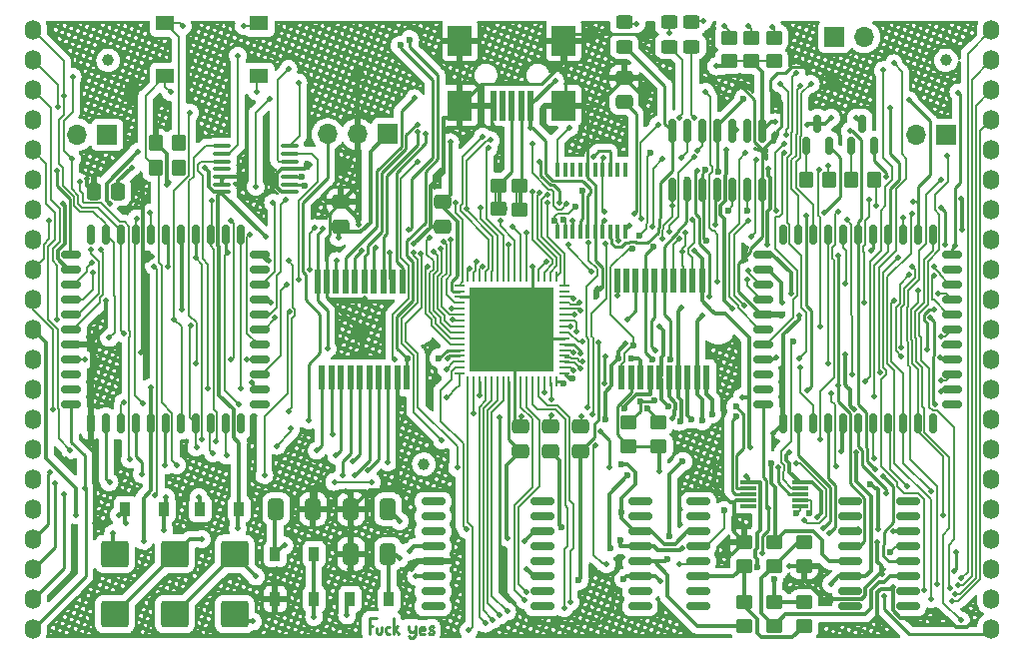
<source format=gbr>
%TF.GenerationSoftware,KiCad,Pcbnew,(6.0.6-0)*%
%TF.CreationDate,2022-07-26T08:46:40-07:00*%
%TF.ProjectId,BreadControlV3,42726561-6443-46f6-9e74-726f6c56332e,rev?*%
%TF.SameCoordinates,Original*%
%TF.FileFunction,Copper,L1,Top*%
%TF.FilePolarity,Positive*%
%FSLAX46Y46*%
G04 Gerber Fmt 4.6, Leading zero omitted, Abs format (unit mm)*
G04 Created by KiCad (PCBNEW (6.0.6-0)) date 2022-07-26 08:46:40*
%MOMM*%
%LPD*%
G01*
G04 APERTURE LIST*
G04 Aperture macros list*
%AMRoundRect*
0 Rectangle with rounded corners*
0 $1 Rounding radius*
0 $2 $3 $4 $5 $6 $7 $8 $9 X,Y pos of 4 corners*
0 Add a 4 corners polygon primitive as box body*
4,1,4,$2,$3,$4,$5,$6,$7,$8,$9,$2,$3,0*
0 Add four circle primitives for the rounded corners*
1,1,$1+$1,$2,$3*
1,1,$1+$1,$4,$5*
1,1,$1+$1,$6,$7*
1,1,$1+$1,$8,$9*
0 Add four rect primitives between the rounded corners*
20,1,$1+$1,$2,$3,$4,$5,0*
20,1,$1+$1,$4,$5,$6,$7,0*
20,1,$1+$1,$6,$7,$8,$9,0*
20,1,$1+$1,$8,$9,$2,$3,0*%
G04 Aperture macros list end*
%TA.AperFunction,EtchedComponent*%
%ADD10C,0.200000*%
%TD*%
%TA.AperFunction,SMDPad,CuDef*%
%ADD11C,1.000000*%
%TD*%
%TA.AperFunction,SMDPad,CuDef*%
%ADD12RoundRect,0.250000X0.450000X-0.325000X0.450000X0.325000X-0.450000X0.325000X-0.450000X-0.325000X0*%
%TD*%
%TA.AperFunction,SMDPad,CuDef*%
%ADD13RoundRect,0.250000X-0.925000X0.875000X-0.925000X-0.875000X0.925000X-0.875000X0.925000X0.875000X0*%
%TD*%
%TA.AperFunction,SMDPad,CuDef*%
%ADD14RoundRect,0.250000X-0.450000X0.350000X-0.450000X-0.350000X0.450000X-0.350000X0.450000X0.350000X0*%
%TD*%
%TA.AperFunction,SMDPad,CuDef*%
%ADD15R,0.400000X1.200000*%
%TD*%
%TA.AperFunction,SMDPad,CuDef*%
%ADD16RoundRect,0.250000X0.450000X-0.350000X0.450000X0.350000X-0.450000X0.350000X-0.450000X-0.350000X0*%
%TD*%
%TA.AperFunction,SMDPad,CuDef*%
%ADD17RoundRect,0.250000X-0.412500X-0.650000X0.412500X-0.650000X0.412500X0.650000X-0.412500X0.650000X0*%
%TD*%
%TA.AperFunction,SMDPad,CuDef*%
%ADD18RoundRect,0.150000X-0.875000X-0.150000X0.875000X-0.150000X0.875000X0.150000X-0.875000X0.150000X0*%
%TD*%
%TA.AperFunction,SMDPad,CuDef*%
%ADD19RoundRect,0.250000X-0.350000X-0.450000X0.350000X-0.450000X0.350000X0.450000X-0.350000X0.450000X0*%
%TD*%
%TA.AperFunction,SMDPad,CuDef*%
%ADD20RoundRect,0.150000X-0.150000X0.825000X-0.150000X-0.825000X0.150000X-0.825000X0.150000X0.825000X0*%
%TD*%
%TA.AperFunction,ComponentPad*%
%ADD21RoundRect,0.700000X0.000000X-0.150000X0.000000X-0.150000X0.000000X0.150000X0.000000X0.150000X0*%
%TD*%
%TA.AperFunction,ComponentPad*%
%ADD22R,1.700000X1.700000*%
%TD*%
%TA.AperFunction,ComponentPad*%
%ADD23O,1.700000X1.700000*%
%TD*%
%TA.AperFunction,SMDPad,CuDef*%
%ADD24RoundRect,0.062500X0.350000X0.062500X-0.350000X0.062500X-0.350000X-0.062500X0.350000X-0.062500X0*%
%TD*%
%TA.AperFunction,SMDPad,CuDef*%
%ADD25RoundRect,0.062500X0.062500X0.350000X-0.062500X0.350000X-0.062500X-0.350000X0.062500X-0.350000X0*%
%TD*%
%TA.AperFunction,SMDPad,CuDef*%
%ADD26R,7.150000X7.150000*%
%TD*%
%TA.AperFunction,SMDPad,CuDef*%
%ADD27RoundRect,0.250000X0.412500X0.650000X-0.412500X0.650000X-0.412500X-0.650000X0.412500X-0.650000X0*%
%TD*%
%TA.AperFunction,SMDPad,CuDef*%
%ADD28RoundRect,0.250000X0.350000X0.450000X-0.350000X0.450000X-0.350000X-0.450000X0.350000X-0.450000X0*%
%TD*%
%TA.AperFunction,SMDPad,CuDef*%
%ADD29R,0.500000X2.500000*%
%TD*%
%TA.AperFunction,SMDPad,CuDef*%
%ADD30R,2.000000X2.500000*%
%TD*%
%TA.AperFunction,SMDPad,CuDef*%
%ADD31R,0.558800X2.108200*%
%TD*%
%TA.AperFunction,SMDPad,CuDef*%
%ADD32RoundRect,0.250000X0.475000X-0.337500X0.475000X0.337500X-0.475000X0.337500X-0.475000X-0.337500X0*%
%TD*%
%TA.AperFunction,SMDPad,CuDef*%
%ADD33RoundRect,0.250000X-0.475000X0.337500X-0.475000X-0.337500X0.475000X-0.337500X0.475000X0.337500X0*%
%TD*%
%TA.AperFunction,SMDPad,CuDef*%
%ADD34R,0.900000X1.200000*%
%TD*%
%TA.AperFunction,SMDPad,CuDef*%
%ADD35RoundRect,0.150000X0.150000X-0.587500X0.150000X0.587500X-0.150000X0.587500X-0.150000X-0.587500X0*%
%TD*%
%TA.AperFunction,SMDPad,CuDef*%
%ADD36R,1.400000X0.300000*%
%TD*%
%TA.AperFunction,SMDPad,CuDef*%
%ADD37RoundRect,0.150000X-0.150000X-0.700000X0.150000X-0.700000X0.150000X0.700000X-0.150000X0.700000X0*%
%TD*%
%TA.AperFunction,SMDPad,CuDef*%
%ADD38RoundRect,0.150000X-0.700000X-0.150000X0.700000X-0.150000X0.700000X0.150000X-0.700000X0.150000X0*%
%TD*%
%TA.AperFunction,SMDPad,CuDef*%
%ADD39R,1.550000X1.300000*%
%TD*%
%TA.AperFunction,SMDPad,CuDef*%
%ADD40RoundRect,0.100000X0.637500X0.100000X-0.637500X0.100000X-0.637500X-0.100000X0.637500X-0.100000X0*%
%TD*%
%TA.AperFunction,SMDPad,CuDef*%
%ADD41RoundRect,0.250000X0.337500X0.475000X-0.337500X0.475000X-0.337500X-0.475000X0.337500X-0.475000X0*%
%TD*%
%TA.AperFunction,SMDPad,CuDef*%
%ADD42RoundRect,0.150000X-0.825000X-0.150000X0.825000X-0.150000X0.825000X0.150000X-0.825000X0.150000X0*%
%TD*%
%TA.AperFunction,ViaPad*%
%ADD43C,0.500000*%
%TD*%
%TA.AperFunction,ViaPad*%
%ADD44C,0.600000*%
%TD*%
%TA.AperFunction,Conductor*%
%ADD45C,0.350000*%
%TD*%
%TA.AperFunction,Conductor*%
%ADD46C,0.250000*%
%TD*%
%TA.AperFunction,Conductor*%
%ADD47C,0.200000*%
%TD*%
G04 APERTURE END LIST*
D10*
X68045000Y-40321736D02*
X68045000Y-41506672D01*
X68224400Y-41388536D02*
X68224400Y-40206672D01*
X67845000Y-40270936D02*
X67845000Y-41506672D01*
X69823000Y-40343468D02*
X69823000Y-41528404D01*
X69623000Y-40292668D02*
X69623000Y-41528404D01*
X70002400Y-41410268D02*
X70002400Y-40228404D01*
D11*
X106000000Y-29250000D03*
X61750000Y-63500000D03*
X35000000Y-29250000D03*
D12*
X82550000Y-28076000D03*
X82550000Y-26026000D03*
D13*
X35560000Y-71110000D03*
X35560000Y-76210000D03*
D14*
X93980000Y-75200000D03*
X93980000Y-77200000D03*
D15*
X78803500Y-38548000D03*
X78168500Y-38548000D03*
X77533500Y-38548000D03*
X76898500Y-38548000D03*
X76263500Y-38548000D03*
X75628500Y-38548000D03*
X74993500Y-38548000D03*
X74358500Y-38548000D03*
X73723500Y-38548000D03*
X73088500Y-38548000D03*
X73088500Y-43748000D03*
X73723500Y-43748000D03*
X74358500Y-43748000D03*
X74993500Y-43748000D03*
X75628500Y-43748000D03*
X76263500Y-43748000D03*
X76898500Y-43748000D03*
X77533500Y-43748000D03*
X78168500Y-43748000D03*
X78803500Y-43748000D03*
D16*
X91440000Y-72120000D03*
X91440000Y-70120000D03*
X87630000Y-29337000D03*
X87630000Y-27337000D03*
X89535000Y-29337000D03*
X89535000Y-27337000D03*
D17*
X55587500Y-71120000D03*
X58712500Y-71120000D03*
D18*
X62533000Y-66675000D03*
X62533000Y-67945000D03*
X62533000Y-69215000D03*
X62533000Y-70485000D03*
X62533000Y-71755000D03*
X62533000Y-73025000D03*
X62533000Y-74295000D03*
X62533000Y-75565000D03*
X71833000Y-75565000D03*
X71833000Y-74295000D03*
X71833000Y-73025000D03*
X71833000Y-71755000D03*
X71833000Y-70485000D03*
X71833000Y-69215000D03*
X71833000Y-67945000D03*
X71833000Y-66675000D03*
D13*
X45720000Y-71110000D03*
X45720000Y-76210000D03*
D19*
X94123000Y-39370000D03*
X96123000Y-39370000D03*
D20*
X90424000Y-35244000D03*
X89154000Y-35244000D03*
X87884000Y-35244000D03*
X86614000Y-35244000D03*
X85344000Y-35244000D03*
X84074000Y-35244000D03*
X82804000Y-35244000D03*
X82804000Y-40194000D03*
X84074000Y-40194000D03*
X85344000Y-40194000D03*
X86614000Y-40194000D03*
X87884000Y-40194000D03*
X89154000Y-40194000D03*
X90424000Y-40194000D03*
D21*
X109855000Y-26692000D03*
X109855000Y-29232000D03*
X109855000Y-31772000D03*
X109855000Y-34312000D03*
X109855000Y-36852000D03*
X109855000Y-39392000D03*
X109855000Y-41932000D03*
X109855000Y-44472000D03*
X109855000Y-47012000D03*
X109855000Y-49552000D03*
X109855000Y-52092000D03*
X109855000Y-54632000D03*
X109855000Y-57172000D03*
X109855000Y-59712000D03*
X109855000Y-62252000D03*
X109855000Y-64792000D03*
X109855000Y-67332000D03*
X109855000Y-69872000D03*
X109855000Y-72412000D03*
X109855000Y-74952000D03*
X109855000Y-77492000D03*
D22*
X96540000Y-27280000D03*
D23*
X99080000Y-27280000D03*
D24*
X73652500Y-55820000D03*
X73652500Y-55320000D03*
X73652500Y-54820000D03*
X73652500Y-54320000D03*
X73652500Y-53820000D03*
X73652500Y-53320000D03*
X73652500Y-52820000D03*
X73652500Y-52320000D03*
X73652500Y-51820000D03*
X73652500Y-51320000D03*
X73652500Y-50820000D03*
X73652500Y-50320000D03*
X73652500Y-49820000D03*
X73652500Y-49320000D03*
X73652500Y-48820000D03*
X73652500Y-48320000D03*
D25*
X72965000Y-47632500D03*
X72465000Y-47632500D03*
X71965000Y-47632500D03*
X71465000Y-47632500D03*
X70965000Y-47632500D03*
X70465000Y-47632500D03*
X69965000Y-47632500D03*
X69465000Y-47632500D03*
X68965000Y-47632500D03*
X68465000Y-47632500D03*
X67965000Y-47632500D03*
X67465000Y-47632500D03*
X66965000Y-47632500D03*
X66465000Y-47632500D03*
X65965000Y-47632500D03*
X65465000Y-47632500D03*
D24*
X64777500Y-48320000D03*
X64777500Y-48820000D03*
X64777500Y-49320000D03*
X64777500Y-49820000D03*
X64777500Y-50320000D03*
X64777500Y-50820000D03*
X64777500Y-51320000D03*
X64777500Y-51820000D03*
X64777500Y-52320000D03*
X64777500Y-52820000D03*
X64777500Y-53320000D03*
X64777500Y-53820000D03*
X64777500Y-54320000D03*
X64777500Y-54820000D03*
X64777500Y-55320000D03*
X64777500Y-55820000D03*
D25*
X65465000Y-56507500D03*
X65965000Y-56507500D03*
X66465000Y-56507500D03*
X66965000Y-56507500D03*
X67465000Y-56507500D03*
X67965000Y-56507500D03*
X68465000Y-56507500D03*
X68965000Y-56507500D03*
X69465000Y-56507500D03*
X69965000Y-56507500D03*
X70465000Y-56507500D03*
X70965000Y-56507500D03*
X71465000Y-56507500D03*
X71965000Y-56507500D03*
X72465000Y-56507500D03*
X72965000Y-56507500D03*
D26*
X69215000Y-52070000D03*
D27*
X58712500Y-67310000D03*
X55587500Y-67310000D03*
D28*
X41005000Y-38354000D03*
X39005000Y-38354000D03*
D29*
X70815000Y-33080000D03*
X70015000Y-33080000D03*
X69215000Y-33080000D03*
X68415000Y-33080000D03*
X67615000Y-33080000D03*
D30*
X73615000Y-33080000D03*
X64815000Y-33080000D03*
X64815000Y-27580000D03*
X73615000Y-27580000D03*
D14*
X68045000Y-39856672D03*
X68045000Y-41856672D03*
D31*
X52715003Y-47974700D03*
X53515001Y-47974700D03*
X54315002Y-47974700D03*
X55115003Y-47974700D03*
X55915001Y-47974700D03*
X56715002Y-47974700D03*
X57515001Y-47974700D03*
X58315001Y-47974700D03*
X59115000Y-47974700D03*
X59915001Y-47974700D03*
X53114956Y-56174701D03*
X53914957Y-56174701D03*
X54714955Y-56174701D03*
X55514956Y-56174701D03*
X56314955Y-56174701D03*
X57114956Y-56174701D03*
X57914957Y-56174701D03*
X58714955Y-56174701D03*
X59514956Y-56174701D03*
X60314954Y-56174701D03*
D16*
X81661000Y-61960000D03*
X81661000Y-59960000D03*
D32*
X69977000Y-62378500D03*
X69977000Y-60303500D03*
D14*
X88900000Y-75200000D03*
X88900000Y-77200000D03*
D19*
X97933000Y-39370000D03*
X99933000Y-39370000D03*
D22*
X58674000Y-35515000D03*
D23*
X56134000Y-35515000D03*
X53594000Y-35515000D03*
D22*
X34925000Y-35560000D03*
D23*
X32385000Y-35560000D03*
D33*
X63373000Y-41253500D03*
X63373000Y-43328500D03*
D21*
X28597000Y-26692000D03*
X28597000Y-29232000D03*
X28597000Y-31772000D03*
X28597000Y-34312000D03*
X28597000Y-36852000D03*
X28597000Y-39392000D03*
X28597000Y-41932000D03*
X28597000Y-44472000D03*
X28597000Y-47012000D03*
X28597000Y-49552000D03*
X28597000Y-52092000D03*
X28597000Y-54632000D03*
X28597000Y-57172000D03*
X28597000Y-59712000D03*
X28597000Y-62252000D03*
X28597000Y-64792000D03*
X28597000Y-67332000D03*
X28597000Y-69872000D03*
X28597000Y-72412000D03*
X28597000Y-74952000D03*
X28597000Y-77492000D03*
D12*
X78740000Y-28076000D03*
X78740000Y-26026000D03*
D34*
X49150000Y-74930000D03*
X52450000Y-74930000D03*
X42800000Y-67310000D03*
X46100000Y-67310000D03*
D35*
X97983000Y-36497500D03*
X99883000Y-36497500D03*
X98933000Y-34622500D03*
D36*
X89240000Y-65040000D03*
X89240000Y-65540000D03*
X89240000Y-66040000D03*
X89240000Y-66540000D03*
X89240000Y-67040000D03*
X93640000Y-67040000D03*
X93640000Y-66540000D03*
X93640000Y-66040000D03*
X93640000Y-65540000D03*
X93640000Y-65040000D03*
D37*
X98552000Y-44070000D03*
X97282000Y-44070000D03*
X96012000Y-44070000D03*
X94742000Y-44070000D03*
X93472000Y-44070000D03*
X92202000Y-44070000D03*
D38*
X90552000Y-45720000D03*
X90552000Y-46990000D03*
X90552000Y-48260000D03*
X90552000Y-49530000D03*
X90552000Y-50800000D03*
X90552000Y-52070000D03*
X90552000Y-53340000D03*
X90552000Y-54610000D03*
X90552000Y-55880000D03*
X90552000Y-57150000D03*
X90552000Y-58420000D03*
D37*
X92202000Y-60070000D03*
X93472000Y-60070000D03*
X94742000Y-60070000D03*
X96012000Y-60070000D03*
X97282000Y-60070000D03*
X98552000Y-60070000D03*
X99822000Y-60070000D03*
X101092000Y-60070000D03*
X102362000Y-60070000D03*
X103632000Y-60070000D03*
X104902000Y-60070000D03*
D38*
X106552000Y-58420000D03*
X106552000Y-57150000D03*
X106552000Y-55880000D03*
X106552000Y-54610000D03*
X106552000Y-53340000D03*
X106552000Y-52070000D03*
X106552000Y-50800000D03*
X106552000Y-49530000D03*
X106552000Y-48260000D03*
X106552000Y-46990000D03*
X106552000Y-45720000D03*
D37*
X104902000Y-44070000D03*
X103632000Y-44070000D03*
X102362000Y-44070000D03*
X101092000Y-44070000D03*
X99822000Y-44070000D03*
D13*
X40640000Y-71110000D03*
X40640000Y-76210000D03*
D39*
X47795000Y-26096400D03*
X39835000Y-26096400D03*
X47795000Y-30596400D03*
X39835000Y-30596400D03*
D34*
X36450000Y-67310000D03*
X39750000Y-67310000D03*
D28*
X41005000Y-36245800D03*
X39005000Y-36245800D03*
D34*
X49150000Y-71120000D03*
X52450000Y-71120000D03*
D14*
X69823000Y-39878404D03*
X69823000Y-41878404D03*
X91440000Y-75200000D03*
X91440000Y-77200000D03*
D32*
X72517000Y-62378500D03*
X72517000Y-60303500D03*
D40*
X50360500Y-40431000D03*
X50360500Y-39781000D03*
X50360500Y-39131000D03*
X50360500Y-38481000D03*
X50360500Y-37831000D03*
X50360500Y-37181000D03*
X50360500Y-36531000D03*
X44635500Y-36531000D03*
X44635500Y-37181000D03*
X44635500Y-37831000D03*
X44635500Y-38481000D03*
X44635500Y-39131000D03*
X44635500Y-39781000D03*
X44635500Y-40431000D03*
D27*
X52362500Y-67310000D03*
X49237500Y-67310000D03*
D16*
X91440000Y-29337000D03*
X91440000Y-27337000D03*
D32*
X75057000Y-62378500D03*
X75057000Y-60303500D03*
D22*
X106045000Y-35560000D03*
D23*
X103505000Y-35560000D03*
D32*
X54737000Y-43328500D03*
X54737000Y-41253500D03*
X78740000Y-32787500D03*
X78740000Y-30712500D03*
D41*
X35835500Y-40386000D03*
X33760500Y-40386000D03*
D35*
X94173000Y-36497500D03*
X96073000Y-36497500D03*
X95123000Y-34622500D03*
D16*
X93980000Y-72120000D03*
X93980000Y-70120000D03*
D42*
X97855000Y-66675000D03*
X97855000Y-67945000D03*
X97855000Y-69215000D03*
X97855000Y-70485000D03*
X97855000Y-71755000D03*
X97855000Y-73025000D03*
X97855000Y-74295000D03*
X97855000Y-75565000D03*
X102805000Y-75565000D03*
X102805000Y-74295000D03*
X102805000Y-73025000D03*
X102805000Y-71755000D03*
X102805000Y-70485000D03*
X102805000Y-69215000D03*
X102805000Y-67945000D03*
X102805000Y-66675000D03*
D14*
X88900000Y-70120000D03*
X88900000Y-72120000D03*
D34*
X55500000Y-74930000D03*
X58800000Y-74930000D03*
D37*
X39878000Y-44070000D03*
X38608000Y-44070000D03*
X37338000Y-44070000D03*
X36068000Y-44070000D03*
X34798000Y-44070000D03*
X33528000Y-44070000D03*
D38*
X31878000Y-45720000D03*
X31878000Y-46990000D03*
X31878000Y-48260000D03*
X31878000Y-49530000D03*
X31878000Y-50800000D03*
X31878000Y-52070000D03*
X31878000Y-53340000D03*
X31878000Y-54610000D03*
X31878000Y-55880000D03*
X31878000Y-57150000D03*
X31878000Y-58420000D03*
D37*
X33528000Y-60070000D03*
X34798000Y-60070000D03*
X36068000Y-60070000D03*
X37338000Y-60070000D03*
X38608000Y-60070000D03*
X39878000Y-60070000D03*
X41148000Y-60070000D03*
X42418000Y-60070000D03*
X43688000Y-60070000D03*
X44958000Y-60070000D03*
X46228000Y-60070000D03*
D38*
X47878000Y-58420000D03*
X47878000Y-57150000D03*
X47878000Y-55880000D03*
X47878000Y-54610000D03*
X47878000Y-53340000D03*
X47878000Y-52070000D03*
X47878000Y-50800000D03*
X47878000Y-49530000D03*
X47878000Y-48260000D03*
X47878000Y-46990000D03*
X47878000Y-45720000D03*
D37*
X46228000Y-44070000D03*
X44958000Y-44070000D03*
X43688000Y-44070000D03*
X42418000Y-44070000D03*
X41148000Y-44070000D03*
D12*
X84455000Y-28076000D03*
X84455000Y-26026000D03*
D31*
X78514999Y-56165300D03*
X79315000Y-56165300D03*
X80114999Y-56165300D03*
X80914999Y-56165300D03*
X81714998Y-56165300D03*
X82514999Y-56165300D03*
X83314997Y-56165300D03*
X84114998Y-56165300D03*
X84914999Y-56165300D03*
X85714997Y-56165300D03*
X85315044Y-47965299D03*
X84515043Y-47965299D03*
X83715045Y-47965299D03*
X82915044Y-47965299D03*
X82115045Y-47965299D03*
X81315044Y-47965299D03*
X80515043Y-47965299D03*
X79715045Y-47965299D03*
X78915044Y-47965299D03*
X78115046Y-47965299D03*
D42*
X80075000Y-66675000D03*
X80075000Y-67945000D03*
X80075000Y-69215000D03*
X80075000Y-70485000D03*
X80075000Y-71755000D03*
X80075000Y-73025000D03*
X80075000Y-74295000D03*
X80075000Y-75565000D03*
X85025000Y-75565000D03*
X85025000Y-74295000D03*
X85025000Y-73025000D03*
X85025000Y-71755000D03*
X85025000Y-70485000D03*
X85025000Y-69215000D03*
X85025000Y-67945000D03*
X85025000Y-66675000D03*
D16*
X79121000Y-61960000D03*
X79121000Y-59960000D03*
D43*
X86436200Y-43230800D03*
X79629000Y-42245904D03*
X55118000Y-65786000D03*
X59514956Y-57096444D03*
X72593200Y-59359800D03*
X31445200Y-63093600D03*
X101494957Y-73886767D03*
X56184800Y-43177811D03*
X48666400Y-39141400D03*
X33858200Y-62636400D03*
X88722200Y-31546800D03*
X56134000Y-30429200D03*
X56388000Y-52247800D03*
X80873600Y-26873200D03*
X58064400Y-65735200D03*
X60883800Y-44831000D03*
X37000000Y-31500000D03*
X70053200Y-59461400D03*
X52070000Y-38100000D03*
X38684200Y-45923200D03*
X37795200Y-54000400D03*
X68173600Y-59563000D03*
X75063736Y-59463579D03*
X59410600Y-65760600D03*
X91846400Y-50850800D03*
X33858200Y-68529200D03*
X56413400Y-54356000D03*
X37058600Y-32499000D03*
X88026278Y-68564722D03*
X33223200Y-39319200D03*
X92710000Y-72136000D03*
X80398514Y-31841599D03*
X95059500Y-67983100D03*
X70993000Y-46786800D03*
X69215000Y-52070000D03*
X76736631Y-48615600D03*
X78130400Y-49225200D03*
X92710000Y-62484000D03*
X96469200Y-31115000D03*
X55499000Y-72390000D03*
X55016400Y-38125400D03*
X49294453Y-72400500D03*
X60706000Y-72390000D03*
X78536800Y-71374000D03*
X39928800Y-39776400D03*
X56769000Y-49428400D03*
X75946000Y-26924000D03*
X34823400Y-49606200D03*
X37388800Y-39776400D03*
X100203000Y-70104000D03*
X46024800Y-39166800D03*
X62303444Y-57096444D03*
X39090600Y-32639000D03*
X32080200Y-70662800D03*
X93522800Y-50901600D03*
X91363800Y-60909200D03*
X52578000Y-65786000D03*
X33375600Y-53365400D03*
X87757000Y-71145400D03*
X100627713Y-72813582D03*
X96826425Y-56832825D03*
X81407000Y-53897301D03*
X36537449Y-68463500D03*
X96901000Y-45821600D03*
D44*
X73406000Y-68834000D03*
D43*
X83636926Y-70596621D03*
X99644200Y-45364400D03*
D44*
X78413575Y-69916500D03*
D43*
X97119900Y-70485000D03*
X41198800Y-50368200D03*
X59690000Y-68326000D03*
X32301607Y-67831500D03*
X35905644Y-67831500D03*
X35433000Y-69342000D03*
X39878000Y-66294000D03*
X39751000Y-69088000D03*
X42672000Y-66294000D03*
X42925833Y-69850167D03*
X60506186Y-70898601D03*
X61087000Y-73025000D03*
X47498000Y-73025000D03*
X70485000Y-72390000D03*
X49921758Y-70399100D03*
X63972900Y-36189531D03*
X70818773Y-34973499D03*
X81686400Y-64135000D03*
X36982233Y-38353833D03*
X41005000Y-38354000D03*
X91550500Y-34502005D03*
X77156292Y-54358929D03*
X86512400Y-29768800D03*
X54508400Y-44297600D03*
X45974000Y-68935600D03*
X68807525Y-69749601D03*
X79315000Y-56366502D03*
X98374200Y-34137600D03*
X48310800Y-44246800D03*
X43205400Y-38404800D03*
D44*
X91408944Y-73239500D03*
X89966011Y-72256389D03*
D43*
X75031598Y-54138257D03*
X96266000Y-34112200D03*
X77054700Y-56611247D03*
X70281800Y-70027800D03*
X89104478Y-64517278D03*
X72872600Y-30962600D03*
X94259400Y-34743003D03*
X55245000Y-76327000D03*
X52451000Y-76454000D03*
X47244000Y-76835000D03*
X79003967Y-51215367D03*
X98381500Y-62530733D03*
X81788000Y-73406000D03*
X37998400Y-70002400D03*
D44*
X74850924Y-73370100D03*
D43*
X97093457Y-62431898D03*
D44*
X78702892Y-73219500D03*
D43*
X59690000Y-71501000D03*
X38608000Y-56972200D03*
X96266000Y-73660000D03*
X76583301Y-53213000D03*
X89264500Y-34796636D03*
X81636489Y-34704539D03*
X80213200Y-42697400D03*
X83413600Y-34112200D03*
X77070808Y-42844386D03*
X82550000Y-26924500D03*
X91313000Y-26416000D03*
X74088772Y-34973499D03*
X84683600Y-34112200D03*
X88264206Y-35146137D03*
X89281000Y-26375000D03*
X85471000Y-25908000D03*
X79756000Y-26162000D03*
X87249000Y-26375000D03*
X58886100Y-45562514D03*
X40055800Y-46786800D03*
X38989000Y-66167000D03*
X38887400Y-46710600D03*
X38537500Y-42189251D03*
X86621286Y-48039900D03*
X85629259Y-31929312D03*
X47498000Y-39954200D03*
X74411657Y-49451603D03*
X48717200Y-32486600D03*
X97475150Y-48193122D03*
X75040945Y-55416188D03*
X30020292Y-42875200D03*
X96026999Y-54915629D03*
X37922200Y-58326720D03*
X37388500Y-42649204D03*
X74477778Y-50829811D03*
X31927800Y-37592000D03*
X94538800Y-31242000D03*
X31978600Y-30632400D03*
X36320447Y-52441399D03*
X93652200Y-31422200D03*
X31208581Y-32249981D03*
X35078914Y-52790900D03*
X75209400Y-53111400D03*
D44*
X91189909Y-63388804D03*
X84455000Y-59690000D03*
X82397600Y-71551800D03*
X82575400Y-69596000D03*
X86165682Y-59233902D03*
X83693000Y-63271400D03*
D43*
X33578800Y-46431200D03*
X68224400Y-42866800D03*
X68964500Y-44846496D03*
X52514765Y-43472247D03*
X52036101Y-46964600D03*
X33701098Y-47269400D03*
X66573400Y-41783000D03*
X33528000Y-45339000D03*
X65328800Y-41833800D03*
X67393195Y-36026801D03*
X34339088Y-45321001D03*
X89024672Y-37127672D03*
X42406165Y-54920046D03*
X33020000Y-54640329D03*
X57000178Y-64035978D03*
X32994600Y-65506600D03*
X31216600Y-66065400D03*
X35102800Y-65024000D03*
X55676800Y-63271400D03*
X30285300Y-58851800D03*
X93633300Y-55302797D03*
X36288500Y-58242200D03*
X75155664Y-54776896D03*
X54319466Y-62746900D03*
X37846000Y-64363600D03*
X30480000Y-65100200D03*
X30099000Y-64160400D03*
X39827200Y-63627000D03*
X52670412Y-62347399D03*
X74170729Y-51826430D03*
X30720026Y-33219929D03*
X50342800Y-50571400D03*
X40538400Y-51206400D03*
X41935400Y-33680400D03*
X57353200Y-65024000D03*
X48234600Y-64414400D03*
X93319433Y-63413182D03*
X93966436Y-68208700D03*
X99949000Y-62968322D03*
X54152800Y-64998600D03*
X42468800Y-62077600D03*
X102743000Y-65379600D03*
X42000799Y-51750468D03*
X30686442Y-51198063D03*
X74684500Y-52223786D03*
X101614599Y-49614700D03*
X75029914Y-50478449D03*
X31780168Y-62315233D03*
X104713399Y-65792730D03*
X43891200Y-62577100D03*
X74959385Y-49832787D03*
X103635798Y-48797505D03*
X32562800Y-39573200D03*
X36855400Y-63093600D03*
X105791000Y-67843400D03*
X45008800Y-62763400D03*
X47124215Y-56577184D03*
X43475038Y-57058499D03*
X51181000Y-47853600D03*
X50088800Y-48310800D03*
X46736000Y-54635400D03*
X69291200Y-43366300D03*
X45389800Y-42849800D03*
X45399401Y-54660800D03*
X46958221Y-44033999D03*
X70485000Y-43865800D03*
X49126000Y-51081800D03*
X64177300Y-51272848D03*
X50035502Y-41041680D03*
X71560765Y-40518946D03*
X64126706Y-50259631D03*
X48793500Y-49809400D03*
X48971200Y-41321098D03*
X72218846Y-41362437D03*
X48641000Y-46256102D03*
X54356000Y-46278800D03*
X50266600Y-46278800D03*
X50292000Y-59004200D03*
X46228000Y-57099200D03*
X63684703Y-57851203D03*
X45110400Y-45567600D03*
X46101000Y-58470800D03*
X56492178Y-45366978D03*
X97609622Y-42776178D03*
X74400150Y-55522300D03*
X102387400Y-42621200D03*
X98008900Y-55922443D03*
X43748500Y-41120472D03*
X44145122Y-61578100D03*
X42951400Y-61366400D03*
X57622478Y-45100278D03*
X42392600Y-45999400D03*
X107315827Y-73154584D03*
X66954400Y-77012800D03*
X67589400Y-76682600D03*
X107038574Y-73741937D03*
X68148200Y-76327000D03*
X106774898Y-74517352D03*
X106499386Y-75105524D03*
X68808600Y-75996800D03*
X106357966Y-74019335D03*
X106070400Y-37312600D03*
X70307200Y-75031600D03*
X70408500Y-74320400D03*
X105257600Y-73685400D03*
X105613200Y-39395402D03*
X104724200Y-74930000D03*
X73660000Y-75692000D03*
X103107500Y-42238292D03*
X101930200Y-46024800D03*
X104179500Y-74218800D03*
X74168000Y-75158600D03*
D44*
X78496118Y-67609807D03*
X78764077Y-58807327D03*
X78486000Y-63550800D03*
X99550554Y-65237963D03*
D43*
X100211001Y-69004398D03*
X82795324Y-59607143D03*
D44*
X79019400Y-64465200D03*
X77520800Y-70637400D03*
D43*
X101514900Y-69222767D03*
X98567533Y-69018753D03*
X100965000Y-39166800D03*
X105952300Y-44856400D03*
X105573573Y-41749100D03*
X104981262Y-50356427D03*
X104419400Y-53771800D03*
X95707200Y-42189400D03*
X94208600Y-57277000D03*
X94157800Y-42418000D03*
X60942267Y-32478100D03*
X106730800Y-44932600D03*
X104648000Y-51054000D03*
X105079800Y-58470800D03*
X107061000Y-31978600D03*
X102870000Y-32639000D03*
X61235051Y-34697781D03*
X95351600Y-61417200D03*
X103225600Y-41224200D03*
X96850200Y-42087800D03*
X61228177Y-35347248D03*
X99882839Y-57743307D03*
X96723200Y-63677800D03*
X101265000Y-33303500D03*
X96301925Y-57478910D03*
X97872698Y-35242600D03*
X100015078Y-63967322D03*
X61913261Y-35503083D03*
X76749900Y-60731400D03*
X54051200Y-60934600D03*
X100931944Y-65945321D03*
X77486827Y-63733485D03*
X54889400Y-64439800D03*
X96135857Y-69309240D03*
X106857800Y-70993000D03*
X55880000Y-64414400D03*
X106722300Y-72567800D03*
X95627959Y-68904403D03*
X90429204Y-71023938D03*
X58699400Y-63322200D03*
X100761800Y-74676000D03*
X90957400Y-67258000D03*
X66464500Y-57701881D03*
X51968400Y-59791600D03*
X75941709Y-47146690D03*
X89281000Y-47091600D03*
X62230000Y-44297600D03*
X73967569Y-44909316D03*
X89154000Y-47853600D03*
X62042408Y-46761400D03*
X92252204Y-37079796D03*
X66733539Y-35721777D03*
X51111649Y-31129599D03*
X91627500Y-54474490D03*
X93336239Y-30349038D03*
X93580482Y-54534512D03*
X99129306Y-56499848D03*
X50271416Y-30002800D03*
X100660200Y-30099000D03*
X105604300Y-57286979D03*
X45999400Y-28854400D03*
X101574600Y-29514800D03*
X105604300Y-56386344D03*
X100397700Y-55719105D03*
X102235000Y-54330600D03*
X105511600Y-54483000D03*
X102913334Y-47443005D03*
X62548357Y-45437322D03*
X102235000Y-53594000D03*
X103138746Y-46723325D03*
X105816383Y-53434000D03*
X63156995Y-45210578D03*
X105604478Y-52687458D03*
X95351600Y-51816000D03*
X70917200Y-40382585D03*
X95224600Y-38568001D03*
X104986829Y-47527620D03*
X63407178Y-44611194D03*
X99076500Y-49808043D03*
X72188554Y-40685482D03*
X99508300Y-41071800D03*
X105333800Y-48996600D03*
X104982902Y-46742084D03*
X64042468Y-44476061D03*
X107265859Y-76743100D03*
X65557400Y-77597000D03*
D44*
X60541936Y-27509918D03*
X60357200Y-54521791D03*
X63026901Y-54517713D03*
X59766200Y-27990800D03*
D43*
X53594000Y-53695600D03*
X63742187Y-54546824D03*
X53212500Y-43516264D03*
X60484691Y-43619425D03*
X81965800Y-44399200D03*
X91637368Y-42015011D03*
X92329000Y-36296600D03*
X82804000Y-41583998D03*
X78206600Y-44551600D03*
X49298074Y-61947898D03*
X40819330Y-63593100D03*
X65939794Y-59232800D03*
X47574200Y-31902400D03*
X91925055Y-31213898D03*
X50495200Y-60502800D03*
X92424497Y-35534600D03*
X40284400Y-31953200D03*
X85936670Y-49285962D03*
D44*
X83445625Y-59864849D03*
D43*
X84915940Y-38585148D03*
X30657800Y-38582600D03*
X92862400Y-48996600D03*
X83613095Y-50224300D03*
D44*
X75184000Y-40284400D03*
X88862067Y-32499133D03*
X86720969Y-38713502D03*
X88214200Y-58597800D03*
X85678304Y-44581437D03*
X81173909Y-45068914D03*
X51633489Y-39872533D03*
X81136177Y-54659852D03*
X85611810Y-38513948D03*
X80068306Y-58193900D03*
X74345800Y-56261000D03*
X81261418Y-58124888D03*
X73609200Y-56692800D03*
X88208962Y-59405029D03*
X51410088Y-39157100D03*
X82600784Y-54625095D03*
X80670400Y-58768400D03*
X84083700Y-39375808D03*
D43*
X41300400Y-26365200D03*
X46482000Y-26339800D03*
X87401400Y-36830000D03*
X87851301Y-50262803D03*
D44*
X85344000Y-59817000D03*
D43*
X37515800Y-37007800D03*
X35113100Y-41391700D03*
X31175612Y-41444821D03*
X85385814Y-50905786D03*
X92113416Y-49766256D03*
X96037400Y-38218500D03*
X59258200Y-54584600D03*
X63648000Y-55450823D03*
X61226380Y-37850586D03*
X74393450Y-54006486D03*
X88877715Y-50051105D03*
X100097919Y-41588300D03*
X89255600Y-42849800D03*
X107340400Y-43637200D03*
X98260820Y-58838945D03*
X88696800Y-57810400D03*
X89408000Y-62103000D03*
X90948500Y-38483401D03*
X97434400Y-54229000D03*
X90881200Y-44856400D03*
X84683601Y-45415199D03*
X107315000Y-40995600D03*
D44*
X78209801Y-54562917D03*
X77104700Y-59711732D03*
X79322702Y-54562917D03*
D43*
X78826500Y-53299500D03*
X82915044Y-48017807D03*
X82554909Y-43787088D03*
X84632800Y-37465000D03*
X66699821Y-46729709D03*
X83439424Y-44386085D03*
X84540862Y-42782500D03*
X70916800Y-36322000D03*
X67246760Y-36659581D03*
X73863200Y-41427400D03*
X83938924Y-43836489D03*
X83662408Y-45435085D03*
X64442255Y-41285751D03*
X89484200Y-44246800D03*
X89885976Y-37710072D03*
X81733447Y-51800496D03*
D44*
X82459049Y-58577598D03*
D43*
X75734852Y-44749673D03*
X75656199Y-58643241D03*
X72009000Y-57404000D03*
X84956733Y-36902042D03*
X76938016Y-37481500D03*
X77089000Y-42113200D03*
X81982422Y-37634084D03*
X83557344Y-37503856D03*
X77159888Y-44817807D03*
X79202682Y-43244904D03*
X72567713Y-58011299D03*
X81086654Y-43371725D03*
X76001111Y-59285163D03*
D44*
X68580000Y-41808400D03*
X87510201Y-41983499D03*
X73571273Y-42798221D03*
X69875400Y-42087800D03*
X72826426Y-42881632D03*
X74574400Y-41681400D03*
X89145464Y-42002300D03*
D43*
X60852705Y-45593300D03*
X77240602Y-71983264D03*
X76279785Y-61897471D03*
X83439000Y-72009000D03*
X63284918Y-61459100D03*
X65633600Y-46898276D03*
D44*
X87198200Y-67437000D03*
X93345000Y-67691000D03*
X94373732Y-67638236D03*
X101285500Y-70987575D03*
D43*
X65379600Y-69037200D03*
X66200068Y-46314859D03*
X61500934Y-45633953D03*
X64566800Y-63804800D03*
X78915044Y-48065307D03*
X72149921Y-46317454D03*
X91770200Y-63779400D03*
X100685600Y-64566800D03*
D44*
X80983460Y-37121777D03*
X93018508Y-53127447D03*
X80041673Y-44095901D03*
X79545261Y-53463917D03*
X79442917Y-45221297D03*
D43*
X73217846Y-41354107D03*
X76098400Y-37405700D03*
X71564329Y-37837929D03*
X74323693Y-42825788D03*
D45*
X37058600Y-31558600D02*
X37058600Y-32499000D01*
X37000000Y-31500000D02*
X37058600Y-31558600D01*
D46*
X57150000Y-77901800D02*
X57150000Y-77216000D01*
X60807600Y-78206600D02*
X60604400Y-78206600D01*
X57734200Y-77749400D02*
X57861200Y-77876400D01*
X58547000Y-77419200D02*
X58547000Y-77774800D01*
X62306200Y-77266800D02*
X62204600Y-77368400D01*
X62534800Y-77292200D02*
X62509400Y-77266800D01*
X60604400Y-77698600D02*
X60858400Y-77698600D01*
X61010800Y-78003400D02*
X60807600Y-78206600D01*
X57861200Y-77876400D02*
X58039000Y-77876400D01*
X61518800Y-77317600D02*
X61417200Y-77419200D01*
X61010800Y-77317600D02*
X61010800Y-77241400D01*
X57734200Y-77368400D02*
X57734200Y-77749400D01*
X61493400Y-77876400D02*
X61772800Y-77876400D01*
X57150000Y-77216000D02*
X57150000Y-76581000D01*
X60452000Y-77241400D02*
X60452000Y-77546200D01*
X59182000Y-77419200D02*
X59182000Y-77876400D01*
X58039000Y-77876400D02*
X58166000Y-77749400D01*
X62255400Y-77876400D02*
X62179200Y-77800200D01*
X62204600Y-77470000D02*
X62280800Y-77546200D01*
X62204600Y-77368400D02*
X62204600Y-77470000D01*
X62433200Y-77546200D02*
X62534800Y-77647800D01*
X61010800Y-77317600D02*
X61010800Y-78003400D01*
X61823600Y-77393800D02*
X61747400Y-77317600D01*
X60604400Y-78206600D02*
X60452000Y-78054200D01*
X57150000Y-76581000D02*
X57759600Y-76581000D01*
X61823600Y-77597000D02*
X61823600Y-77393800D01*
X62458600Y-77876400D02*
X62255400Y-77876400D01*
X61010800Y-77546200D02*
X61010800Y-77317600D01*
X61417200Y-77419200D02*
X61417200Y-77800200D01*
X59182000Y-77419200D02*
X59385200Y-77419200D01*
X58826400Y-77292200D02*
X58674000Y-77292200D01*
X60858400Y-77698600D02*
X61010800Y-77546200D01*
X57150000Y-77216000D02*
X57429400Y-77216000D01*
X58648600Y-77876400D02*
X58851800Y-77876400D01*
X61747400Y-77317600D02*
X61518800Y-77317600D01*
X60452000Y-77546200D02*
X60604400Y-77698600D01*
X61544200Y-77597000D02*
X61823600Y-77597000D01*
X61417200Y-77800200D02*
X61493400Y-77876400D01*
X62534800Y-77800200D02*
X62458600Y-77876400D01*
X58547000Y-77774800D02*
X58648600Y-77876400D01*
X62280800Y-77546200D02*
X62433200Y-77546200D01*
X59182000Y-76581000D02*
X59182000Y-77419200D01*
X58166000Y-77749400D02*
X58166000Y-77343000D01*
X59385200Y-77419200D02*
X59563000Y-77241400D01*
X62534800Y-77647800D02*
X62534800Y-77800200D01*
X62509400Y-77266800D02*
X62306200Y-77266800D01*
X58674000Y-77292200D02*
X58547000Y-77419200D01*
X59182000Y-77419200D02*
X59639200Y-77876400D01*
X86436200Y-43230800D02*
X86436200Y-40371800D01*
X79756000Y-42118904D02*
X79629000Y-42245904D01*
X86436200Y-40371800D02*
X86614000Y-40194000D01*
X79756000Y-33803500D02*
X79756000Y-42118904D01*
X78740000Y-32787500D02*
X79756000Y-33803500D01*
X89789000Y-32613600D02*
X88722200Y-31546800D01*
D45*
X86334600Y-65354200D02*
X86334600Y-63169800D01*
D46*
X88417400Y-48846441D02*
X90370959Y-50800000D01*
D45*
X91846400Y-50850800D02*
X90602800Y-50850800D01*
X92726000Y-72120000D02*
X92710000Y-72136000D01*
X31903400Y-53365400D02*
X31878000Y-53340000D01*
D46*
X56388000Y-54330600D02*
X56413400Y-54356000D01*
D45*
X62323000Y-39886600D02*
X63398400Y-38811200D01*
X55587500Y-72301500D02*
X55499000Y-72390000D01*
X92745001Y-63422065D02*
X92481400Y-63158464D01*
D46*
X76263500Y-39814500D02*
X75628500Y-39179500D01*
D45*
X92481400Y-63158464D02*
X92481400Y-62712600D01*
D46*
X73615000Y-27580000D02*
X73787000Y-27752000D01*
X75628500Y-39179500D02*
X75628500Y-38548000D01*
D45*
X100627713Y-72813582D02*
X100627713Y-72205113D01*
D46*
X73787000Y-30480000D02*
X73406000Y-30099000D01*
X69965000Y-52820000D02*
X69215000Y-52070000D01*
D45*
X56184800Y-42701300D02*
X56184800Y-43177811D01*
D46*
X70965000Y-46814800D02*
X70993000Y-46786800D01*
X78740000Y-30712500D02*
X76372500Y-33080000D01*
D45*
X56134000Y-32588200D02*
X56134000Y-30429200D01*
D46*
X72897310Y-30099000D02*
X71721212Y-31275098D01*
X76263500Y-43748000D02*
X76263500Y-39814500D01*
X78130400Y-49225200D02*
X78130400Y-47980653D01*
D45*
X48669800Y-39138000D02*
X48666400Y-39141400D01*
D46*
X89427000Y-45193000D02*
X89427000Y-45447000D01*
X78130400Y-47980653D02*
X78115046Y-47965299D01*
X64815000Y-33080000D02*
X67615000Y-33080000D01*
X69465000Y-56507500D02*
X69465000Y-59791500D01*
D45*
X87757000Y-71145400D02*
X87874600Y-71145400D01*
D46*
X69465000Y-56507500D02*
X69465000Y-52320000D01*
D45*
X100203000Y-71780400D02*
X100203000Y-70104000D01*
D46*
X74144000Y-27051000D02*
X80695800Y-27051000D01*
D45*
X56134000Y-35515000D02*
X56134000Y-37007800D01*
X58064400Y-65735200D02*
X57162300Y-65735200D01*
D46*
X79869099Y-31841599D02*
X80398514Y-31841599D01*
X69977000Y-59537600D02*
X70053200Y-59461400D01*
D45*
X61341000Y-71755000D02*
X60706000Y-72390000D01*
X57162300Y-65735200D02*
X55587500Y-67310000D01*
X56134000Y-39856500D02*
X54737000Y-41253500D01*
D46*
X75573900Y-38493400D02*
X75628500Y-38548000D01*
X70965000Y-50320000D02*
X69215000Y-52070000D01*
X73406000Y-30099000D02*
X72897310Y-30099000D01*
X78232000Y-72390000D02*
X78232000Y-71678800D01*
X73652500Y-52820000D02*
X69965000Y-52820000D01*
D45*
X52578000Y-65786000D02*
X52578000Y-67094500D01*
X93640000Y-65040000D02*
X92745001Y-64145001D01*
D46*
X69977000Y-60303500D02*
X69977000Y-59537600D01*
D45*
X91363800Y-60908200D02*
X92202000Y-60070000D01*
X106857800Y-77317600D02*
X107746800Y-77317600D01*
D46*
X76263500Y-46232452D02*
X76845401Y-46814353D01*
D45*
X63373000Y-43328500D02*
X62386300Y-43328500D01*
X101331024Y-74050700D02*
X100523834Y-74050700D01*
D46*
X76372500Y-33080000D02*
X76006000Y-33080000D01*
D45*
X92481400Y-62712600D02*
X92710000Y-62484000D01*
D46*
X76006000Y-33080000D02*
X75573900Y-33512100D01*
D45*
X63398400Y-34137600D02*
X63757400Y-34137600D01*
D46*
X69465000Y-52320000D02*
X69215000Y-52070000D01*
X64815000Y-27580000D02*
X64815000Y-33080000D01*
D45*
X37963000Y-40350600D02*
X37388800Y-39776400D01*
X54737000Y-41253500D02*
X56184800Y-42701300D01*
X93522800Y-51197565D02*
X93522800Y-50901600D01*
D46*
X76555600Y-77012800D02*
X77724000Y-75844400D01*
D45*
X93980000Y-72120000D02*
X93980000Y-73336751D01*
X86334600Y-63169800D02*
X86410800Y-63093600D01*
D46*
X92075000Y-34823400D02*
X92075000Y-32766000D01*
D45*
X56134000Y-35515000D02*
X56134000Y-32588200D01*
X63757400Y-34137600D02*
X64815000Y-33080000D01*
X38344000Y-46263400D02*
X38684200Y-45923200D01*
D46*
X68173600Y-59563000D02*
X68173600Y-74142600D01*
X53515001Y-47974700D02*
X53515001Y-49400201D01*
D45*
X37963000Y-46263400D02*
X37963000Y-40350600D01*
D46*
X78232000Y-71678800D02*
X78536800Y-71374000D01*
X53515001Y-47974700D02*
X53515001Y-44249599D01*
D45*
X55587500Y-66255500D02*
X55118000Y-65786000D01*
D46*
X92075000Y-32766000D02*
X91135200Y-31826200D01*
D45*
X59514956Y-56174701D02*
X59514956Y-57096444D01*
X101494957Y-73886767D02*
X101331024Y-74050700D01*
X49671959Y-38481000D02*
X49298000Y-38854959D01*
X100523834Y-74050700D02*
X100187300Y-74387234D01*
D46*
X76263500Y-43748000D02*
X76263500Y-46232452D01*
X71043800Y-77012800D02*
X76555600Y-77012800D01*
X73615000Y-33080000D02*
X73787000Y-32908000D01*
D45*
X92745001Y-64145001D02*
X92745001Y-63422065D01*
X49298000Y-38854959D02*
X49298000Y-39138000D01*
X44671300Y-39166800D02*
X44635500Y-39131000D01*
D46*
X53737000Y-42253500D02*
X54737000Y-41253500D01*
D45*
X87684122Y-66703722D02*
X86334600Y-65354200D01*
X49298000Y-39138000D02*
X49298000Y-40057041D01*
D46*
X53515001Y-47974700D02*
X53515001Y-49278800D01*
D45*
X62323000Y-43265200D02*
X62323000Y-39886600D01*
X59514956Y-65656244D02*
X59410600Y-65760600D01*
X33375600Y-53365400D02*
X33629600Y-53619400D01*
X37963000Y-53832600D02*
X37963000Y-46263400D01*
X90602800Y-50850800D02*
X90552000Y-50800000D01*
X87874600Y-71145400D02*
X88900000Y-70120000D01*
X44635500Y-39131000D02*
X44635500Y-39781000D01*
X49671959Y-40431000D02*
X50360500Y-40431000D01*
X33375600Y-53365400D02*
X31903400Y-53365400D01*
D46*
X64777500Y-49320000D02*
X66465000Y-49320000D01*
D45*
X92202000Y-52518365D02*
X93522800Y-51197565D01*
D46*
X76845401Y-48506830D02*
X76736631Y-48615600D01*
X80695800Y-27051000D02*
X80873600Y-26873200D01*
D45*
X92202000Y-60070000D02*
X92202000Y-52518365D01*
D46*
X68173600Y-74142600D02*
X71043800Y-77012800D01*
D45*
X50360500Y-38481000D02*
X51689000Y-38481000D01*
X88026278Y-66703722D02*
X87684122Y-66703722D01*
X49150000Y-74930000D02*
X49150000Y-72544953D01*
D46*
X90370959Y-50800000D02*
X90552000Y-50800000D01*
X53737000Y-44027600D02*
X53737000Y-42253500D01*
D45*
X94640000Y-65040000D02*
X95402400Y-65802400D01*
X93980000Y-72120000D02*
X92726000Y-72120000D01*
X34823400Y-51917600D02*
X34823400Y-49606200D01*
D47*
X72517000Y-60303500D02*
X72517000Y-59436000D01*
X75057000Y-60303500D02*
X75063736Y-60296764D01*
D46*
X73615000Y-27580000D02*
X74144000Y-27051000D01*
D45*
X106070400Y-76530200D02*
X106857800Y-77317600D01*
D46*
X56388000Y-52273200D02*
X56388000Y-52247800D01*
D45*
X39930000Y-37170800D02*
X39005000Y-36245800D01*
D46*
X53664601Y-49428400D02*
X56769000Y-49428400D01*
X77724000Y-75844400D02*
X77724000Y-72898000D01*
X53515001Y-49278800D02*
X53664601Y-49428400D01*
D45*
X63398400Y-38811200D02*
X63398400Y-34137600D01*
D46*
X95148400Y-29794200D02*
X96469200Y-31115000D01*
X56388000Y-52247800D02*
X56388000Y-54330600D01*
D45*
X51689000Y-38481000D02*
X52070000Y-38100000D01*
D46*
X90424000Y-40194000D02*
X90424000Y-36820041D01*
D45*
X100627713Y-72205113D02*
X100431600Y-72009000D01*
D46*
X73787000Y-27752000D02*
X73787000Y-32908000D01*
D45*
X95402400Y-65802400D02*
X95402400Y-67640200D01*
X88026278Y-66703722D02*
X88026278Y-68564722D01*
X55587500Y-67310000D02*
X55587500Y-66255500D01*
D46*
X71721212Y-31275098D02*
X66619902Y-31275098D01*
D45*
X52578000Y-67094500D02*
X52362500Y-67310000D01*
X46024800Y-39166800D02*
X44671300Y-39166800D01*
X93640000Y-65040000D02*
X94640000Y-65040000D01*
D46*
X66619902Y-31275098D02*
X64815000Y-33080000D01*
X77724000Y-72898000D02*
X78232000Y-72390000D01*
D45*
X39005000Y-32724600D02*
X39090600Y-32639000D01*
D46*
X89789000Y-36185041D02*
X89789000Y-32613600D01*
X91135200Y-31826200D02*
X91135200Y-30937200D01*
D45*
X62386300Y-43328500D02*
X60883800Y-44831000D01*
D46*
X91668600Y-35575441D02*
X91668600Y-35229800D01*
D45*
X56134000Y-35515000D02*
X56134000Y-39856500D01*
D46*
X90424000Y-40194000D02*
X90424000Y-44196000D01*
D45*
X108000800Y-77063600D02*
X108127800Y-77063600D01*
D46*
X76845401Y-46814353D02*
X76845401Y-48506830D01*
D45*
X88026278Y-69246278D02*
X88026278Y-68564722D01*
X95402400Y-67640200D02*
X95059500Y-67983100D01*
X49298000Y-40057041D02*
X49671959Y-40431000D01*
X100431600Y-72009000D02*
X100203000Y-71780400D01*
X39005000Y-36245800D02*
X39005000Y-32724600D01*
X107746800Y-77317600D02*
X108000800Y-77063600D01*
D46*
X91719400Y-30353000D02*
X92354400Y-30353000D01*
X92354400Y-30353000D02*
X92913200Y-29794200D01*
D45*
X33528000Y-61696600D02*
X33858200Y-62026800D01*
D46*
X66465000Y-49320000D02*
X69215000Y-52070000D01*
D45*
X33375600Y-53365400D02*
X34823400Y-51917600D01*
D46*
X76006000Y-33080000D02*
X73615000Y-33080000D01*
D45*
X56134000Y-37007800D02*
X55016400Y-38125400D01*
X33528000Y-60070000D02*
X33528000Y-61696600D01*
X37795200Y-54000400D02*
X37963000Y-53832600D01*
X88900000Y-70120000D02*
X88026278Y-69246278D01*
X99188298Y-74608099D02*
X99188298Y-73973434D01*
X95573249Y-74930000D02*
X98866397Y-74930000D01*
X33223200Y-39319200D02*
X33223200Y-39848700D01*
X39930000Y-39775200D02*
X39930000Y-37170800D01*
D46*
X73787000Y-32908000D02*
X73787000Y-30480000D01*
X90424000Y-36820041D02*
X89789000Y-36185041D01*
X75573900Y-33512100D02*
X75573900Y-38493400D01*
D45*
X33223200Y-39848700D02*
X33760500Y-40386000D01*
X101494957Y-73886767D02*
X101494957Y-75901708D01*
X33629600Y-59968400D02*
X33528000Y-60070000D01*
D46*
X90424000Y-36820041D02*
X91668600Y-35575441D01*
D45*
X102123449Y-76530200D02*
X106070400Y-76530200D01*
X98866397Y-74930000D02*
X99188298Y-74608099D01*
D47*
X72517000Y-59436000D02*
X72593200Y-59359800D01*
D45*
X91363800Y-60909200D02*
X91363800Y-60908200D01*
X37963000Y-46263400D02*
X38344000Y-46263400D01*
X33629600Y-53619400D02*
X33629600Y-59968400D01*
X100187300Y-74387234D02*
X100187300Y-77124100D01*
D46*
X88417400Y-46456600D02*
X88417400Y-48846441D01*
X53515001Y-44249599D02*
X53737000Y-44027600D01*
X70965000Y-47632500D02*
X70965000Y-46814800D01*
X53515001Y-49400201D02*
X56388000Y-52273200D01*
D45*
X62386300Y-43328500D02*
X62323000Y-43265200D01*
X49150000Y-72544953D02*
X49294453Y-72400500D01*
X101494957Y-75901708D02*
X102123449Y-76530200D01*
D46*
X70965000Y-47632500D02*
X70965000Y-50320000D01*
D45*
X50360500Y-38481000D02*
X49671959Y-38481000D01*
X88190000Y-66540000D02*
X88026278Y-66703722D01*
D46*
X89427000Y-45447000D02*
X88417400Y-46456600D01*
D45*
X59514956Y-57096444D02*
X59514956Y-65656244D01*
D47*
X75063736Y-60296764D02*
X75063736Y-59463579D01*
D45*
X55587500Y-71120000D02*
X55587500Y-72301500D01*
D46*
X91668600Y-35229800D02*
X92075000Y-34823400D01*
D45*
X62533000Y-71755000D02*
X61341000Y-71755000D01*
X100348150Y-72813582D02*
X100627713Y-72813582D01*
X99188298Y-73973434D02*
X100348150Y-72813582D01*
D46*
X91135200Y-30937200D02*
X91719400Y-30353000D01*
D45*
X49298000Y-39138000D02*
X48669800Y-39138000D01*
X39928800Y-39776400D02*
X39930000Y-39775200D01*
D46*
X92913200Y-29794200D02*
X95148400Y-29794200D01*
D45*
X93980000Y-73336751D02*
X95573249Y-74930000D01*
D46*
X90424000Y-44196000D02*
X89427000Y-45193000D01*
D45*
X33858200Y-62026800D02*
X33858200Y-68529200D01*
X89240000Y-66540000D02*
X88190000Y-66540000D01*
X100187300Y-77124100D02*
X100406200Y-77343000D01*
D46*
X69465000Y-59791500D02*
X69977000Y-60303500D01*
D45*
X55587500Y-71120000D02*
X55587500Y-67310000D01*
D46*
X78740000Y-30712500D02*
X79869099Y-31841599D01*
D45*
X58712500Y-67310000D02*
X59690000Y-68287500D01*
X36427144Y-67310000D02*
X35905644Y-67831500D01*
X29710800Y-53205800D02*
X29710800Y-62959734D01*
D46*
X99822000Y-44070000D02*
X99822000Y-45186600D01*
X99105000Y-66348959D02*
X97857000Y-65100959D01*
X98679000Y-70485000D02*
X99105000Y-70059000D01*
D45*
X73279000Y-63140500D02*
X73279000Y-68707000D01*
X81280000Y-70485000D02*
X81569900Y-70774900D01*
X83458647Y-70774900D02*
X83636926Y-70596621D01*
D46*
X96901000Y-45821600D02*
X96901000Y-56758250D01*
D45*
X32301607Y-65550541D02*
X32301607Y-67831500D01*
X97855000Y-70485000D02*
X97119900Y-70485000D01*
X41198800Y-50368200D02*
X41198800Y-44120800D01*
D46*
X99105000Y-70059000D02*
X99105000Y-66348959D01*
D45*
X36450000Y-68376051D02*
X36537449Y-68463500D01*
X36450000Y-67310000D02*
X36427144Y-67310000D01*
D46*
X97855000Y-70485000D02*
X98679000Y-70485000D01*
D45*
X81569900Y-70774900D02*
X83458647Y-70774900D01*
D46*
X96901000Y-56758250D02*
X96826425Y-56832825D01*
X99822000Y-45186600D02*
X99644200Y-45364400D01*
D45*
X80075000Y-70485000D02*
X81280000Y-70485000D01*
X29710800Y-62959734D02*
X32301607Y-65550541D01*
X59690000Y-68287500D02*
X59690000Y-68326000D01*
X41198800Y-44120800D02*
X41148000Y-44070000D01*
D46*
X81051400Y-51333400D02*
X81051400Y-53541701D01*
D45*
X80075000Y-70485000D02*
X78486000Y-70485000D01*
D46*
X97857000Y-59193959D02*
X96826425Y-58163384D01*
X97857000Y-65100959D02*
X97857000Y-59193959D01*
D45*
X28597000Y-52092000D02*
X29710800Y-53205800D01*
X36450000Y-67310000D02*
X36450000Y-68376051D01*
D46*
X81051400Y-53541701D02*
X81407000Y-53897301D01*
D45*
X78413575Y-70412575D02*
X78413575Y-69916500D01*
X78486000Y-70485000D02*
X78413575Y-70412575D01*
D46*
X81315044Y-51069756D02*
X81051400Y-51333400D01*
X81315044Y-47965299D02*
X81315044Y-51069756D01*
D45*
X72517000Y-62378500D02*
X73279000Y-63140500D01*
D46*
X96826425Y-58163384D02*
X96826425Y-56832825D01*
D45*
X73279000Y-68707000D02*
X73406000Y-68834000D01*
X35433000Y-70983000D02*
X35560000Y-71110000D01*
X39878000Y-67182000D02*
X39750000Y-67310000D01*
X35433000Y-69342000D02*
X35433000Y-70983000D01*
X42800000Y-67310000D02*
X42800000Y-66422000D01*
X39750000Y-67310000D02*
X39750000Y-69087000D01*
X39750000Y-69087000D02*
X39751000Y-69088000D01*
X42800000Y-66422000D02*
X42672000Y-66294000D01*
X39878000Y-66294000D02*
X39878000Y-67182000D01*
X40640000Y-71110000D02*
X40640000Y-71130000D01*
X60919787Y-70485000D02*
X60506186Y-70898601D01*
X40640000Y-71130000D02*
X35560000Y-76210000D01*
X62533000Y-70485000D02*
X60919787Y-70485000D01*
X40640000Y-71110000D02*
X41899833Y-69850167D01*
X41899833Y-69850167D02*
X42925833Y-69850167D01*
X45720000Y-71130000D02*
X40640000Y-76210000D01*
X45720000Y-71110000D02*
X45720000Y-71247000D01*
X61087000Y-73025000D02*
X62533000Y-73025000D01*
X45720000Y-71110000D02*
X45720000Y-71130000D01*
X45720000Y-71247000D02*
X47498000Y-73025000D01*
X49150000Y-71120000D02*
X49150000Y-67397500D01*
X71833000Y-73025000D02*
X71120000Y-73025000D01*
X49150000Y-71120000D02*
X49870900Y-70399100D01*
X49150000Y-67397500D02*
X49237500Y-67310000D01*
X49870900Y-70399100D02*
X49921758Y-70399100D01*
X71120000Y-73025000D02*
X70485000Y-72390000D01*
D46*
X77031301Y-54483920D02*
X77031301Y-56587848D01*
X68965000Y-61366500D02*
X69977000Y-62378500D01*
D45*
X94379903Y-34622500D02*
X94259400Y-34743003D01*
X89999899Y-69381949D02*
X89999899Y-70640777D01*
X45603000Y-58836400D02*
X44399200Y-57632600D01*
X90297000Y-69084848D02*
X89999899Y-69381949D01*
X43946959Y-40431000D02*
X43484800Y-39968841D01*
D46*
X79121000Y-61960000D02*
X81661000Y-61960000D01*
D45*
X44399200Y-57632600D02*
X44399200Y-45032951D01*
X70815000Y-33020200D02*
X72872600Y-30962600D01*
X63373000Y-41253500D02*
X63972900Y-40653600D01*
D46*
X75285600Y-39573200D02*
X75135400Y-39423000D01*
X75031598Y-53898798D02*
X75031598Y-54138257D01*
D45*
X90297000Y-65015500D02*
X90297000Y-69084848D01*
X91440000Y-75200000D02*
X93980000Y-75200000D01*
X89966011Y-71542125D02*
X89966011Y-72256389D01*
X44323000Y-40743500D02*
X44635500Y-40431000D01*
X89815067Y-70825609D02*
X89815067Y-71391181D01*
X68783200Y-63572300D02*
X68783200Y-69725276D01*
X87630000Y-29337000D02*
X87198200Y-29768800D01*
X71094600Y-69215000D02*
X70281800Y-70027800D01*
D46*
X75285600Y-39573200D02*
X75260200Y-39573200D01*
D45*
X45974000Y-67436000D02*
X46100000Y-67310000D01*
D46*
X70965299Y-34973499D02*
X70818773Y-34973499D01*
D45*
X35835500Y-40386000D02*
X35835500Y-39500566D01*
X43484800Y-39968841D02*
X43484800Y-38684200D01*
D46*
X75135400Y-39423000D02*
X72613500Y-39423000D01*
X79315000Y-57402633D02*
X78146000Y-58571633D01*
X64212400Y-48820000D02*
X64084200Y-48691800D01*
D45*
X89999899Y-70640777D02*
X89815067Y-70825609D01*
X44323000Y-44956751D02*
X44323000Y-40743500D01*
D46*
X72088829Y-38055185D02*
X72088829Y-37620673D01*
D45*
X89240000Y-64652800D02*
X89104478Y-64517278D01*
X63972900Y-40653600D02*
X63972900Y-36189531D01*
D46*
X75844400Y-40132000D02*
X75285600Y-39573200D01*
X78146000Y-58571633D02*
X78146000Y-60985000D01*
D45*
X56489600Y-43738800D02*
X57200800Y-43027600D01*
X64616968Y-42941504D02*
X64616968Y-47473232D01*
X56422766Y-43752311D02*
X56436277Y-43738800D01*
D46*
X72059800Y-38869300D02*
X72059800Y-38084214D01*
D45*
X63373000Y-41253500D02*
X63373000Y-41697536D01*
X70815000Y-33080000D02*
X70815000Y-33020200D01*
X45603000Y-61224000D02*
X45603000Y-58836400D01*
X54737000Y-43328500D02*
X55160811Y-43752311D01*
X91165995Y-34502005D02*
X91550500Y-34502005D01*
X44635500Y-40431000D02*
X43946959Y-40431000D01*
X57200800Y-36988200D02*
X58674000Y-35515000D01*
D46*
X72059800Y-37591644D02*
X72059800Y-36068000D01*
D45*
X98448100Y-34137600D02*
X98933000Y-34622500D01*
X70815000Y-34969726D02*
X70818773Y-34973499D01*
D46*
X79315000Y-56165300D02*
X79315000Y-57402633D01*
X74452800Y-53320000D02*
X75031598Y-53898798D01*
D45*
X54508400Y-43557100D02*
X54737000Y-43328500D01*
X63373000Y-41697536D02*
X64616968Y-42941504D01*
X57200800Y-43027600D02*
X57200800Y-36988200D01*
X98374200Y-34137600D02*
X98448100Y-34137600D01*
D46*
X75628500Y-40728900D02*
X75844400Y-40513000D01*
X64084200Y-48006000D02*
X64592200Y-47498000D01*
D45*
X87198200Y-29768800D02*
X86512400Y-29768800D01*
X95123000Y-34622500D02*
X95755700Y-34622500D01*
X46100000Y-61721000D02*
X45603000Y-61224000D01*
X54508400Y-44297600D02*
X54508400Y-43557100D01*
D46*
X72088829Y-37620673D02*
X72059800Y-37591644D01*
D45*
X44635500Y-40431000D02*
X44635500Y-40571500D01*
D46*
X78146000Y-60985000D02*
X79121000Y-61960000D01*
D45*
X91440000Y-73270556D02*
X91408944Y-73239500D01*
D46*
X75628500Y-43748000D02*
X75628500Y-40728900D01*
D45*
X70815000Y-33080000D02*
X70815000Y-34969726D01*
X89264500Y-65015500D02*
X90297000Y-65015500D01*
X35835500Y-39500566D02*
X36982233Y-38353833D01*
X64616968Y-47473232D02*
X64592200Y-47498000D01*
D47*
X87630000Y-29337000D02*
X91440000Y-29337000D01*
D46*
X72613500Y-39423000D02*
X72059800Y-38869300D01*
D45*
X69977000Y-62378500D02*
X68783200Y-63572300D01*
D46*
X77031301Y-56587848D02*
X77054700Y-56611247D01*
X64777500Y-48820000D02*
X64212400Y-48820000D01*
D45*
X46100000Y-67310000D02*
X46100000Y-61721000D01*
X43484800Y-38684200D02*
X43205400Y-38404800D01*
X90424000Y-35244000D02*
X91165995Y-34502005D01*
X91440000Y-75200000D02*
X91440000Y-73270556D01*
X56436277Y-43738800D02*
X56489600Y-43738800D01*
D46*
X75844400Y-40513000D02*
X75844400Y-40132000D01*
D45*
X95123000Y-34622500D02*
X94379903Y-34622500D01*
X44635500Y-40571500D02*
X48310800Y-44246800D01*
D46*
X68965000Y-56507500D02*
X68965000Y-61366500D01*
D45*
X68783200Y-69725276D02*
X68807525Y-69749601D01*
D46*
X72059800Y-38084214D02*
X72088829Y-38055185D01*
D45*
X44399200Y-45032951D02*
X44323000Y-44956751D01*
X81686400Y-64135000D02*
X81686400Y-61985400D01*
X55160811Y-43752311D02*
X56422766Y-43752311D01*
D46*
X77156292Y-54358929D02*
X77031301Y-54483920D01*
D45*
X81686400Y-61985400D02*
X81661000Y-61960000D01*
X95755700Y-34622500D02*
X96266000Y-34112200D01*
X89815067Y-71391181D02*
X89966011Y-71542125D01*
X90424000Y-35244000D02*
X90424000Y-30226000D01*
D46*
X72059800Y-36068000D02*
X70965299Y-34973499D01*
X73652500Y-53320000D02*
X74452800Y-53320000D01*
D45*
X45974000Y-68935600D02*
X45974000Y-67436000D01*
D46*
X64084200Y-48691800D02*
X64084200Y-48006000D01*
D45*
X71833000Y-69215000D02*
X71094600Y-69215000D01*
X89240000Y-65040000D02*
X89240000Y-64652800D01*
X90424000Y-30226000D02*
X89535000Y-29337000D01*
X52450000Y-76453000D02*
X52451000Y-76454000D01*
X55245000Y-76327000D02*
X55245000Y-75185000D01*
X52450000Y-74930000D02*
X52450000Y-76453000D01*
X47244000Y-76835000D02*
X46345000Y-76835000D01*
X55245000Y-75185000D02*
X55500000Y-74930000D01*
X46345000Y-76835000D02*
X45720000Y-76210000D01*
X52450000Y-71120000D02*
X52450000Y-74930000D01*
X97213499Y-60138501D02*
X97213499Y-61916811D01*
X80075000Y-73025000D02*
X81407000Y-73025000D01*
X75057000Y-62378500D02*
X75057000Y-73164024D01*
X59309000Y-71120000D02*
X59690000Y-71501000D01*
D46*
X79715045Y-47965299D02*
X79715045Y-50504289D01*
D45*
X37998400Y-66345134D02*
X37998400Y-70002400D01*
X99628500Y-66226810D02*
X98381500Y-64979810D01*
D46*
X75057000Y-62378500D02*
X76225400Y-61210100D01*
D45*
X78897392Y-73025000D02*
X78702892Y-73219500D01*
X98381500Y-64979810D02*
X98381500Y-62530733D01*
X38608000Y-65735534D02*
X37998400Y-66345134D01*
X81407000Y-73025000D02*
X81788000Y-73406000D01*
X80075000Y-73025000D02*
X78897392Y-73025000D01*
D46*
X76225400Y-60071000D02*
X76530200Y-59766200D01*
D45*
X38608000Y-60070000D02*
X38608000Y-65735534D01*
D46*
X76530200Y-59766200D02*
X76530200Y-53266101D01*
D45*
X97282000Y-60070000D02*
X97213499Y-60138501D01*
X99628500Y-72583500D02*
X99628500Y-66226810D01*
X58800000Y-71207500D02*
X58800000Y-74930000D01*
D46*
X76225400Y-61210100D02*
X76225400Y-60071000D01*
D45*
X75057000Y-73164024D02*
X74850924Y-73370100D01*
X97188099Y-61942211D02*
X97188099Y-62337256D01*
X58712500Y-71120000D02*
X58800000Y-71207500D01*
X97188099Y-62337256D02*
X97093457Y-62431898D01*
X97213499Y-61916811D02*
X97188099Y-61942211D01*
X96266000Y-73660000D02*
X96901000Y-73025000D01*
D46*
X79715045Y-50504289D02*
X79003967Y-51215367D01*
D45*
X96901000Y-73025000D02*
X97855000Y-73025000D01*
X99187000Y-73025000D02*
X99628500Y-72583500D01*
X97855000Y-73025000D02*
X99187000Y-73025000D01*
X58712500Y-71120000D02*
X59309000Y-71120000D01*
D46*
X76530200Y-53266101D02*
X76583301Y-53213000D01*
D45*
X38608000Y-56972200D02*
X38608000Y-60070000D01*
D47*
X76898500Y-43016694D02*
X77070808Y-42844386D01*
X89154000Y-34907136D02*
X89264500Y-34796636D01*
X82550000Y-28076000D02*
X83693000Y-29219000D01*
X80213200Y-42697400D02*
X80137000Y-42621200D01*
X76898500Y-43748000D02*
X76898500Y-43016694D01*
X80137000Y-42621200D02*
X80137000Y-36204028D01*
X80137000Y-36204028D02*
X81636489Y-34704539D01*
X83693000Y-33832800D02*
X83413600Y-34112200D01*
X83693000Y-29219000D02*
X83693000Y-33832800D01*
X89154000Y-35244000D02*
X89154000Y-34907136D01*
X91440000Y-27337000D02*
X91440000Y-26543000D01*
X82550000Y-26924500D02*
X82550000Y-26026000D01*
X91440000Y-26543000D02*
X91313000Y-26416000D01*
X73088500Y-35973771D02*
X74088772Y-34973499D01*
X73088500Y-38548000D02*
X73088500Y-35973771D01*
X84455000Y-33883600D02*
X84683600Y-34112200D01*
X87981863Y-35146137D02*
X88264206Y-35146137D01*
X84455000Y-28076000D02*
X84455000Y-33883600D01*
X87884000Y-35244000D02*
X87981863Y-35146137D01*
X84573000Y-25908000D02*
X84455000Y-26026000D01*
X89535000Y-27337000D02*
X89535000Y-26629000D01*
X85471000Y-25908000D02*
X84573000Y-25908000D01*
X89535000Y-26629000D02*
X89281000Y-26375000D01*
D46*
X81804500Y-42579300D02*
X81709641Y-42674159D01*
X78740000Y-28076000D02*
X78867000Y-28076000D01*
X79680883Y-44646797D02*
X79204951Y-44646797D01*
X78856454Y-44694302D02*
X78474656Y-45076100D01*
X79728388Y-44694302D02*
X79680883Y-44646797D01*
X81709641Y-42674159D02*
X81709641Y-43396332D01*
X81591299Y-43514674D02*
X81591299Y-43839057D01*
X77682100Y-44768856D02*
X77682100Y-44449968D01*
X81709641Y-43396332D02*
X81591299Y-43514674D01*
X77989344Y-45076100D02*
X77682100Y-44768856D01*
X82169000Y-31378000D02*
X82169000Y-34609000D01*
X78474656Y-45076100D02*
X77989344Y-45076100D01*
X81804500Y-39617459D02*
X81804500Y-42579300D01*
X81591299Y-43839057D02*
X80736054Y-44694302D01*
X82169000Y-34609000D02*
X82804000Y-35244000D01*
X78867000Y-28076000D02*
X82169000Y-31378000D01*
X82804000Y-38617959D02*
X81804500Y-39617459D01*
X79157446Y-44694302D02*
X78856454Y-44694302D01*
X77533500Y-44301368D02*
X77533500Y-43748000D01*
X80736054Y-44694302D02*
X79728388Y-44694302D01*
X77682100Y-44449968D02*
X77533500Y-44301368D01*
X79204951Y-44646797D02*
X79157446Y-44694302D01*
X82804000Y-35244000D02*
X82804000Y-38617959D01*
D47*
X87630000Y-27337000D02*
X87630000Y-26756000D01*
X79756000Y-26162000D02*
X78876000Y-26162000D01*
X78876000Y-26162000D02*
X78740000Y-26026000D01*
X87630000Y-26756000D02*
X87249000Y-26375000D01*
D46*
X58886100Y-47745800D02*
X58886100Y-45562514D01*
X40055800Y-44247800D02*
X40055800Y-46786800D01*
D47*
X38989000Y-66167000D02*
X39158000Y-65998000D01*
D46*
X59115000Y-47974700D02*
X58886100Y-47745800D01*
D47*
X39158000Y-65998000D02*
X39158000Y-46981200D01*
X39158000Y-46981200D02*
X38887400Y-46710600D01*
D46*
X39878000Y-44070000D02*
X40055800Y-44247800D01*
D47*
X86161310Y-38286337D02*
X86161310Y-38741559D01*
X38626101Y-42277852D02*
X38537500Y-42189251D01*
X38626101Y-44051899D02*
X38626101Y-42277852D01*
X85936700Y-43437700D02*
X86229300Y-43730300D01*
X85936700Y-38966169D02*
X85936700Y-43437700D01*
X97552865Y-45406665D02*
X97552865Y-48115407D01*
X74280054Y-49320000D02*
X74411657Y-49451603D01*
X86229300Y-43730300D02*
X86330900Y-43730300D01*
X38608000Y-44070000D02*
X38626101Y-44051899D01*
X86020500Y-38145527D02*
X86161310Y-38286337D01*
X97282000Y-44070000D02*
X97282000Y-45135800D01*
X85629259Y-31929312D02*
X86020500Y-32320553D01*
X86618920Y-44018320D02*
X86618920Y-48037534D01*
X47498000Y-33705800D02*
X48717200Y-32486600D01*
X97552865Y-48115407D02*
X97475150Y-48193122D01*
X86020500Y-32320553D02*
X86020500Y-38145527D01*
X47498000Y-39954200D02*
X47498000Y-33705800D01*
X86161310Y-38741559D02*
X85936700Y-38966169D01*
X86618920Y-48037534D02*
X86621286Y-48039900D01*
X97282000Y-45135800D02*
X97552865Y-45406665D01*
X73652500Y-49320000D02*
X74280054Y-49320000D01*
X86330900Y-43730300D02*
X86618920Y-44018320D01*
X37295700Y-57700220D02*
X37922200Y-58326720D01*
X96012000Y-46107870D02*
X96037400Y-46133270D01*
X73732701Y-54900201D02*
X74524958Y-54900201D01*
X37338000Y-44070000D02*
X37295700Y-44112300D01*
X37295700Y-44112300D02*
X37295700Y-57700220D01*
X37338000Y-42699704D02*
X37388500Y-42649204D01*
X96037400Y-54905228D02*
X96026999Y-54915629D01*
X96012000Y-44070000D02*
X96012000Y-46107870D01*
X29579497Y-46029503D02*
X29579497Y-44842503D01*
X96037400Y-46133270D02*
X96037400Y-54905228D01*
X73652500Y-54820000D02*
X73732701Y-54900201D01*
X28597000Y-47012000D02*
X29579497Y-46029503D01*
X74524958Y-54900201D02*
X75040945Y-55416188D01*
X37338000Y-44070000D02*
X37338000Y-42699704D01*
X30020292Y-44401708D02*
X30020292Y-42875200D01*
X29579497Y-44842503D02*
X30020292Y-44401708D01*
X32795101Y-41710501D02*
X32474002Y-41389402D01*
X32474002Y-41375672D02*
X32467299Y-41368968D01*
X93273000Y-40027107D02*
X93273000Y-37841800D01*
X32467299Y-40714405D02*
X31927800Y-40174906D01*
X93751400Y-32029400D02*
X94538800Y-31242000D01*
X93751400Y-35615915D02*
X93751400Y-32029400D01*
X94742000Y-44070000D02*
X94742000Y-41496107D01*
X31285000Y-36949200D02*
X31927800Y-37592000D01*
X32474002Y-41389402D02*
X32474002Y-41375672D01*
X31927800Y-40174906D02*
X31927800Y-37592000D01*
X32467299Y-41368968D02*
X32467299Y-40714405D01*
X36068000Y-43688000D02*
X34090501Y-41710501D01*
X36068000Y-44070000D02*
X36068000Y-43688000D01*
X36068000Y-44070000D02*
X36068000Y-52188952D01*
X34090501Y-41710501D02*
X32795101Y-41710501D01*
X36068000Y-52188952D02*
X36320447Y-52441399D01*
X31285000Y-34348600D02*
X31285000Y-36949200D01*
X94742000Y-41496107D02*
X93273000Y-40027107D01*
X73652500Y-50820000D02*
X74467967Y-50820000D01*
X31978600Y-30632400D02*
X31978600Y-33655000D01*
X74467967Y-50820000D02*
X74477778Y-50829811D01*
X93623000Y-35744315D02*
X93751400Y-35615915D01*
X93623000Y-37491797D02*
X93623000Y-35744315D01*
X31978600Y-33655000D02*
X31285000Y-34348600D01*
X93273000Y-37841800D02*
X93623000Y-37491797D01*
X92923499Y-37697031D02*
X93273499Y-37347030D01*
X31157300Y-39898676D02*
X31157300Y-38375700D01*
X30816299Y-34272231D02*
X31219526Y-33869004D01*
X74039265Y-52320000D02*
X74830665Y-53111400D01*
X74830665Y-53111400D02*
X75209400Y-53111400D01*
X31219526Y-32260926D02*
X31208581Y-32249981D01*
X34798000Y-43127140D02*
X33730862Y-42060002D01*
X93472000Y-40720377D02*
X92923499Y-40171875D01*
X93355801Y-31718599D02*
X93652200Y-31422200D01*
X32131000Y-41540670D02*
X32124501Y-41534170D01*
X32117798Y-40859174D02*
X31157300Y-39898676D01*
X93273499Y-35599546D02*
X93355801Y-35517244D01*
X34798000Y-44070000D02*
X35451101Y-44723101D01*
X32124501Y-41520441D02*
X32117798Y-41513736D01*
X30816299Y-38034699D02*
X30816299Y-34272231D01*
X31208581Y-29303581D02*
X28597000Y-26692000D01*
X31219526Y-33869004D02*
X31219526Y-32260926D01*
X92923499Y-40171875D02*
X92923499Y-37697031D01*
X35526100Y-49246900D02*
X35526100Y-52343714D01*
X93355801Y-35517244D02*
X93355801Y-31718599D01*
X33730862Y-42060002D02*
X32636602Y-42060002D01*
X31157300Y-38375700D02*
X30816299Y-38034699D01*
X32124501Y-41534170D02*
X32124501Y-41520441D01*
X35451101Y-44723101D02*
X35451101Y-49171901D01*
X32117798Y-41513736D02*
X32117798Y-40859174D01*
X35526100Y-52343714D02*
X35078914Y-52790900D01*
X32131000Y-41554400D02*
X32131000Y-41540670D01*
X34798000Y-44070000D02*
X34798000Y-43127140D01*
X93472000Y-44070000D02*
X93472000Y-40720377D01*
X31208581Y-32249981D02*
X31208581Y-29303581D01*
X93273499Y-37347030D02*
X93273499Y-35599546D01*
X35451101Y-49171901D02*
X35526100Y-49246900D01*
X32636602Y-42060002D02*
X32131000Y-41554400D01*
X73652500Y-52320000D02*
X74039265Y-52320000D01*
D45*
X91219099Y-64040765D02*
X91189909Y-64011575D01*
X91189909Y-64011575D02*
X91189909Y-63388804D01*
X95529400Y-69985517D02*
X95529400Y-71140975D01*
X84455000Y-59690000D02*
X84114998Y-59349998D01*
X96143425Y-71755000D02*
X97855000Y-71755000D01*
X91440000Y-70120000D02*
X92380100Y-69179900D01*
X91440000Y-70120000D02*
X91531900Y-70028100D01*
X94723783Y-69179900D02*
X95529400Y-69985517D01*
X95529400Y-71140975D02*
X96143425Y-71755000D01*
X92380100Y-69179900D02*
X94723783Y-69179900D01*
X91531900Y-65467590D02*
X91219099Y-65154789D01*
X91531900Y-70028100D02*
X91531900Y-65467590D01*
X91219099Y-65154789D02*
X91219099Y-64040765D01*
X84114998Y-59349998D02*
X84114998Y-56165300D01*
X80075000Y-71755000D02*
X82194400Y-71755000D01*
X85714997Y-56165300D02*
X85714997Y-57569400D01*
X82412500Y-74669962D02*
X82412500Y-72887500D01*
X86165682Y-58020085D02*
X86165682Y-59233902D01*
X82575400Y-64389000D02*
X83693000Y-63271400D01*
X81280000Y-71755000D02*
X80075000Y-71755000D01*
X82575400Y-69596000D02*
X82575400Y-64389000D01*
X84942538Y-77200000D02*
X82412500Y-74669962D01*
X85714997Y-57569400D02*
X86165682Y-58020085D01*
X82194400Y-71755000D02*
X82397600Y-71551800D01*
X88900000Y-77200000D02*
X84942538Y-77200000D01*
X82412500Y-72887500D02*
X81280000Y-71755000D01*
D47*
X69465000Y-44542800D02*
X68224400Y-43302200D01*
X69465000Y-47632500D02*
X69465000Y-44542800D01*
X33201598Y-46808402D02*
X33201598Y-47164100D01*
X33578800Y-46431200D02*
X33201598Y-46808402D01*
X33201598Y-47164100D02*
X32105698Y-48260000D01*
X32105698Y-48260000D02*
X31878000Y-48260000D01*
X68224400Y-43302200D02*
X68224400Y-42866800D01*
X32893000Y-49530000D02*
X33701098Y-48721902D01*
X33701098Y-48721902D02*
X33701098Y-47269400D01*
X52036101Y-43950911D02*
X52514765Y-43472247D01*
X68965000Y-47632500D02*
X68965000Y-44846996D01*
X52036101Y-46964600D02*
X52036101Y-43950911D01*
X31878000Y-49530000D02*
X32893000Y-49530000D01*
X68965000Y-44846996D02*
X68964500Y-44846496D01*
X34200598Y-46346598D02*
X33528000Y-45674000D01*
X33528000Y-45674000D02*
X33528000Y-45339000D01*
X31878000Y-50800000D02*
X32403531Y-50800000D01*
X67965000Y-44095869D02*
X66573400Y-42704269D01*
X66573400Y-42704269D02*
X66573400Y-41783000D01*
X67965000Y-47632500D02*
X67965000Y-44095869D01*
X34200598Y-49002933D02*
X34200598Y-46346598D01*
X32403531Y-50800000D02*
X34200598Y-49002933D01*
X65328800Y-41953939D02*
X65328800Y-41833800D01*
X67465000Y-47632500D02*
X67462400Y-47629900D01*
X88502100Y-43109030D02*
X88502100Y-37650244D01*
X88502100Y-37650244D02*
X89024672Y-37127672D01*
X87642598Y-49319187D02*
X87642598Y-43968532D01*
X87642598Y-43968532D02*
X88502100Y-43109030D01*
X65379600Y-37777852D02*
X65379600Y-41783000D01*
X67462400Y-47200196D02*
X67566927Y-47095668D01*
X67566927Y-44192066D02*
X65328800Y-41953939D01*
X34323900Y-49373900D02*
X34550099Y-49147701D01*
X90190210Y-52070000D02*
X88378215Y-50258005D01*
X67308396Y-36111600D02*
X67045852Y-36111600D01*
X88378215Y-50054804D02*
X87642598Y-49319187D01*
X34323900Y-49787700D02*
X34323900Y-49373900D01*
X88378215Y-50258005D02*
X88378215Y-50054804D01*
X67462400Y-47629900D02*
X67462400Y-47200196D01*
X34550099Y-49147701D02*
X34550099Y-45532012D01*
X65379600Y-41783000D02*
X65328800Y-41833800D01*
X67566927Y-47095668D02*
X67566927Y-44192066D01*
X90552000Y-52070000D02*
X90190210Y-52070000D01*
X34550099Y-45532012D02*
X34339088Y-45321001D01*
X67045852Y-36111600D02*
X65379600Y-37777852D01*
X31878000Y-52070000D02*
X32041600Y-52070000D01*
X67393195Y-36026801D02*
X67308396Y-36111600D01*
X32041600Y-52070000D02*
X34323900Y-49787700D01*
X31878000Y-54610000D02*
X31908329Y-54640329D01*
X41868000Y-50871270D02*
X42500299Y-51503569D01*
X31908329Y-54640329D02*
X33020000Y-54640329D01*
X42229399Y-37552001D02*
X42229399Y-39130978D01*
X42500299Y-51503569D02*
X42500299Y-54825912D01*
X41868000Y-39492376D02*
X41868000Y-50871270D01*
X43250400Y-36531000D02*
X42229399Y-37552001D01*
X42229399Y-39130978D02*
X41868000Y-39492376D01*
X44635500Y-36531000D02*
X43250400Y-36531000D01*
X42500299Y-54825912D02*
X42406165Y-54920046D01*
D46*
X31878000Y-61671309D02*
X32994600Y-62787909D01*
X57914957Y-56174701D02*
X57914957Y-63121199D01*
X33096200Y-65608200D02*
X32994600Y-65506600D01*
X31878000Y-58420000D02*
X31878000Y-61671309D01*
X28597000Y-77492000D02*
X33096200Y-72992800D01*
X32994600Y-62787909D02*
X32994600Y-65506600D01*
X33096200Y-72992800D02*
X33096200Y-65608200D01*
X57914957Y-63121199D02*
X57000178Y-64035978D01*
X31216600Y-66065400D02*
X31216600Y-72332400D01*
X56314955Y-56174701D02*
X56314955Y-62633245D01*
X35102800Y-65024000D02*
X34823400Y-64744600D01*
X31216600Y-72332400D02*
X28597000Y-74952000D01*
X56314955Y-62633245D02*
X55676800Y-63271400D01*
X34823400Y-60095400D02*
X34798000Y-60070000D01*
X34823400Y-64744600D02*
X34823400Y-60095400D01*
D47*
X94742000Y-60070000D02*
X94742000Y-58516800D01*
X74252500Y-54550700D02*
X74748500Y-54550700D01*
X28597000Y-49552000D02*
X28597000Y-50376470D01*
X36093400Y-58437300D02*
X36288500Y-58242200D01*
X74974696Y-54776896D02*
X75155664Y-54776896D01*
X28597000Y-50376470D02*
X30285300Y-52064770D01*
X74748500Y-54550700D02*
X74974696Y-54776896D01*
X36093400Y-60044600D02*
X36093400Y-58437300D01*
X73777500Y-54445000D02*
X74146800Y-54445000D01*
X30285300Y-52064770D02*
X30285300Y-58851800D01*
X74146800Y-54445000D02*
X74252500Y-54550700D01*
X93633300Y-57408100D02*
X93633300Y-55302797D01*
X94742000Y-58516800D02*
X93633300Y-57408100D01*
X73652500Y-54320000D02*
X73777500Y-54445000D01*
X36068000Y-60070000D02*
X36093400Y-60044600D01*
D46*
X54714955Y-56174701D02*
X54714955Y-62351411D01*
X37846000Y-63342444D02*
X37338000Y-62834444D01*
X37338000Y-62834444D02*
X37338000Y-60070000D01*
X30480000Y-65100200D02*
X30480000Y-70529000D01*
X30480000Y-70529000D02*
X28597000Y-72412000D01*
X54714955Y-62351411D02*
X54319466Y-62746900D01*
X37846000Y-64363600D02*
X37846000Y-63342444D01*
X39827200Y-63627000D02*
X39827200Y-60120800D01*
X53114956Y-61902855D02*
X52670412Y-62347399D01*
X29902699Y-64356701D02*
X29902699Y-68566301D01*
X29902699Y-68566301D02*
X28597000Y-69872000D01*
X39827200Y-60120800D02*
X39878000Y-60070000D01*
X53114956Y-56174701D02*
X53114956Y-61902855D01*
X30099000Y-64160400D02*
X29902699Y-64356701D01*
D47*
X50241200Y-57472485D02*
X50241200Y-50673000D01*
X30709081Y-33208984D02*
X30720026Y-33219929D01*
X41855000Y-39011107D02*
X40555300Y-40310807D01*
X41935400Y-33680400D02*
X41855000Y-33760800D01*
X41198800Y-60019200D02*
X41198800Y-51866800D01*
X41198800Y-51866800D02*
X40538400Y-51206400D01*
X57353200Y-65024000D02*
X54178200Y-65024000D01*
X50241200Y-50673000D02*
X50342800Y-50571400D01*
X74164299Y-51820000D02*
X74170729Y-51826430D01*
X93613518Y-63413182D02*
X93319433Y-63413182D01*
X95266400Y-68482600D02*
X95826901Y-67922099D01*
X41855000Y-33760800D02*
X41855000Y-39011107D01*
X30709081Y-31344081D02*
X30709081Y-33208984D01*
X40555300Y-51189500D02*
X40538400Y-51206400D01*
X54178200Y-65024000D02*
X54152800Y-64998600D01*
X40555300Y-40310807D02*
X40555300Y-51189500D01*
X99822000Y-60070000D02*
X99822000Y-62841322D01*
X48234600Y-64414400D02*
X48234600Y-59479085D01*
X99822000Y-62841322D02*
X99949000Y-62968322D01*
X95826901Y-65626565D02*
X93613518Y-63413182D01*
X94240336Y-68482600D02*
X95266400Y-68482600D01*
X73652500Y-51820000D02*
X74164299Y-51820000D01*
X48234600Y-59479085D02*
X50241200Y-57472485D01*
X41148000Y-60070000D02*
X41198800Y-60019200D01*
X28597000Y-29232000D02*
X30709081Y-31344081D01*
X95826901Y-67922099D02*
X95826901Y-65626565D01*
X93966436Y-68208700D02*
X94240336Y-68482600D01*
X30107500Y-41083109D02*
X30869293Y-41844902D01*
X30869293Y-44606621D02*
X30278499Y-45197415D01*
X74261567Y-51320000D02*
X74270878Y-51329311D01*
X101255201Y-60233201D02*
X101255201Y-63891801D01*
X30869293Y-41844902D02*
X30869293Y-44606621D01*
X101092000Y-60070000D02*
X101255201Y-60233201D01*
X42418000Y-62026800D02*
X42418000Y-60070000D01*
X74684500Y-51472232D02*
X74684500Y-52223786D01*
X30686442Y-46650528D02*
X30686442Y-51198063D01*
X74541579Y-51329311D02*
X74684500Y-51472232D01*
X41906665Y-51844602D02*
X42000799Y-51750468D01*
X74270878Y-51329311D02*
X74541579Y-51329311D01*
X30107500Y-33282500D02*
X30107500Y-41083109D01*
X41906665Y-59558665D02*
X41906665Y-51844602D01*
X73652500Y-51320000D02*
X74261567Y-51320000D01*
X42468800Y-62077600D02*
X42418000Y-62026800D01*
X101255201Y-63891801D02*
X102743000Y-65379600D01*
X30278499Y-45197415D02*
X30278499Y-46242586D01*
X28597000Y-31772000D02*
X30107500Y-33282500D01*
X30278499Y-46242586D02*
X30686442Y-46650528D01*
X42418000Y-60070000D02*
X41906665Y-59558665D01*
X102362000Y-63398400D02*
X104713399Y-65749799D01*
X29743400Y-37998400D02*
X29743400Y-41399259D01*
X28597000Y-36852000D02*
X29743400Y-37998400D01*
X43645622Y-60112378D02*
X43645622Y-62331522D01*
X104713399Y-65749799D02*
X104713399Y-65792730D01*
X102362000Y-55763320D02*
X101385999Y-54787319D01*
X43688000Y-60070000D02*
X43645622Y-60112378D01*
X101385999Y-54787319D02*
X101385999Y-49843300D01*
X29928998Y-51214198D02*
X30778500Y-52063700D01*
X30519792Y-44461852D02*
X29928998Y-45052647D01*
X30784800Y-58742485D02*
X30784800Y-61319865D01*
X29743400Y-41399259D02*
X30519792Y-42175651D01*
X30778500Y-52063700D02*
X30778500Y-58736185D01*
X30778500Y-58736185D02*
X30784800Y-58742485D01*
X102362000Y-60070000D02*
X102362000Y-55763320D01*
X73662811Y-50330311D02*
X74881776Y-50330311D01*
X43645622Y-62331522D02*
X43891200Y-62577100D01*
X101385999Y-49843300D02*
X101614599Y-49614700D01*
X30784800Y-61319865D02*
X31780168Y-62315233D01*
X74881776Y-50330311D02*
X75029914Y-50478449D01*
X102362000Y-60070000D02*
X102362000Y-63398400D01*
X73652500Y-50320000D02*
X73662811Y-50330311D01*
X29928998Y-45052647D02*
X29928998Y-51214198D01*
X30519792Y-42175651D02*
X30519792Y-44461852D01*
X36819947Y-52696451D02*
X36788000Y-52728398D01*
X44958000Y-62712600D02*
X45008800Y-62763400D01*
X32816800Y-40569636D02*
X32816800Y-41224200D01*
X74841069Y-49951103D02*
X74959385Y-49832787D01*
X36788000Y-52728398D02*
X36788000Y-63026200D01*
X74073654Y-49820000D02*
X74204757Y-49951103D01*
X35985000Y-42970000D02*
X36383685Y-42970000D01*
X36788000Y-43374315D02*
X36788000Y-52202552D01*
X32562800Y-40315636D02*
X32816800Y-40569636D01*
X74204757Y-49951103D02*
X74841069Y-49951103D01*
X103632000Y-60070000D02*
X103632000Y-55437061D01*
X36788000Y-63026200D02*
X36855400Y-63093600D01*
X103632000Y-60070000D02*
X103632000Y-60709955D01*
X32953600Y-41361000D02*
X34376000Y-41361000D01*
X103632000Y-60709955D02*
X105791000Y-62868955D01*
X103153618Y-53007149D02*
X103049997Y-52903527D01*
X105791000Y-62868955D02*
X105791000Y-67843400D01*
X103049997Y-52903527D02*
X103049997Y-50392084D01*
X73652500Y-49820000D02*
X74073654Y-49820000D01*
X32562800Y-39573200D02*
X32562800Y-40315636D01*
X103153618Y-54958678D02*
X103153618Y-53007149D01*
X36788000Y-52202552D02*
X36819947Y-52234499D01*
X36383685Y-42970000D02*
X36788000Y-43374315D01*
X36819947Y-52234499D02*
X36819947Y-52696451D01*
X103632000Y-55437061D02*
X103153618Y-54958678D01*
X44958000Y-60070000D02*
X44958000Y-62712600D01*
X32816800Y-41224200D02*
X32953600Y-41361000D01*
X103635798Y-49806283D02*
X103635798Y-48797505D01*
X103049997Y-50392084D02*
X103635798Y-49806283D01*
X34376000Y-41361000D02*
X35985000Y-42970000D01*
X47878000Y-57150000D02*
X47697031Y-57150000D01*
X42984099Y-46096629D02*
X43475038Y-46587568D01*
X47697031Y-57150000D02*
X47124215Y-56577184D01*
X42621200Y-38079403D02*
X42621200Y-38654000D01*
X42869603Y-37831000D02*
X42621200Y-38079403D01*
X42621200Y-38654000D02*
X42984099Y-39016899D01*
X43475038Y-46587568D02*
X43475038Y-57058499D01*
X44635500Y-37831000D02*
X42869603Y-37831000D01*
X42984099Y-39016899D02*
X42984099Y-46096629D01*
X51137100Y-47809700D02*
X51181000Y-47853600D01*
X47878000Y-55880000D02*
X48023685Y-55880000D01*
X50360500Y-37181000D02*
X52252640Y-37181000D01*
X51137100Y-41146033D02*
X51137100Y-47809700D01*
X52717432Y-39565701D02*
X51137100Y-41146033D01*
X48023685Y-55880000D02*
X49649000Y-54254685D01*
X49649000Y-54254685D02*
X49649000Y-48750600D01*
X52717432Y-37645792D02*
X52717432Y-39565701D01*
X52252640Y-37181000D02*
X52717432Y-37645792D01*
X49649000Y-48750600D02*
X50088800Y-48310800D01*
X45389800Y-42849800D02*
X45609900Y-43069900D01*
X69965000Y-47632500D02*
X69965000Y-44040100D01*
X47852600Y-54635400D02*
X47878000Y-54610000D01*
X46736000Y-54635400D02*
X47852600Y-54635400D01*
X45609900Y-43069900D02*
X45609900Y-54450301D01*
X45609900Y-54450301D02*
X45399401Y-54660800D01*
X69965000Y-44040100D02*
X69291200Y-43366300D01*
X46778000Y-44214220D02*
X46958221Y-44033999D01*
X70465000Y-43885800D02*
X70485000Y-43865800D01*
X46778000Y-52385685D02*
X46778000Y-44214220D01*
X47732315Y-53340000D02*
X46778000Y-52385685D01*
X47878000Y-53340000D02*
X47732315Y-53340000D01*
X70465000Y-47632500D02*
X70465000Y-43885800D01*
X49126000Y-51179817D02*
X49126000Y-51081800D01*
X48235817Y-52070000D02*
X49126000Y-51179817D01*
X64777500Y-51320000D02*
X64224452Y-51320000D01*
X64224452Y-51320000D02*
X64177300Y-51272848D01*
X47878000Y-52070000D02*
X48235817Y-52070000D01*
X49293000Y-50198800D02*
X49293000Y-47479684D01*
X72998923Y-45965785D02*
X71369845Y-44336707D01*
X49293000Y-47479684D02*
X49585600Y-47187084D01*
X72998923Y-45971958D02*
X72998923Y-45965785D01*
X49585600Y-41491582D02*
X50035502Y-41041680D01*
X47878000Y-50800000D02*
X48691800Y-50800000D01*
X49585600Y-47187084D02*
X49585600Y-41491582D01*
X73007502Y-45980537D02*
X72998923Y-45971958D01*
X71369845Y-44336707D02*
X71369845Y-40709866D01*
X48691800Y-50800000D02*
X49293000Y-50198800D01*
X72465000Y-47632500D02*
X72465000Y-47225967D01*
X71369845Y-40709866D02*
X71560765Y-40518946D01*
X72465000Y-47225967D02*
X73007502Y-46683465D01*
X73007502Y-46683465D02*
X73007502Y-45980537D01*
X48514100Y-49530000D02*
X48793500Y-49809400D01*
X47878000Y-49530000D02*
X48514100Y-49530000D01*
X64187075Y-50320000D02*
X64126706Y-50259631D01*
X64777500Y-50320000D02*
X64187075Y-50320000D01*
X48943499Y-47334915D02*
X49140500Y-47137915D01*
X49140500Y-41490398D02*
X48971200Y-41321098D01*
X73707003Y-48265497D02*
X73707003Y-45685325D01*
X72218846Y-44197168D02*
X72218846Y-41362437D01*
X49140500Y-47137915D02*
X49140500Y-41490398D01*
X48023685Y-48260000D02*
X48943499Y-47340186D01*
X48943499Y-47340186D02*
X48943499Y-47334915D01*
X47878000Y-48260000D02*
X48023685Y-48260000D01*
X73707003Y-45685325D02*
X72218846Y-44197168D01*
X73652500Y-48320000D02*
X73707003Y-48265497D01*
D46*
X47878000Y-45720000D02*
X48414102Y-46256102D01*
D47*
X50664500Y-50186700D02*
X50664500Y-46676700D01*
X50664500Y-46676700D02*
X50266600Y-46278800D01*
X50292000Y-59004200D02*
X50590701Y-58705499D01*
D46*
X54315002Y-46319798D02*
X54356000Y-46278800D01*
X48414102Y-46256102D02*
X48641000Y-46256102D01*
D47*
X50590701Y-58705499D02*
X50590701Y-51131499D01*
X50590701Y-51131499D02*
X50842300Y-50879900D01*
X50842300Y-50364500D02*
X50664500Y-50186700D01*
X50842300Y-50879900D02*
X50842300Y-50364500D01*
D46*
X54315002Y-47974700D02*
X54315002Y-46319798D01*
D47*
X46228000Y-44070000D02*
X46228000Y-57099200D01*
X63860095Y-57713904D02*
X63822002Y-57713904D01*
X64464501Y-57096805D02*
X64464501Y-57109499D01*
X64464501Y-57109499D02*
X63860095Y-57713904D01*
X64777500Y-55820000D02*
X64777500Y-56783806D01*
X64777500Y-56783806D02*
X64464501Y-57096805D01*
X63822002Y-57713904D02*
X63684703Y-57851203D01*
D46*
X55915001Y-45944155D02*
X56492178Y-45366978D01*
D47*
X45110400Y-45567600D02*
X44899901Y-45778099D01*
D46*
X55915001Y-47974700D02*
X55915001Y-45944155D01*
X44958000Y-44070000D02*
X44958000Y-45415200D01*
X44958000Y-45415200D02*
X45110400Y-45567600D01*
D47*
X44899901Y-57269701D02*
X46101000Y-58470800D01*
X44899901Y-45778099D02*
X44899901Y-57269701D01*
X43688000Y-44984933D02*
X43974699Y-45271632D01*
X43974699Y-45271632D02*
X43974699Y-58864817D01*
X73652500Y-55320000D02*
X74197850Y-55320000D01*
X102387400Y-42621200D02*
X102387400Y-44044600D01*
X43974699Y-58864817D02*
X44238000Y-59128118D01*
X44238000Y-59128118D02*
X44238000Y-61485222D01*
X97986701Y-50848077D02*
X98088301Y-50949677D01*
X43688000Y-44070000D02*
X43688000Y-44984933D01*
X97609622Y-42776178D02*
X97986701Y-43153257D01*
X97986701Y-43153257D02*
X97986701Y-50848077D01*
X74197850Y-55320000D02*
X74400150Y-55522300D01*
X98088301Y-50949677D02*
X98088301Y-55843042D01*
X98088301Y-55843042D02*
X98008900Y-55922443D01*
X102387400Y-44044600D02*
X102362000Y-44070000D01*
X44238000Y-61485222D02*
X44145122Y-61578100D01*
X43748500Y-44009500D02*
X43748500Y-41120472D01*
X43688000Y-44070000D02*
X43748500Y-44009500D01*
X42951400Y-61366400D02*
X42968000Y-61349800D01*
X42968000Y-61349800D02*
X42968000Y-46574800D01*
D46*
X42392600Y-44095400D02*
X42418000Y-44070000D01*
X42392600Y-45999400D02*
X42392600Y-44095400D01*
D47*
X42968000Y-46574800D02*
X42392600Y-45999400D01*
D46*
X57515001Y-45207755D02*
X57622478Y-45100278D01*
X57515001Y-47974700D02*
X57515001Y-45207755D01*
D47*
X66439294Y-76497694D02*
X66954400Y-77012800D01*
X66965000Y-58130000D02*
X66439294Y-58655706D01*
X66965000Y-56507500D02*
X66965000Y-58130000D01*
X107848400Y-72622011D02*
X107315827Y-73154584D01*
X109855000Y-26692000D02*
X107848400Y-28698600D01*
X66439294Y-58655706D02*
X66439294Y-76497694D01*
X107848400Y-28698600D02*
X107848400Y-72622011D01*
X109855000Y-29232000D02*
X108197901Y-30889099D01*
X107434876Y-73741937D02*
X107038574Y-73741937D01*
X67465000Y-58124270D02*
X66788798Y-58800472D01*
X66788798Y-75881998D02*
X67589400Y-76682600D01*
X66788798Y-58800472D02*
X66788798Y-75881998D01*
X108197901Y-72978912D02*
X107434876Y-73741937D01*
X108197901Y-30889099D02*
X108197901Y-72978912D01*
X67465000Y-56507500D02*
X67465000Y-58124270D01*
X109855000Y-31772000D02*
X108547402Y-33079598D01*
X108547402Y-33079598D02*
X108547402Y-73123681D01*
X67138299Y-75317099D02*
X68148200Y-76327000D01*
X67965000Y-56507500D02*
X67965000Y-58118540D01*
X108547402Y-73123681D02*
X107153731Y-74517352D01*
X67965000Y-58118540D02*
X67138299Y-58945241D01*
X107153731Y-74517352D02*
X106774898Y-74517352D01*
X67138299Y-58945241D02*
X67138299Y-75317099D01*
X108896903Y-35270097D02*
X108896903Y-73268450D01*
X68465000Y-56507500D02*
X68465000Y-58112810D01*
X67487800Y-59090010D02*
X67487800Y-74676000D01*
X108896903Y-73268450D02*
X107059829Y-75105524D01*
X68465000Y-58112810D02*
X67487800Y-59090010D01*
X109855000Y-34312000D02*
X108896903Y-35270097D01*
X107059829Y-75105524D02*
X106499386Y-75105524D01*
X67487800Y-74676000D02*
X68808600Y-75996800D01*
X105074073Y-41956000D02*
X105074073Y-40640929D01*
X69965000Y-58666800D02*
X70952000Y-59653800D01*
X104872900Y-58970300D02*
X104554900Y-58652300D01*
X104554900Y-55371421D02*
X103852620Y-54669141D01*
X104554900Y-58652300D02*
X104554900Y-55371421D01*
X69965000Y-56507500D02*
X69965000Y-58666800D01*
X104476299Y-49954321D02*
X104476299Y-49436032D01*
X70952000Y-59653800D02*
X70952000Y-65471046D01*
X70952000Y-65471046D02*
X69432799Y-66990247D01*
X106163500Y-39551502D02*
X106163500Y-37405700D01*
X103852620Y-54669141D02*
X103852620Y-52717611D01*
X103748999Y-50681621D02*
X104476299Y-49954321D01*
X69432799Y-66990247D02*
X69432799Y-74157199D01*
X104476299Y-49436032D02*
X104484799Y-49427532D01*
X104484799Y-48064529D02*
X104483402Y-48063132D01*
X104483402Y-46314337D02*
X105452800Y-45344939D01*
X106222800Y-70358000D02*
X106718602Y-69862198D01*
X105452800Y-42334727D02*
X105074073Y-41956000D01*
X106357966Y-74019335D02*
X106222800Y-73884169D01*
X69432799Y-74157199D02*
X70307200Y-75031600D01*
X106222800Y-73884169D02*
X106222800Y-70358000D01*
X103852620Y-52717611D02*
X103748999Y-52613990D01*
X105074073Y-40640929D02*
X106163500Y-39551502D01*
X105286700Y-58970300D02*
X104872900Y-58970300D01*
X105452800Y-45344939D02*
X105452800Y-42334727D01*
X103748999Y-52613990D02*
X103748999Y-50681621D01*
X106163500Y-37405700D02*
X106070400Y-37312600D01*
X104484799Y-49427532D02*
X104484799Y-48064529D01*
X104483402Y-48063132D02*
X104483402Y-46314337D01*
X106718602Y-69862198D02*
X106718602Y-60402202D01*
X106718602Y-60402202D02*
X105286700Y-58970300D01*
X70465000Y-56507500D02*
X70465000Y-58672530D01*
X102948684Y-63050084D02*
X102948684Y-55248014D01*
X102948684Y-55248014D02*
X102804117Y-55103447D01*
X102700496Y-50247315D02*
X102819200Y-50128611D01*
X103762335Y-45355350D02*
X104336701Y-44780984D01*
X103762335Y-47850265D02*
X103762335Y-45355350D01*
X71542500Y-59750030D02*
X71542500Y-65374815D01*
X105257600Y-65359000D02*
X102948684Y-63050084D01*
X69782300Y-67135015D02*
X69782300Y-73694200D01*
X105257600Y-73685400D02*
X105257600Y-65359000D01*
X104336701Y-40671901D02*
X105613200Y-39395402D01*
X104336701Y-44780984D02*
X104336701Y-40671901D01*
X102700496Y-53048296D02*
X102700496Y-50247315D01*
X70465000Y-58672530D02*
X71542500Y-59750030D01*
X69782300Y-73694200D02*
X70408500Y-74320400D01*
X102819200Y-48793400D02*
X103762335Y-47850265D01*
X102804117Y-53151917D02*
X102700496Y-53048296D01*
X102819200Y-50128611D02*
X102819200Y-48793400D01*
X102804117Y-55103447D02*
X102804117Y-53151917D01*
X71542500Y-65374815D02*
X69782300Y-67135015D01*
X103047800Y-45613600D02*
X103047800Y-42297992D01*
X104724200Y-66509931D02*
X101645014Y-63430745D01*
X71407900Y-58860300D02*
X72901700Y-58860300D01*
X73955500Y-67224500D02*
X73955500Y-70443500D01*
X73732499Y-59691099D02*
X73732499Y-67001499D01*
X70965000Y-56507500D02*
X70965000Y-58417400D01*
X101036498Y-54932088D02*
X101036498Y-47624902D01*
X73955500Y-70443500D02*
X73660000Y-70739000D01*
X73660000Y-70739000D02*
X73660000Y-75692000D01*
X70965000Y-58417400D02*
X71407900Y-58860300D01*
X73732499Y-67001499D02*
X73955500Y-67224500D01*
X101645014Y-63430745D02*
X101645014Y-55540604D01*
X103047800Y-42297992D02*
X103107500Y-42238292D01*
X104724200Y-74930000D02*
X104724200Y-66509931D01*
X101645014Y-55540604D02*
X101036498Y-54932088D01*
X101036498Y-47624902D02*
X103047800Y-45613600D01*
X72901700Y-58860300D02*
X73732499Y-59691099D01*
X74082000Y-66589000D02*
X74422000Y-66929000D01*
X101879400Y-65054200D02*
X100541553Y-63716353D01*
X74082000Y-59546331D02*
X74082000Y-66589000D01*
X100541553Y-63716353D02*
X100541553Y-56281652D01*
X100686991Y-47268009D02*
X101930200Y-46024800D01*
X104179500Y-66487432D02*
X103638468Y-65946400D01*
X104179500Y-74218800D02*
X104179500Y-66487432D01*
X71465000Y-57734267D02*
X72241532Y-58510799D01*
X74422000Y-70612691D02*
X74168000Y-70866691D01*
X73046469Y-58510799D02*
X74082000Y-59546331D01*
X103638468Y-65946400D02*
X102467824Y-65946400D01*
X100897200Y-55926005D02*
X100897200Y-55512205D01*
X100686991Y-55301996D02*
X100686991Y-47268009D01*
X102467824Y-65946400D02*
X101879400Y-65357976D01*
X74422000Y-66929000D02*
X74422000Y-70612691D01*
X74168000Y-70866691D02*
X74168000Y-75158600D01*
X100897200Y-55512205D02*
X100686991Y-55301996D01*
X100541553Y-56281652D02*
X100897200Y-55926005D01*
X71465000Y-56507500D02*
X71465000Y-57734267D01*
X72241532Y-58510799D02*
X73046469Y-58510799D01*
X101879400Y-65357976D02*
X101879400Y-65054200D01*
D45*
X84084845Y-69215000D02*
X85025000Y-69215000D01*
X78988177Y-63550800D02*
X78486000Y-63550800D01*
X81036726Y-69215000D02*
X82097125Y-70275399D01*
X78496118Y-68083580D02*
X78496118Y-67609807D01*
X80914999Y-57569400D02*
X79784629Y-57569400D01*
X79643900Y-64206523D02*
X78988177Y-63550800D01*
X80075000Y-69215000D02*
X81036726Y-69215000D01*
X79784629Y-57569400D02*
X78764077Y-58589952D01*
X78496118Y-66360082D02*
X79643900Y-65212300D01*
X79643900Y-65212300D02*
X79643900Y-64206523D01*
X80075000Y-69215000D02*
X79627538Y-69215000D01*
X78764077Y-58589952D02*
X78764077Y-58807327D01*
X83024445Y-70275399D02*
X84084845Y-69215000D01*
X82097125Y-70275399D02*
X83024445Y-70275399D01*
X79627538Y-69215000D02*
X78496118Y-68083580D01*
X78496118Y-67609807D02*
X78496118Y-66360082D01*
X80914999Y-56165300D02*
X80914999Y-57569400D01*
X101522667Y-69215000D02*
X101514900Y-69222767D01*
X99699917Y-65237963D02*
X100002755Y-65540801D01*
X82514999Y-57750371D02*
X83083549Y-58318921D01*
X77470000Y-70586600D02*
X77470000Y-66014600D01*
X97855000Y-69215000D02*
X98371286Y-69215000D01*
X83020190Y-59382277D02*
X82795324Y-59607143D01*
X82514999Y-56165300D02*
X82514999Y-57750371D01*
X77470000Y-66014600D02*
X79019400Y-64465200D01*
X83083549Y-58318921D02*
X83083549Y-58836275D01*
X100002755Y-65540801D02*
X100179531Y-65540801D01*
X99550554Y-65237963D02*
X99699917Y-65237963D01*
X100179531Y-65540801D02*
X100238974Y-65600244D01*
X83083549Y-58836275D02*
X83020190Y-58899634D01*
X102805000Y-69215000D02*
X101522667Y-69215000D01*
X83020190Y-58899634D02*
X83020190Y-59382277D01*
X98371286Y-69215000D02*
X98567533Y-69018753D01*
X77520800Y-70637400D02*
X77470000Y-70586600D01*
X100238974Y-65600244D02*
X100238974Y-68976425D01*
X100238974Y-68976425D02*
X100211001Y-69004398D01*
D46*
X104419400Y-51567156D02*
X104419400Y-53771800D01*
X104981262Y-50356427D02*
X104603817Y-50356427D01*
X104123500Y-51271256D02*
X104419400Y-51567156D01*
X104603817Y-50356427D02*
X104123500Y-50836744D01*
X99883000Y-36497500D02*
X99883000Y-37729200D01*
X100965000Y-38811200D02*
X100965000Y-39166800D01*
X105952300Y-44856400D02*
X105892600Y-44796700D01*
X99883000Y-37729200D02*
X100965000Y-38811200D01*
X105892600Y-42068127D02*
X105573573Y-41749100D01*
X105892600Y-44796700D02*
X105892600Y-42068127D01*
X104123500Y-50836744D02*
X104123500Y-51271256D01*
X97058000Y-40838600D02*
X95707200Y-42189400D01*
X94551603Y-56933997D02*
X94208600Y-57277000D01*
X94157800Y-42418000D02*
X94157800Y-50069574D01*
X97058000Y-37482500D02*
X97058000Y-40838600D01*
X94551603Y-50463377D02*
X94551603Y-56933997D01*
X94157800Y-50069574D02*
X94551603Y-50463377D01*
X96073000Y-36497500D02*
X97058000Y-37482500D01*
X104936300Y-54341944D02*
X104936300Y-58327300D01*
X107185277Y-39601323D02*
X106730800Y-40055800D01*
X59842400Y-33577967D02*
X60942267Y-32478100D01*
X57759600Y-43357800D02*
X57759600Y-38658800D01*
X106730800Y-40055800D02*
X106730800Y-44932600D01*
X104961700Y-54316544D02*
X104936300Y-54341944D01*
X104648000Y-51054000D02*
X104961700Y-51367700D01*
X55115003Y-46002397D02*
X57759600Y-43357800D01*
X57759600Y-38658800D02*
X59842400Y-36576000D01*
X106476800Y-45186600D02*
X106730800Y-44932600D01*
X106552000Y-45720000D02*
X106476800Y-45644800D01*
X106476800Y-45644800D02*
X106476800Y-45186600D01*
X55115003Y-47974700D02*
X55115003Y-46002397D01*
X104936300Y-58327300D02*
X105079800Y-58470800D01*
X104961700Y-51367700D02*
X104961700Y-54316544D01*
X59842400Y-36576000D02*
X59842400Y-33577967D01*
X107061000Y-31978600D02*
X107185277Y-32102877D01*
X107185277Y-32102877D02*
X107185277Y-39601323D01*
X104632334Y-34401334D02*
X104632334Y-38989150D01*
X103632000Y-41376600D02*
X103632000Y-44070000D01*
X60241901Y-36741479D02*
X60241901Y-35555910D01*
X57016678Y-45584234D02*
X57016678Y-45149722D01*
D47*
X96647000Y-42291000D02*
X96850200Y-42087800D01*
D46*
X61100030Y-34697781D02*
X61235051Y-34697781D01*
D47*
X96526499Y-46178899D02*
X96376100Y-46028500D01*
X95351600Y-61417200D02*
X95351600Y-57298624D01*
D46*
X56715002Y-45885910D02*
X57016678Y-45584234D01*
X57014100Y-45147144D02*
X57014100Y-44966900D01*
D47*
X96376100Y-45168373D02*
X96647000Y-44897473D01*
X95351600Y-57298624D02*
X96526499Y-56123725D01*
D46*
X103632000Y-39989484D02*
X103632000Y-41376600D01*
D47*
X103225600Y-41224200D02*
X103479600Y-41224200D01*
X103479600Y-41224200D02*
X103632000Y-41376600D01*
D46*
X58159101Y-43821899D02*
X58159101Y-38824279D01*
X60241901Y-35555910D02*
X61100030Y-34697781D01*
X58159101Y-38824279D02*
X60241901Y-36741479D01*
X57014100Y-44966900D02*
X58159101Y-43821899D01*
X57016678Y-45149722D02*
X57014100Y-45147144D01*
D47*
X96376100Y-46028500D02*
X96376100Y-45168373D01*
X96647000Y-44897473D02*
X96647000Y-42291000D01*
D46*
X56715002Y-47974700D02*
X56715002Y-45885910D01*
D47*
X96526499Y-56123725D02*
X96526499Y-46178899D01*
D46*
X102870000Y-32639000D02*
X104632334Y-34401334D01*
X104632334Y-38989150D02*
X103632000Y-39989484D01*
D47*
X101092000Y-44070000D02*
X101092000Y-45466000D01*
D46*
X102006400Y-39362448D02*
X102006400Y-37922200D01*
X58315001Y-47974700D02*
X58315001Y-44230979D01*
X101265000Y-37180800D02*
X101265000Y-33303500D01*
D47*
X96723200Y-63677800D02*
X96593957Y-63548557D01*
D46*
X101249846Y-43912154D02*
X101249846Y-40119002D01*
X58315001Y-44230979D02*
X58558602Y-43987378D01*
X58558602Y-39053758D02*
X61228177Y-36384183D01*
X61228177Y-36384183D02*
X61228177Y-35347248D01*
D47*
X99925501Y-50159711D02*
X99898200Y-50187012D01*
X99898200Y-50187012D02*
X99898200Y-57727946D01*
X96593957Y-58460540D02*
X96301925Y-58168508D01*
X99925501Y-46632499D02*
X99925501Y-50159711D01*
D46*
X58558602Y-43987378D02*
X58558602Y-39053758D01*
X102006400Y-37922200D02*
X101265000Y-37180800D01*
D47*
X96301925Y-58168508D02*
X96301925Y-57478910D01*
X101092000Y-45466000D02*
X99925501Y-46632499D01*
X96593957Y-63548557D02*
X96593957Y-58460540D01*
D46*
X101092000Y-44070000D02*
X101249846Y-43912154D01*
X101249846Y-40119002D02*
X102006400Y-39362448D01*
D47*
X99898200Y-57727946D02*
X99882839Y-57743307D01*
D46*
X99247000Y-59083369D02*
X99247000Y-62089497D01*
X99305501Y-62147998D02*
X99305501Y-63257745D01*
X98780600Y-38675138D02*
X98780600Y-35956559D01*
X99305501Y-63257745D02*
X100015078Y-63967322D01*
X98780600Y-35956559D02*
X98066641Y-35242600D01*
X98552000Y-58388369D02*
X99247000Y-59083369D01*
X59915001Y-46834001D02*
X59416854Y-46335854D01*
X98808000Y-38702538D02*
X98780600Y-38675138D01*
X98808000Y-42720800D02*
X98808000Y-38702538D01*
X59416854Y-46335854D02*
X59416854Y-38760486D01*
X98552000Y-44070000D02*
X98552000Y-58388369D01*
X59915001Y-47974700D02*
X59915001Y-46834001D01*
X99247000Y-62089497D02*
X99305501Y-62147998D01*
X61913261Y-36264079D02*
X61913261Y-35503083D01*
X59416854Y-38760486D02*
X61913261Y-36264079D01*
X98066641Y-35242600D02*
X97872698Y-35242600D01*
X98552000Y-44070000D02*
X98552000Y-42976800D01*
X98552000Y-42976800D02*
X98808000Y-42720800D01*
X53914957Y-56174701D02*
X53914957Y-60798357D01*
X98906000Y-62313477D02*
X98906000Y-63600000D01*
X77486827Y-61468327D02*
X76749900Y-60731400D01*
X77486827Y-63733485D02*
X77486827Y-61468327D01*
X98552000Y-60070000D02*
X98552000Y-61959477D01*
X53914957Y-60798357D02*
X54051200Y-60934600D01*
X98906000Y-63600000D02*
X100931944Y-65625944D01*
X100931944Y-65625944D02*
X100931944Y-65945321D01*
X98552000Y-61959477D02*
X98906000Y-62313477D01*
X96605000Y-65310060D02*
X96605000Y-68840097D01*
X55514956Y-62595044D02*
X54889400Y-63220600D01*
X55514956Y-56174701D02*
X55514956Y-62595044D01*
X96012000Y-64717060D02*
X96605000Y-65310060D01*
X96605000Y-68840097D02*
X96135857Y-69309240D01*
X96012000Y-60070000D02*
X96012000Y-64717060D01*
X54889400Y-63220600D02*
X54889400Y-64439800D01*
X96205499Y-68326863D02*
X95627959Y-68904403D01*
X93472000Y-60070000D02*
X93472000Y-62742040D01*
X106857800Y-72432300D02*
X106722300Y-72567800D01*
X106857800Y-70993000D02*
X106857800Y-72432300D01*
X57114956Y-63179444D02*
X55880000Y-64414400D01*
X57114956Y-56174701D02*
X57114956Y-63179444D01*
X96205499Y-65475539D02*
X96205499Y-68326863D01*
X93472000Y-62742040D02*
X96205499Y-65475539D01*
X90957400Y-69060138D02*
X90449400Y-69568138D01*
X102888225Y-77930666D02*
X100761800Y-75804241D01*
X90449400Y-71003742D02*
X90429204Y-71023938D01*
X90552000Y-64634810D02*
X90746501Y-64829311D01*
X109416334Y-77930666D02*
X102888225Y-77930666D01*
X109855000Y-77492000D02*
X109416334Y-77930666D01*
X90552000Y-58420000D02*
X90552000Y-64634810D01*
X100761800Y-75804241D02*
X100761800Y-74676000D01*
X90746501Y-64829311D02*
X90746501Y-67047101D01*
X58714955Y-63306645D02*
X58699400Y-63322200D01*
X58714955Y-56174701D02*
X58714955Y-63306645D01*
X90449400Y-69568138D02*
X90449400Y-71003742D01*
X90746501Y-67047101D02*
X90957400Y-67258000D01*
X90957400Y-67258000D02*
X90957400Y-69060138D01*
X52959000Y-50774600D02*
X51720899Y-49536499D01*
X53441600Y-39370000D02*
X53467000Y-39370000D01*
X53441600Y-39370000D02*
X53594000Y-39217600D01*
X51968400Y-55003564D02*
X52959000Y-54012964D01*
X53441600Y-39371157D02*
X53441600Y-39370000D01*
X52959000Y-54012964D02*
X52959000Y-50774600D01*
X66465000Y-57701381D02*
X66464500Y-57701881D01*
X51968400Y-59791600D02*
X51968400Y-55003564D01*
X53594000Y-39217600D02*
X53594000Y-35515000D01*
X51720899Y-47391154D02*
X51511601Y-47181856D01*
X51511601Y-47181856D02*
X51511601Y-41301156D01*
X51511601Y-41301156D02*
X53441600Y-39371157D01*
X66465000Y-56507500D02*
X66465000Y-57701381D01*
X51720899Y-49536499D02*
X51720899Y-47391154D01*
D47*
X62760752Y-51109028D02*
X62242405Y-50590681D01*
X62023503Y-44504097D02*
X62230000Y-44297600D01*
X62023503Y-45728441D02*
X62023503Y-44504097D01*
X62242405Y-47270724D02*
X62546998Y-46966132D01*
X62546998Y-46251936D02*
X62023503Y-45728441D01*
X62763400Y-51111706D02*
X62760752Y-51109057D01*
X64021400Y-52820000D02*
X62763400Y-51562000D01*
X90552000Y-48260000D02*
X90266800Y-48260000D01*
X62242405Y-50590681D02*
X62242405Y-47270724D01*
X62546998Y-46966132D02*
X62546998Y-46251936D01*
X62763400Y-51562000D02*
X62763400Y-51111706D01*
X90266800Y-48260000D02*
X89281000Y-47274200D01*
X89281000Y-47274200D02*
X89281000Y-47091600D01*
X64777500Y-52820000D02*
X64021400Y-52820000D01*
X73967569Y-44909316D02*
X73967569Y-45172550D01*
X73967569Y-45172550D02*
X75941709Y-47146690D01*
X62760752Y-51109057D02*
X62760752Y-51109028D01*
X64777500Y-53320000D02*
X64027131Y-53320000D01*
X61892407Y-50391381D02*
X61892901Y-50390887D01*
X61892904Y-50130228D02*
X61892904Y-49765435D01*
X62413899Y-51256443D02*
X61892406Y-50734950D01*
X90552000Y-49530000D02*
X90308670Y-49530000D01*
X61892904Y-49765435D02*
X61892405Y-49764936D01*
X89154000Y-48375330D02*
X89154000Y-47853600D01*
X61892406Y-50734950D02*
X61892407Y-50391381D01*
X61892901Y-50390887D02*
X61892901Y-50130231D01*
X61892405Y-46911403D02*
X62042408Y-46761400D01*
X90308670Y-49530000D02*
X89154000Y-48375330D01*
X62413899Y-51706768D02*
X62413899Y-51256443D01*
X64027131Y-53320000D02*
X62413899Y-51706768D01*
X61892405Y-49764936D02*
X61892405Y-46911403D01*
X61892901Y-50130231D02*
X61892904Y-50130228D01*
X93023300Y-51096730D02*
X93023300Y-49542100D01*
X91490800Y-45243115D02*
X91490800Y-42595412D01*
X66965000Y-47632500D02*
X66965000Y-47203326D01*
X91844268Y-42514511D02*
X92136868Y-42221911D01*
X93361900Y-49203500D02*
X93361900Y-47114215D01*
X66965000Y-47203326D02*
X67217426Y-46950900D01*
X93023300Y-49542100D02*
X93361900Y-49203500D01*
X92136868Y-42221911D02*
X92136868Y-41808111D01*
X90552000Y-53340000D02*
X90780030Y-53340000D01*
X64829300Y-42040700D02*
X64829300Y-41601500D01*
X90780030Y-53340000D02*
X93023300Y-51096730D01*
X64829300Y-41601500D02*
X65007100Y-41423700D01*
X92136868Y-41808111D02*
X92121520Y-41792763D01*
X67217426Y-44428826D02*
X64829300Y-42040700D01*
X65007100Y-37448216D02*
X66733539Y-35721777D01*
X92121520Y-41792763D02*
X92121520Y-37210480D01*
X93361900Y-47114215D02*
X91490800Y-45243115D01*
X91490800Y-42595412D02*
X91571701Y-42514511D01*
X65007100Y-41423700D02*
X65007100Y-37448216D01*
X92121520Y-37210480D02*
X92252204Y-37079796D01*
X67217426Y-46950900D02*
X67217426Y-44428826D01*
X91571701Y-42514511D02*
X91844268Y-42514511D01*
X92752000Y-43204315D02*
X92573998Y-43026313D01*
X92573998Y-37552262D02*
X92923998Y-37202262D01*
X91491990Y-54610000D02*
X91627500Y-54474490D01*
X93001598Y-30683679D02*
X93336239Y-30349038D01*
X93580482Y-54534512D02*
X94177102Y-53937892D01*
X94177102Y-50618500D02*
X93769501Y-50210899D01*
X92923998Y-37202262D02*
X92923998Y-35375198D01*
X92923998Y-35375198D02*
X93001598Y-35297598D01*
X92573998Y-43026313D02*
X92573998Y-37552262D01*
X93769501Y-50210899D02*
X93769501Y-45783186D01*
X92752000Y-44765685D02*
X92752000Y-43204315D01*
X51231800Y-31249750D02*
X51111649Y-31129599D01*
X93769501Y-45783186D02*
X92752000Y-44765685D01*
X94177102Y-53937892D02*
X94177102Y-50618500D01*
X51231800Y-35659700D02*
X51231800Y-31249750D01*
X50360500Y-36531000D02*
X51231800Y-35659700D01*
X90552000Y-54610000D02*
X91491990Y-54610000D01*
X93001598Y-35297598D02*
X93001598Y-30683679D01*
X101464500Y-39373700D02*
X100856933Y-39981267D01*
X100482400Y-41981400D02*
X100482400Y-45415200D01*
X49438800Y-37831000D02*
X49326800Y-37719000D01*
X99548699Y-49573842D02*
X99576000Y-49601143D01*
X105741279Y-57150000D02*
X105604300Y-57286979D01*
X100660200Y-37515800D02*
X101464500Y-38320100D01*
X100660200Y-30099000D02*
X100660200Y-37515800D01*
X100856933Y-41606867D02*
X100482400Y-41981400D01*
X49326800Y-37719000D02*
X49326800Y-30947416D01*
X99548699Y-56080455D02*
X99129306Y-56499848D01*
X99576000Y-49601143D02*
X99576000Y-50014943D01*
X100856933Y-39981267D02*
X100856933Y-41606867D01*
X49326800Y-30947416D02*
X50271416Y-30002800D01*
X99548699Y-50042244D02*
X99548699Y-56080455D01*
X99576000Y-50014943D02*
X99548699Y-50042244D01*
X99548699Y-46348901D02*
X99548699Y-49573842D01*
X50360500Y-37831000D02*
X49438800Y-37831000D01*
X100482400Y-45415200D02*
X99548699Y-46348901D01*
X106552000Y-57150000D02*
X105741279Y-57150000D01*
X101464500Y-38320100D02*
X101464500Y-39373700D01*
X102616000Y-37566600D02*
X102616000Y-39282472D01*
X100337490Y-55658895D02*
X100397700Y-55719105D01*
X102266303Y-37216903D02*
X102616000Y-37566600D01*
X44635500Y-37181000D02*
X45217975Y-37181000D01*
X101764500Y-45389370D02*
X100337490Y-46816380D01*
X102616000Y-39282472D02*
X101764500Y-40133972D01*
X100337490Y-46816380D02*
X100337490Y-55658895D01*
X106552000Y-55880000D02*
X106045656Y-56386344D01*
X101764500Y-40133972D02*
X101764500Y-45389370D01*
X101574600Y-29514800D02*
X102266303Y-30206503D01*
X45974000Y-36424975D02*
X45999400Y-36399575D01*
X45999400Y-36399575D02*
X45999400Y-28854400D01*
X106045656Y-56386344D02*
X105604300Y-56386344D01*
X102266303Y-30206503D02*
X102266303Y-37216903D01*
X45217975Y-37181000D02*
X45974000Y-36424975D01*
X63110253Y-50964260D02*
X62591906Y-50445911D01*
X106552000Y-54610000D02*
X105638600Y-54610000D01*
X102114099Y-48242240D02*
X102114099Y-49845172D01*
X64015670Y-52320000D02*
X63144400Y-51448729D01*
X101735500Y-53831100D02*
X102235000Y-54330600D01*
X63144400Y-50998436D02*
X63110253Y-50964289D01*
X62591906Y-47415493D02*
X62896499Y-47110900D01*
X102913334Y-47443005D02*
X102114099Y-48242240D01*
X63144400Y-51143185D02*
X63144392Y-51143177D01*
X102114099Y-49845172D02*
X101735500Y-50223771D01*
X63144400Y-51448729D02*
X63144400Y-51143185D01*
X62896499Y-45785464D02*
X62548357Y-45437322D01*
X63110253Y-50964289D02*
X63110253Y-50964260D01*
X64777500Y-52320000D02*
X64015670Y-52320000D01*
X62591906Y-50445911D02*
X62591906Y-47415493D01*
X62896499Y-47110900D02*
X62896499Y-45785464D01*
X63144392Y-51143177D02*
X63144400Y-50998436D01*
X105638600Y-54610000D02*
X105511600Y-54483000D01*
X101735500Y-50223771D02*
X101735500Y-53831100D01*
X63493889Y-50853639D02*
X63493889Y-50853627D01*
X63493901Y-51303961D02*
X63493901Y-50998430D01*
X64777500Y-51820000D02*
X64011293Y-51820000D01*
X102235000Y-50218541D02*
X102235000Y-53594000D01*
X62941407Y-47562323D02*
X63271400Y-47232330D01*
X63271400Y-47232330D02*
X63271400Y-45324983D01*
X103412834Y-46997413D02*
X103412834Y-47649905D01*
X63493901Y-50998430D02*
X63493909Y-50853675D01*
X103138746Y-46723325D02*
X103412834Y-46997413D01*
X102463600Y-49989941D02*
X102235000Y-50218541D01*
X103412834Y-47649905D02*
X102463600Y-48599139D01*
X63992333Y-51802393D02*
X63493901Y-51303961D01*
X102463600Y-48599139D02*
X102463600Y-49989941D01*
X105910383Y-53340000D02*
X105816383Y-53434000D01*
X106552000Y-53340000D02*
X105910383Y-53340000D01*
X62941407Y-50301144D02*
X62941407Y-47562323D01*
X63493907Y-50853658D02*
X63493889Y-50853639D01*
X63493909Y-50853675D02*
X63493907Y-50853658D01*
X63493889Y-50853627D02*
X62941407Y-50301144D01*
X63271400Y-45324983D02*
X63156995Y-45210578D01*
X72649422Y-46116727D02*
X72649422Y-46110554D01*
X95351600Y-42540200D02*
X95351600Y-51816000D01*
X71965000Y-47632500D02*
X71965000Y-47225731D01*
X105934542Y-52687458D02*
X105604478Y-52687458D01*
X72658001Y-46125306D02*
X72649422Y-46116727D01*
X72649422Y-46110554D02*
X70984500Y-44445632D01*
X72658001Y-46532730D02*
X72658001Y-46125306D01*
X95207700Y-38584901D02*
X95207700Y-42396300D01*
X71965000Y-47225731D02*
X72658001Y-46532730D01*
X95224600Y-38568001D02*
X95207700Y-38584901D01*
X70984500Y-44445632D02*
X70984500Y-40449885D01*
X95207700Y-42396300D02*
X95351600Y-42540200D01*
X106552000Y-52070000D02*
X105934542Y-52687458D01*
X70984500Y-40449885D02*
X70917200Y-40382585D01*
X104834300Y-47680149D02*
X104986829Y-47527620D01*
X106552000Y-50800000D02*
X106202200Y-50800000D01*
X63290908Y-50156376D02*
X63290908Y-47707092D01*
X63907879Y-50773348D02*
X63290908Y-50156376D01*
X64321679Y-50773348D02*
X63907879Y-50773348D01*
X104834300Y-49572300D02*
X104834300Y-47680149D01*
X106202200Y-50800000D02*
X104983000Y-49580800D01*
X64730300Y-50772800D02*
X64322227Y-50772800D01*
X63656495Y-47341505D02*
X63656495Y-44860511D01*
X63290908Y-47707092D02*
X63656495Y-47341505D01*
X64322227Y-50772800D02*
X64321679Y-50773348D01*
X63656495Y-44860511D02*
X63407178Y-44611194D01*
X104825800Y-49580800D02*
X104834300Y-49572300D01*
X104983000Y-49580800D02*
X104825800Y-49580800D01*
X64777500Y-50820000D02*
X64730300Y-50772800D01*
X73357502Y-45830094D02*
X71719346Y-44191938D01*
X71719346Y-44191938D02*
X71719346Y-41071812D01*
X72965000Y-47632500D02*
X73357502Y-47239998D01*
X106018600Y-48996600D02*
X106552000Y-49530000D01*
X72105676Y-40685482D02*
X72188554Y-40685482D01*
X99076500Y-45553900D02*
X98992300Y-45469700D01*
X73357502Y-47239998D02*
X73357502Y-45830094D01*
X99180501Y-42877923D02*
X99508300Y-42550124D01*
X71719346Y-41071812D02*
X72105676Y-40685482D01*
X99180501Y-44867699D02*
X99180501Y-42877923D01*
X98992300Y-45469700D02*
X98992300Y-45055900D01*
X99508300Y-42550124D02*
X99508300Y-41071800D01*
X98992300Y-45055900D02*
X99180501Y-44867699D01*
X99076500Y-49808043D02*
X99076500Y-45553900D01*
X105333800Y-48996600D02*
X106018600Y-48996600D01*
X106299000Y-48260000D02*
X105486329Y-47447329D01*
X105486329Y-47447329D02*
X105486329Y-47320720D01*
X105486329Y-47320720D02*
X104982902Y-46817293D01*
X64777500Y-49820000D02*
X64367335Y-49820000D01*
X104982902Y-46817293D02*
X104982902Y-46742084D01*
X64042468Y-47463532D02*
X64042468Y-44476061D01*
X64367335Y-49820000D02*
X63652400Y-49105065D01*
X63652400Y-49105065D02*
X63652400Y-47853600D01*
X63652400Y-47853600D02*
X64042468Y-47463532D01*
X106552000Y-48260000D02*
X106299000Y-48260000D01*
X104902000Y-45400764D02*
X104131500Y-46171264D01*
X103503119Y-52862380D02*
X103503119Y-54813910D01*
X104131500Y-46171264D02*
X104131500Y-48496366D01*
X104902000Y-44070000D02*
X104902000Y-45400764D01*
X104186098Y-60769783D02*
X106299000Y-62882685D01*
X106299000Y-68961000D02*
X105780199Y-69479801D01*
X104135298Y-48500164D02*
X104135298Y-49282763D01*
X104131500Y-48496366D02*
X104135298Y-48500164D01*
X106299000Y-62882685D02*
X106299000Y-68961000D01*
X105780199Y-75257440D02*
X107265859Y-76743100D01*
X103503119Y-54813910D02*
X104000198Y-55310989D01*
X65879100Y-68830300D02*
X65879100Y-77275300D01*
X104126798Y-49809553D02*
X103399498Y-50536853D01*
X104126798Y-49291264D02*
X104126798Y-49809553D01*
X103399498Y-50536853D02*
X103399498Y-52758759D01*
X65879100Y-77275300D02*
X65557400Y-77597000D01*
X104186098Y-58752367D02*
X104186098Y-60769783D01*
X65440294Y-68391494D02*
X65879100Y-68830300D01*
X104135298Y-49282763D02*
X104126798Y-49291264D01*
X103399498Y-52758759D02*
X103503119Y-52862380D01*
X105780199Y-69479801D02*
X105780199Y-75257440D01*
X104000198Y-55310989D02*
X104000198Y-58566467D01*
X65465000Y-56507500D02*
X65440294Y-56532206D01*
X104000198Y-58566467D02*
X104186098Y-58752367D01*
X65440294Y-56532206D02*
X65440294Y-68391494D01*
D46*
X60818895Y-46503125D02*
X60818902Y-46503118D01*
X60818895Y-46515470D02*
X60818895Y-46503125D01*
X62930962Y-36153748D02*
X62930962Y-30524122D01*
X59480301Y-50949861D02*
X60818902Y-49611260D01*
X64777500Y-53820000D02*
X63724614Y-53820000D01*
X60314954Y-56174701D02*
X60314954Y-54564037D01*
X60541936Y-28135096D02*
X60541936Y-27509918D01*
X60818902Y-46300644D02*
X60636058Y-46117800D01*
X61873499Y-38691281D02*
X62923499Y-37641281D01*
X62930962Y-30524122D02*
X60541936Y-28135096D01*
X60818902Y-46515477D02*
X60818895Y-46515470D01*
X62923499Y-36161211D02*
X62930962Y-36153748D01*
X62923499Y-37641281D02*
X62923499Y-36161211D01*
X60314954Y-54564037D02*
X60357200Y-54521791D01*
X60636058Y-46117800D02*
X60635449Y-46117800D01*
X59480301Y-53644892D02*
X59480301Y-50949861D01*
X60818902Y-49611260D02*
X60818902Y-46515477D01*
X60818902Y-46503118D02*
X60818902Y-46300644D01*
X63724614Y-53820000D02*
X63026901Y-54517713D01*
X60357200Y-54521791D02*
X59480301Y-53644892D01*
X60328205Y-44522305D02*
X61873499Y-42977011D01*
X60328205Y-45810556D02*
X60328205Y-44522305D01*
X61873499Y-42977011D02*
X61873499Y-38691281D01*
X60635449Y-46117800D02*
X60328205Y-45810556D01*
X59766200Y-27990800D02*
X59766200Y-28237759D01*
X53212500Y-43516268D02*
X53212500Y-43516264D01*
X60513705Y-43619425D02*
X60484691Y-43619425D01*
X64777500Y-54320000D02*
X63969011Y-54320000D01*
X62473198Y-30944757D02*
X62473198Y-37526602D01*
X63969011Y-54320000D02*
X63742187Y-54546824D01*
X53594000Y-50469800D02*
X52715003Y-49590803D01*
X52715003Y-47974700D02*
X52715003Y-44013765D01*
X60720598Y-39279202D02*
X60720598Y-43412532D01*
X59766200Y-28237759D02*
X62473198Y-30944757D01*
X62473198Y-37526602D02*
X60720598Y-39279202D01*
X52715003Y-44013765D02*
X53212500Y-43516268D01*
X60720598Y-43412532D02*
X60513705Y-43619425D01*
X52715003Y-49590803D02*
X52715003Y-47974700D01*
X53594000Y-53695600D02*
X53594000Y-50469800D01*
D47*
X78206600Y-43786100D02*
X78168500Y-43748000D01*
X82804000Y-42545000D02*
X82084142Y-43264858D01*
X82804000Y-40194000D02*
X82804000Y-41583998D01*
X82804000Y-41583998D02*
X82804000Y-42545000D01*
X91508901Y-41886544D02*
X91637368Y-42015011D01*
X82084142Y-43264858D02*
X82084142Y-43551455D01*
X92329000Y-36296600D02*
X91508901Y-37116699D01*
X82084142Y-43551455D02*
X81965800Y-43669797D01*
X91508901Y-37116699D02*
X91508901Y-41886544D01*
X78206600Y-44551600D02*
X78206600Y-43786100D01*
X81965800Y-43669797D02*
X81965800Y-44399200D01*
X39835000Y-31503800D02*
X40284400Y-31953200D01*
X40428000Y-59204315D02*
X40428000Y-63201770D01*
X39835000Y-30596400D02*
X38155000Y-32276400D01*
X50495200Y-60750772D02*
X49298074Y-61947898D01*
X47574200Y-31902400D02*
X47574200Y-30817200D01*
X92424497Y-35534600D02*
X92424497Y-35159703D01*
X50495200Y-60502800D02*
X50495200Y-60750772D01*
X65965000Y-59207594D02*
X65939794Y-59232800D01*
X39259900Y-46376700D02*
X39507501Y-46624301D01*
X38155000Y-32276400D02*
X38155000Y-37504000D01*
X92633800Y-31922643D02*
X91925055Y-31213898D01*
X92424497Y-35159703D02*
X92633800Y-34950400D01*
X39507501Y-58283816D02*
X40428000Y-59204315D01*
X38155000Y-37504000D02*
X39005000Y-38354000D01*
X39005000Y-38354000D02*
X39259900Y-38608900D01*
X39835000Y-30596400D02*
X39835000Y-31503800D01*
X47574200Y-30817200D02*
X47795000Y-30596400D01*
X40428000Y-63201770D02*
X40819330Y-63593100D01*
X65965000Y-56507500D02*
X65965000Y-59207594D01*
X39259900Y-38608900D02*
X39259900Y-46376700D01*
X39507501Y-46624301D02*
X39507501Y-58283816D01*
X92633800Y-34950400D02*
X92633800Y-31922643D01*
D45*
X83314997Y-56165300D02*
X83314997Y-57843967D01*
D46*
X31750000Y-41675564D02*
X31743295Y-41668859D01*
D45*
X83314997Y-56165300D02*
X83314997Y-50522398D01*
D46*
X31743295Y-41668859D02*
X31743295Y-41358613D01*
D45*
X83314997Y-57843967D02*
X83583050Y-58112021D01*
D46*
X85936670Y-45652270D02*
X85936670Y-49285962D01*
D45*
X91298021Y-45720000D02*
X92862400Y-47284379D01*
X83314997Y-50522398D02*
X83613095Y-50224300D01*
D46*
X30657800Y-39928800D02*
X30657800Y-38582600D01*
X85065362Y-44780962D02*
X85936670Y-45652270D01*
X85065362Y-42565244D02*
X85065362Y-44780962D01*
X31750000Y-45592000D02*
X31750000Y-41675564D01*
D45*
X83583050Y-58112021D02*
X83583050Y-59043176D01*
D46*
X31743297Y-41014297D02*
X30657800Y-39928800D01*
X84758118Y-38742970D02*
X84758118Y-42258000D01*
D45*
X83583050Y-59043176D02*
X83532101Y-59094124D01*
X90552000Y-45720000D02*
X91298021Y-45720000D01*
D46*
X31743295Y-41358613D02*
X31743297Y-41358611D01*
X31878000Y-45720000D02*
X31750000Y-45592000D01*
X84915940Y-38585148D02*
X84758118Y-38742970D01*
D45*
X83532101Y-59778373D02*
X83445625Y-59864849D01*
X92862400Y-47284379D02*
X92862400Y-48996600D01*
D46*
X31743297Y-41358611D02*
X31743297Y-41014297D01*
D45*
X83532101Y-59094124D02*
X83532101Y-59778373D01*
D46*
X84758118Y-42258000D02*
X85065362Y-42565244D01*
X86614000Y-35244000D02*
X86614000Y-34747200D01*
X74993500Y-43748000D02*
X74993500Y-42849772D01*
X86614000Y-38606533D02*
X86720969Y-38713502D01*
X75184000Y-42659272D02*
X75184000Y-40284400D01*
X86614000Y-35244000D02*
X86614000Y-38606533D01*
X86614000Y-34747200D02*
X88862067Y-32499133D01*
X74993500Y-42849772D02*
X75184000Y-42659272D01*
D47*
X94173000Y-39320000D02*
X94123000Y-39370000D01*
X94173000Y-36497500D02*
X94173000Y-39320000D01*
X97983000Y-36497500D02*
X97983000Y-39320000D01*
X97983000Y-39320000D02*
X97933000Y-39370000D01*
D46*
X88856899Y-62187589D02*
X88856899Y-59240499D01*
X81261418Y-58124888D02*
X81192406Y-58193900D01*
X85471000Y-40321000D02*
X85471000Y-44374133D01*
X80068306Y-59012694D02*
X80068306Y-58193900D01*
X85344000Y-40194000D02*
X85471000Y-40321000D01*
X88265000Y-65515000D02*
X88265000Y-62779488D01*
X74093500Y-56261000D02*
X74345800Y-56261000D01*
X89240000Y-65540000D02*
X88290000Y-65540000D01*
X80515043Y-47965299D02*
X80515043Y-45727780D01*
X85439752Y-38686006D02*
X85611810Y-38513948D01*
X88265000Y-62779488D02*
X88856899Y-62187589D01*
X85344000Y-40194000D02*
X85344000Y-38893701D01*
X88856899Y-59240499D02*
X88214200Y-58597800D01*
X51541956Y-39781000D02*
X51633489Y-39872533D01*
X85439752Y-38797949D02*
X85439752Y-38686006D01*
X79121000Y-59960000D02*
X80068306Y-59012694D01*
X85344000Y-38893701D02*
X85439752Y-38797949D01*
X50360500Y-39781000D02*
X51541956Y-39781000D01*
X80515043Y-45727780D02*
X81173909Y-45068914D01*
X80515043Y-54038718D02*
X81136177Y-54659852D01*
X80515043Y-47965299D02*
X80515043Y-54038718D01*
X73652500Y-55820000D02*
X74093500Y-56261000D01*
X88290000Y-65540000D02*
X88265000Y-65515000D01*
X85471000Y-44374133D02*
X85678304Y-44581437D01*
X81192406Y-58193900D02*
X80068306Y-58193900D01*
X88104310Y-66040000D02*
X87865499Y-65801189D01*
X82115045Y-45029596D02*
X82115045Y-47965299D01*
X83997800Y-40270200D02*
X83997800Y-42951327D01*
X73423900Y-56507500D02*
X72965000Y-56507500D01*
X82914924Y-44229717D02*
X82115045Y-45029596D01*
X83191866Y-43891887D02*
X82914924Y-44168829D01*
X84074000Y-40194000D02*
X83997800Y-40270200D01*
X87865499Y-65801189D02*
X87865499Y-59748492D01*
X82600784Y-51307984D02*
X82600784Y-54625095D01*
X89240000Y-66040000D02*
X88104310Y-66040000D01*
X87865499Y-59748492D02*
X88208962Y-59405029D01*
X73609200Y-56692800D02*
X73423900Y-56507500D01*
X81661000Y-59759000D02*
X80670400Y-58768400D01*
X83997800Y-42951327D02*
X83191866Y-43757261D01*
X81661000Y-59960000D02*
X81661000Y-59759000D01*
X51383988Y-39131000D02*
X51410088Y-39157100D01*
X83191866Y-43757261D02*
X83191866Y-43891887D01*
X82914924Y-44168829D02*
X82914924Y-44229717D01*
X82115045Y-50822245D02*
X82600784Y-51307984D01*
X84074000Y-40194000D02*
X84074000Y-39385508D01*
X50360500Y-39131000D02*
X51383988Y-39131000D01*
X82115045Y-47965299D02*
X82115045Y-50822245D01*
X84074000Y-39385508D02*
X84083700Y-39375808D01*
D47*
X47551600Y-26339800D02*
X47795000Y-26096400D01*
X39835000Y-26096400D02*
X41031600Y-26096400D01*
X41005000Y-27266400D02*
X39835000Y-26096400D01*
X46482000Y-26339800D02*
X47551600Y-26339800D01*
X41031600Y-26096400D02*
X41300400Y-26365200D01*
X41005000Y-36245800D02*
X41005000Y-27266400D01*
D45*
X31626249Y-46990000D02*
X30703000Y-46066751D01*
X92033900Y-49686740D02*
X92113416Y-49766256D01*
X87214290Y-49625792D02*
X87851301Y-50262803D01*
X90552000Y-46990000D02*
X90920662Y-46990000D01*
X30703000Y-45373249D02*
X31300499Y-44775750D01*
X87401400Y-38901465D02*
X87259500Y-39043365D01*
X31293794Y-41855048D02*
X31293794Y-41606884D01*
X31293794Y-41606884D02*
X31175612Y-41488702D01*
X84914999Y-56165300D02*
X84914999Y-51376601D01*
X85344000Y-59817000D02*
X85344000Y-57998401D01*
X35113100Y-41391700D02*
X34848000Y-41126600D01*
X87259500Y-41195251D02*
X86885701Y-41569050D01*
X34848000Y-41126600D02*
X34848000Y-39675600D01*
X31300499Y-44775750D02*
X31300499Y-41861753D01*
X87192697Y-42640840D02*
X87192697Y-46805325D01*
X86885701Y-41569050D02*
X86885701Y-42333844D01*
X31175612Y-41488702D02*
X31175612Y-41444821D01*
X31300499Y-41861753D02*
X31293794Y-41855048D01*
X84914999Y-51376601D02*
X85385814Y-50905786D01*
X84914999Y-57569400D02*
X84914999Y-56165300D01*
X87214290Y-46826918D02*
X87214290Y-49625792D01*
X85344000Y-57998401D02*
X84914999Y-57569400D01*
X31878000Y-46990000D02*
X31626249Y-46990000D01*
X30703000Y-46066751D02*
X30703000Y-45373249D01*
X87401400Y-36830000D02*
X87401400Y-38901465D01*
X86885701Y-42333844D02*
X87192697Y-42640840D01*
X90920662Y-46990000D02*
X92033900Y-48103238D01*
X87259500Y-39043365D02*
X87259500Y-41195251D01*
X87192697Y-46805325D02*
X87214290Y-46826918D01*
X92033900Y-48103238D02*
X92033900Y-49686740D01*
X34848000Y-39675600D02*
X37515800Y-37007800D01*
D47*
X59258200Y-54584600D02*
X59105800Y-54432200D01*
X64278823Y-54820000D02*
X63648000Y-55450823D01*
X59105800Y-50794738D02*
X60444401Y-49456137D01*
X64777500Y-54820000D02*
X64278823Y-54820000D01*
X60444401Y-46670600D02*
X59791355Y-46017554D01*
X59791355Y-39285611D02*
X61226380Y-37850586D01*
X96037400Y-39284400D02*
X96037400Y-38218500D01*
X59105800Y-54432200D02*
X59105800Y-50794738D01*
X59791355Y-46017554D02*
X59791355Y-39285611D01*
X96123000Y-39370000D02*
X96037400Y-39284400D01*
X60444401Y-49456137D02*
X60444401Y-46670600D01*
X89255600Y-42849800D02*
X88042899Y-44062501D01*
X74206964Y-53820000D02*
X74393450Y-54006486D01*
X99933000Y-39370000D02*
X100097919Y-39534919D01*
X88042899Y-49216289D02*
X88877715Y-50051105D01*
X100097919Y-39534919D02*
X100097919Y-41588300D01*
X88042899Y-44062501D02*
X88042899Y-49216289D01*
X73652500Y-53820000D02*
X74206964Y-53820000D01*
D45*
X87274400Y-50723800D02*
X88493600Y-51943000D01*
X89306400Y-57708800D02*
X89306400Y-62001400D01*
X97434400Y-56743600D02*
X97434400Y-54229000D01*
X98260820Y-58838945D02*
X98137676Y-58838945D01*
X86131400Y-50444400D02*
X86410800Y-50723800D01*
X89204800Y-57810400D02*
X88696800Y-57810400D01*
X97663000Y-56972200D02*
X97434400Y-56743600D01*
X97840800Y-58542069D02*
X97840800Y-58394600D01*
X88493600Y-51943000D02*
X89306400Y-52755800D01*
X98137676Y-58838945D02*
X97840800Y-58542069D01*
X89306400Y-62001400D02*
X89408000Y-62103000D01*
X86410800Y-50723800D02*
X87223600Y-50723800D01*
X89306400Y-57708800D02*
X89204800Y-57810400D01*
X107340400Y-41021000D02*
X107315000Y-40995600D01*
D47*
X84708999Y-45415199D02*
X84683601Y-45415199D01*
D45*
X90881200Y-42062400D02*
X91084400Y-41859200D01*
X87223600Y-50723800D02*
X87274400Y-50723800D01*
X85315044Y-49628044D02*
X86131400Y-50444400D01*
X85315044Y-47965299D02*
X85315044Y-49628044D01*
X89306400Y-52755800D02*
X89306400Y-57708800D01*
X90881200Y-44856400D02*
X90881200Y-42062400D01*
X97840800Y-57150000D02*
X97663000Y-56972200D01*
X85315044Y-46046642D02*
X84683601Y-45415199D01*
X91084400Y-41859200D02*
X91084400Y-39207649D01*
X85315044Y-47965299D02*
X85315044Y-46046642D01*
X90948500Y-39071749D02*
X90948500Y-38483401D01*
X91084400Y-39207649D02*
X90948500Y-39071749D01*
X107340400Y-43637200D02*
X107340400Y-41021000D01*
X97840800Y-58394600D02*
X97840800Y-57150000D01*
X99687799Y-75694739D02*
X99157538Y-76225000D01*
X101299998Y-73025000D02*
X100799199Y-73525799D01*
X92415000Y-76225000D02*
X91440000Y-77200000D01*
X100342334Y-73525799D02*
X99687799Y-74180334D01*
X90365000Y-76125000D02*
X90365000Y-73195000D01*
X93440000Y-70120000D02*
X91440000Y-72120000D01*
X93980000Y-70120000D02*
X93440000Y-70120000D01*
X102805000Y-73025000D02*
X101299998Y-73025000D01*
X91440000Y-77200000D02*
X90365000Y-76125000D01*
X99157538Y-76225000D02*
X92415000Y-76225000D01*
X99687799Y-74180334D02*
X99687799Y-75694739D01*
X90365000Y-73195000D02*
X91440000Y-72120000D01*
X100799199Y-73525799D02*
X100342334Y-73525799D01*
X80114999Y-56165300D02*
X80114999Y-54714999D01*
X77629200Y-55143518D02*
X78209801Y-54562917D01*
X80114999Y-54714999D02*
X79962917Y-54562917D01*
X79962917Y-54562917D02*
X79322702Y-54562917D01*
X77104700Y-59711732D02*
X77104700Y-57373713D01*
X78209801Y-53916199D02*
X78209801Y-54562917D01*
X77629200Y-56849213D02*
X77629200Y-55143518D01*
X77104700Y-57373713D02*
X77629200Y-56849213D01*
X78826500Y-53299500D02*
X78209801Y-53916199D01*
X88900000Y-75516117D02*
X88900000Y-75200000D01*
X93005000Y-78175000D02*
X90367000Y-78175000D01*
X89975000Y-77783000D02*
X89975000Y-76591117D01*
X89975000Y-76591117D02*
X88900000Y-75516117D01*
X88900000Y-75200000D02*
X88900000Y-72120000D01*
X88900000Y-72120000D02*
X87995000Y-73025000D01*
X87995000Y-73025000D02*
X85025000Y-73025000D01*
X90367000Y-78175000D02*
X89975000Y-77783000D01*
X93980000Y-77200000D02*
X93005000Y-78175000D01*
D47*
X84632800Y-37465000D02*
X83354000Y-38743800D01*
X66482601Y-47614899D02*
X66482601Y-46946929D01*
X82915044Y-48017807D02*
X82915044Y-44910465D01*
X82528502Y-43715769D02*
X82554909Y-43742176D01*
X82528502Y-43314768D02*
X82528502Y-43715769D01*
X82915044Y-44910465D02*
X83439424Y-44386085D01*
X83354000Y-42489270D02*
X82528502Y-43314768D01*
X66465000Y-47632500D02*
X66482601Y-47614899D01*
X82554909Y-43742176D02*
X82554909Y-43787088D01*
X83354000Y-38743800D02*
X83354000Y-42489270D01*
X66482601Y-46946929D02*
X66699821Y-46729709D01*
X67072900Y-36833441D02*
X67246760Y-36659581D01*
X72718346Y-41561007D02*
X72718346Y-40376987D01*
X72538361Y-40197002D02*
X72292898Y-40197002D01*
X73863200Y-41427400D02*
X73412476Y-41878124D01*
X84632800Y-42874438D02*
X84540862Y-42782500D01*
X73412476Y-41878124D02*
X73035463Y-41878124D01*
X67072900Y-42709500D02*
X67072900Y-36833441D01*
X72718346Y-40376987D02*
X72538361Y-40197002D01*
X70916800Y-38820904D02*
X70916800Y-36322000D01*
X84184100Y-45622099D02*
X84184100Y-45203500D01*
X68465000Y-44101600D02*
X67072900Y-42709500D01*
X73035463Y-41878124D02*
X72718346Y-41561007D01*
X84515043Y-47965299D02*
X84515043Y-45953043D01*
X84515043Y-45953043D02*
X84184100Y-45622099D01*
X72292898Y-40197002D02*
X70916800Y-38820904D01*
X68465000Y-47632500D02*
X68465000Y-44101600D01*
X84184100Y-45203500D02*
X84632800Y-44754800D01*
X84632800Y-44754800D02*
X84632800Y-42874438D01*
X89874000Y-37722048D02*
X89885976Y-37710072D01*
X83715045Y-47965299D02*
X83715045Y-46711199D01*
X83834599Y-45063531D02*
X83834599Y-45058731D01*
X65053331Y-48044169D02*
X65053331Y-42759000D01*
X83715045Y-46711199D02*
X83667600Y-46663754D01*
X64442255Y-42147924D02*
X64442255Y-41285751D01*
X83667600Y-46663754D02*
X83667600Y-45230530D01*
X83938924Y-44954407D02*
X83938924Y-43836489D01*
X83667600Y-45230530D02*
X83834599Y-45063531D01*
X89874000Y-43857000D02*
X89874000Y-37722048D01*
X89484200Y-44246800D02*
X89874000Y-43857000D01*
X83834599Y-45058731D02*
X83938924Y-44954407D01*
X64777500Y-48320000D02*
X65053331Y-48044169D01*
X65053331Y-42759000D02*
X64442255Y-42147924D01*
D45*
X81885918Y-56336220D02*
X81885918Y-58004467D01*
X81714998Y-56165300D02*
X81907301Y-55972997D01*
X82083100Y-52150149D02*
X81733447Y-51800496D01*
X81714998Y-56165300D02*
X81885918Y-56336220D01*
X81907301Y-54439565D02*
X82083100Y-54263766D01*
X82083100Y-54263766D02*
X82083100Y-52150149D01*
X81885918Y-58004467D02*
X82459049Y-58577598D01*
X81907301Y-55972997D02*
X81907301Y-54439565D01*
D47*
X76898500Y-41922700D02*
X77089000Y-42113200D01*
X76898500Y-38548000D02*
X76898500Y-37521016D01*
X75529414Y-50271549D02*
X75520623Y-50262758D01*
X75734852Y-46233428D02*
X75734852Y-44749673D01*
X75520623Y-50262758D02*
X75520623Y-48426577D01*
X75734300Y-52904500D02*
X75520623Y-52690823D01*
X76441212Y-46939788D02*
X75734852Y-46233428D01*
X71965000Y-57360000D02*
X72009000Y-57404000D01*
X71965000Y-56507500D02*
X71965000Y-57360000D01*
X76898500Y-38548000D02*
X76898500Y-41922700D01*
X75734300Y-58565140D02*
X75734300Y-52904500D01*
X75520623Y-50694140D02*
X75529414Y-50685349D01*
X75520623Y-48426577D02*
X76441212Y-47505988D01*
X75529414Y-50685349D02*
X75529414Y-50271549D01*
X76898500Y-37521016D02*
X76938016Y-37481500D01*
X76441212Y-47505988D02*
X76441212Y-46939788D01*
X85344000Y-36514775D02*
X84956733Y-36902042D01*
X75520623Y-52690823D02*
X75520623Y-50694140D01*
X85344000Y-35244000D02*
X85344000Y-36514775D01*
X75656199Y-58643241D02*
X75734300Y-58565140D01*
X76155699Y-59130575D02*
X76155699Y-56238323D01*
X84074000Y-35244000D02*
X84074000Y-36987200D01*
X76083801Y-52759732D02*
X75971400Y-52647331D01*
X76155699Y-56238323D02*
X76083801Y-56166425D01*
X79202682Y-43348818D02*
X79202682Y-43244904D01*
X78803500Y-43748000D02*
X79202682Y-43348818D01*
X75971400Y-52647331D02*
X75971400Y-50734350D01*
X76001111Y-59285163D02*
X76155699Y-59130575D01*
X81191398Y-43266981D02*
X81086654Y-43371725D01*
X72567713Y-56610213D02*
X72567713Y-58011299D01*
X77236145Y-49469605D02*
X77236145Y-44894064D01*
X84074000Y-36987200D02*
X83557344Y-37503856D01*
X75971400Y-50734350D02*
X77236145Y-49469605D01*
X77236145Y-44894064D02*
X77159888Y-44817807D01*
X81191398Y-38425108D02*
X81191398Y-43266981D01*
X76083801Y-56166425D02*
X76083801Y-52759732D01*
X81982422Y-37634084D02*
X81191398Y-38425108D01*
X72465000Y-56507500D02*
X72567713Y-56610213D01*
X73723500Y-42950448D02*
X73571273Y-42798221D01*
X87884000Y-40194000D02*
X87884000Y-41609700D01*
X87884000Y-41609700D02*
X87510201Y-41983499D01*
X68072000Y-41906172D02*
X68482228Y-41906172D01*
X68482228Y-41906172D02*
X68580000Y-41808400D01*
X73723500Y-43748000D02*
X73723500Y-42950448D01*
X73110124Y-42227625D02*
X74028175Y-42227625D01*
X69850000Y-41927904D02*
X69850000Y-42062400D01*
X69850000Y-42062400D02*
X69875400Y-42087800D01*
X72826426Y-42881632D02*
X72826426Y-42511323D01*
X89154000Y-41993764D02*
X89145464Y-42002300D01*
X74028175Y-42227625D02*
X74574400Y-41681400D01*
X73088500Y-43143706D02*
X72826426Y-42881632D01*
X72826426Y-42511323D02*
X73110124Y-42227625D01*
X73088500Y-43748000D02*
X73088500Y-43143706D01*
X89154000Y-40194000D02*
X89154000Y-41993764D01*
X65465000Y-47632500D02*
X65465000Y-47066876D01*
X84771000Y-72009000D02*
X83439000Y-72009000D01*
X61193403Y-49766416D02*
X61193403Y-46113355D01*
X77190138Y-71932800D02*
X77240602Y-71983264D01*
X85025000Y-71755000D02*
X84771000Y-72009000D01*
X76279785Y-61897471D02*
X76132700Y-62044556D01*
X65465000Y-47066876D02*
X65633600Y-46898276D01*
X61193403Y-46113355D02*
X60852705Y-45772657D01*
X60906700Y-54294180D02*
X59854802Y-53242281D01*
X63284918Y-61459100D02*
X60906700Y-59080882D01*
X76885800Y-71932800D02*
X77190138Y-71932800D01*
X60906700Y-59080882D02*
X60906700Y-54294180D01*
X59854802Y-51105017D02*
X61193403Y-49766416D01*
X60852705Y-45772657D02*
X60852705Y-45593300D01*
X76132700Y-62044556D02*
X76132700Y-71179700D01*
X59854802Y-53242281D02*
X59854802Y-51105017D01*
X76132700Y-71179700D02*
X76885800Y-71932800D01*
X85649239Y-70485000D02*
X87198200Y-68936039D01*
X87198200Y-68936039D02*
X87198200Y-67437000D01*
X93640000Y-67040000D02*
X93640000Y-67396000D01*
X93640000Y-67396000D02*
X93345000Y-67691000D01*
X85025000Y-70485000D02*
X85649239Y-70485000D01*
X94590000Y-66590000D02*
X94590000Y-67421968D01*
X93640000Y-66540000D02*
X94540000Y-66540000D01*
X94590000Y-67421968D02*
X94373732Y-67638236D01*
X94540000Y-66540000D02*
X94590000Y-66590000D01*
X101788075Y-70485000D02*
X101285500Y-70987575D01*
X102805000Y-70485000D02*
X101788075Y-70485000D01*
X65074800Y-61722000D02*
X65074800Y-68732400D01*
X64115000Y-56281000D02*
X63185203Y-57210797D01*
X64777500Y-55320000D02*
X64423058Y-55320000D01*
X64115000Y-55628058D02*
X64115000Y-56281000D01*
X65074800Y-68732400D02*
X65379600Y-69037200D01*
X63185203Y-59832403D02*
X65074800Y-61722000D01*
X64423058Y-55320000D02*
X64115000Y-55628058D01*
X63185203Y-57210797D02*
X63185203Y-59832403D01*
X61500934Y-45633953D02*
X61542904Y-45675923D01*
X65965000Y-47632500D02*
X65965000Y-47273276D01*
X61542904Y-50246614D02*
X60204303Y-51585215D01*
X66133100Y-46381827D02*
X66200068Y-46314859D01*
X61256201Y-58716254D02*
X64566800Y-62026853D01*
X60204303Y-53097513D02*
X61256201Y-54149411D01*
X65965000Y-47273276D02*
X66133100Y-47105176D01*
X66133100Y-47105176D02*
X66133100Y-46381827D01*
X61542904Y-45675923D02*
X61542904Y-50246614D01*
X60204303Y-51585215D02*
X60204303Y-53097513D01*
X64566800Y-62026853D02*
X64566800Y-63804800D01*
X61256201Y-54149411D02*
X61256201Y-58716254D01*
X71465000Y-47632500D02*
X71465000Y-47002375D01*
X71465000Y-47002375D02*
X72149921Y-46317454D01*
D46*
X100711000Y-70337756D02*
X100727500Y-70321256D01*
X100727500Y-69229655D02*
X101498400Y-68458755D01*
X100711000Y-71272400D02*
X100711000Y-70337756D01*
X92740000Y-66040000D02*
X91770200Y-65070200D01*
X101193600Y-71755000D02*
X100711000Y-71272400D01*
X101498400Y-68458755D02*
X101498400Y-65379600D01*
X101498400Y-65379600D02*
X100685600Y-64566800D01*
X100727500Y-70321256D02*
X100727500Y-69229655D01*
X93640000Y-66040000D02*
X92740000Y-66040000D01*
X102805000Y-71755000D02*
X101193600Y-71755000D01*
X91770200Y-65070200D02*
X91770200Y-63779400D01*
D47*
X78773202Y-54776627D02*
X78773202Y-54122172D01*
X79545261Y-53463917D02*
X79545261Y-52748261D01*
X79545261Y-52748261D02*
X77585646Y-50788646D01*
X92043101Y-62388899D02*
X92905901Y-61526099D01*
X92905901Y-53240054D02*
X93018508Y-53127447D01*
X92917424Y-65540000D02*
X92195501Y-64818077D01*
X80712700Y-37392537D02*
X80983460Y-37121777D01*
X78514999Y-56165300D02*
X78514999Y-55034830D01*
X92195501Y-64818077D02*
X92195501Y-64162099D01*
X92043101Y-63320501D02*
X92043101Y-62388899D01*
X78773202Y-54122172D02*
X79431457Y-53463917D01*
X93640000Y-65540000D02*
X92917424Y-65540000D01*
X77585646Y-46779378D02*
X79143727Y-45221297D01*
X80587154Y-43550420D02*
X80587154Y-43164825D01*
X80712700Y-43039279D02*
X80712700Y-37392537D01*
X92195501Y-64162099D02*
X92320500Y-64037100D01*
X80041673Y-44095901D02*
X80587154Y-43550420D01*
X77585646Y-50788646D02*
X77585646Y-46779378D01*
X79143727Y-45221297D02*
X79442917Y-45221297D01*
X92905901Y-61526099D02*
X92905901Y-53240054D01*
X92320500Y-64037100D02*
X92320500Y-63597900D01*
X92320500Y-63597900D02*
X92043101Y-63320501D01*
X79431457Y-53463917D02*
X79545261Y-53463917D01*
X80587154Y-43164825D02*
X80712700Y-43039279D01*
X78514999Y-55034830D02*
X78773202Y-54776627D01*
D46*
X73217846Y-41354107D02*
X73217846Y-40346863D01*
X76547100Y-36957000D02*
X76098400Y-37405700D01*
X74358500Y-43748000D02*
X74358500Y-42860595D01*
X71660299Y-39034779D02*
X71660299Y-37933899D01*
X77533500Y-36995100D02*
X77495400Y-36957000D01*
X71660299Y-37933899D02*
X71564329Y-37837929D01*
X72448021Y-39822501D02*
X71660299Y-39034779D01*
X74358500Y-42860595D02*
X74323693Y-42825788D01*
X72693484Y-39822501D02*
X72448021Y-39822501D01*
X73217846Y-40346863D02*
X72693484Y-39822501D01*
X77533500Y-38548000D02*
X77533500Y-36995100D01*
X77495400Y-36957000D02*
X76547100Y-36957000D01*
X70015000Y-39686404D02*
X69897500Y-39803904D01*
X70015000Y-33080000D02*
X70015000Y-39686404D01*
X69215000Y-33080000D02*
X69215000Y-38686672D01*
X69215000Y-38686672D02*
X68119500Y-39782172D01*
%TA.AperFunction,Conductor*%
G36*
X100246919Y-76206400D02*
G01*
X100293395Y-76237310D01*
X100296328Y-76241348D01*
X100325623Y-76265583D01*
X100330405Y-76269539D01*
X100339184Y-76277529D01*
X102078059Y-78016405D01*
X102112085Y-78078717D01*
X102107020Y-78149533D01*
X102064473Y-78206368D01*
X101997953Y-78231179D01*
X101988964Y-78231500D01*
X95123865Y-78231500D01*
X95055744Y-78211498D01*
X95009251Y-78157842D01*
X94999147Y-78087568D01*
X95024814Y-78027802D01*
X95029305Y-78023303D01*
X95084661Y-77933500D01*
X95522629Y-77933500D01*
X95800658Y-77933500D01*
X95781243Y-77889894D01*
X95780670Y-77889674D01*
X96824827Y-77889674D01*
X96844339Y-77933500D01*
X97131490Y-77933500D01*
X97509377Y-77933500D01*
X97569099Y-77933500D01*
X98736065Y-77933500D01*
X99051562Y-77933500D01*
X99012026Y-77844701D01*
X99011453Y-77844481D01*
X100055610Y-77844481D01*
X100095244Y-77933500D01*
X100344924Y-77933500D01*
X100664126Y-77933500D01*
X100909221Y-77933500D01*
X100907491Y-77929614D01*
X100767811Y-77875996D01*
X100669376Y-77919822D01*
X100664126Y-77933500D01*
X100344924Y-77933500D01*
X100391169Y-77813028D01*
X100376404Y-77779866D01*
X101420085Y-77779866D01*
X101434753Y-77812811D01*
X101464417Y-77824198D01*
X101420085Y-77779866D01*
X100376404Y-77779866D01*
X100347343Y-77714593D01*
X100207664Y-77660976D01*
X100109227Y-77704802D01*
X100055610Y-77844481D01*
X99011453Y-77844481D01*
X98872345Y-77791082D01*
X98773910Y-77834908D01*
X98736065Y-77933500D01*
X97569099Y-77933500D01*
X97537028Y-77921189D01*
X97509377Y-77933500D01*
X97131490Y-77933500D01*
X97160386Y-77858222D01*
X97116560Y-77759786D01*
X97115992Y-77759568D01*
X98160144Y-77759568D01*
X98203970Y-77858002D01*
X98343651Y-77911621D01*
X98442086Y-77867795D01*
X98495703Y-77728115D01*
X98451877Y-77629679D01*
X98451309Y-77629461D01*
X99495461Y-77629461D01*
X99539287Y-77727897D01*
X99678967Y-77781514D01*
X99777403Y-77737688D01*
X99831021Y-77598008D01*
X99787195Y-77499572D01*
X99786627Y-77499354D01*
X100830779Y-77499354D01*
X100874605Y-77597790D01*
X101014284Y-77651407D01*
X101112720Y-77607581D01*
X101150189Y-77509969D01*
X100964313Y-77324093D01*
X100884396Y-77359674D01*
X100830779Y-77499354D01*
X99786627Y-77499354D01*
X99647515Y-77445955D01*
X99549079Y-77489781D01*
X99495461Y-77629461D01*
X98451309Y-77629461D01*
X98312198Y-77576062D01*
X98213762Y-77619888D01*
X98160144Y-77759568D01*
X97115992Y-77759568D01*
X96976880Y-77706168D01*
X96878444Y-77749994D01*
X96824827Y-77889674D01*
X95780670Y-77889674D01*
X95641562Y-77836275D01*
X95543127Y-77880101D01*
X95522629Y-77933500D01*
X95084661Y-77933500D01*
X95118275Y-77878968D01*
X95118276Y-77878966D01*
X95122115Y-77872738D01*
X95152320Y-77781671D01*
X95175632Y-77711389D01*
X95175632Y-77711387D01*
X95177797Y-77704861D01*
X95178644Y-77696600D01*
X95180893Y-77674653D01*
X96264679Y-77674653D01*
X96308505Y-77773089D01*
X96448185Y-77826707D01*
X96546619Y-77782881D01*
X96600238Y-77643200D01*
X96556412Y-77544765D01*
X96555841Y-77544546D01*
X97599996Y-77544546D01*
X97643822Y-77642982D01*
X97783502Y-77696600D01*
X97881938Y-77652774D01*
X97935555Y-77513095D01*
X97891729Y-77414658D01*
X97891164Y-77414441D01*
X98935313Y-77414441D01*
X98979139Y-77512876D01*
X99118819Y-77566493D01*
X99217255Y-77522667D01*
X99270872Y-77382988D01*
X99227046Y-77284552D01*
X99226478Y-77284334D01*
X100270630Y-77284334D01*
X100314456Y-77382768D01*
X100454137Y-77436387D01*
X100552571Y-77392561D01*
X100606190Y-77252880D01*
X100562364Y-77154446D01*
X100422683Y-77100827D01*
X100324248Y-77144653D01*
X100270630Y-77284334D01*
X99226478Y-77284334D01*
X99087366Y-77230934D01*
X98988932Y-77274760D01*
X98935313Y-77414441D01*
X97891164Y-77414441D01*
X97752050Y-77361041D01*
X97653613Y-77404867D01*
X97599996Y-77544546D01*
X96555841Y-77544546D01*
X96416732Y-77491148D01*
X96318296Y-77534974D01*
X96264679Y-77674653D01*
X95180893Y-77674653D01*
X95184664Y-77637842D01*
X95188500Y-77600400D01*
X95188500Y-77459633D01*
X95704530Y-77459633D01*
X95748356Y-77558067D01*
X95888037Y-77611686D01*
X95986472Y-77567860D01*
X96040090Y-77428180D01*
X95996264Y-77329744D01*
X95995693Y-77329525D01*
X97039848Y-77329525D01*
X97083674Y-77427962D01*
X97223353Y-77481579D01*
X97321789Y-77437753D01*
X97375407Y-77298073D01*
X97334636Y-77206500D01*
X98378317Y-77206500D01*
X98418991Y-77297855D01*
X98558671Y-77351473D01*
X98657107Y-77307647D01*
X98695933Y-77206500D01*
X98378317Y-77206500D01*
X97334636Y-77206500D01*
X97087072Y-77206500D01*
X97039848Y-77329525D01*
X95995693Y-77329525D01*
X95856584Y-77276127D01*
X95758148Y-77319953D01*
X95704530Y-77459633D01*
X95188500Y-77459633D01*
X95188500Y-77206500D01*
X96520657Y-77206500D01*
X96523525Y-77212941D01*
X96663206Y-77266559D01*
X96761641Y-77222733D01*
X96767872Y-77206500D01*
X96520657Y-77206500D01*
X95188500Y-77206500D01*
X95188500Y-77069313D01*
X99710482Y-77069313D01*
X99754308Y-77167747D01*
X99893989Y-77221366D01*
X99992424Y-77177540D01*
X100046041Y-77037860D01*
X100002215Y-76939424D01*
X99878611Y-76891977D01*
X99871974Y-76898614D01*
X99835361Y-76939707D01*
X99830153Y-76945210D01*
X99826228Y-76949115D01*
X99820684Y-76954307D01*
X99797975Y-76974327D01*
X99792135Y-76979171D01*
X99787770Y-76982575D01*
X99781654Y-76987055D01*
X99734663Y-77019352D01*
X99727572Y-77024793D01*
X99710482Y-77069313D01*
X95188500Y-77069313D01*
X95188500Y-77034500D01*
X95208502Y-76966379D01*
X95262158Y-76919886D01*
X95314500Y-76908500D01*
X99129493Y-76908500D01*
X99138062Y-76908792D01*
X99185996Y-76912060D01*
X99186000Y-76912060D01*
X99193572Y-76912576D01*
X99201049Y-76911271D01*
X99201052Y-76911271D01*
X99254185Y-76901998D01*
X99260709Y-76901035D01*
X99314229Y-76894558D01*
X99321773Y-76893645D01*
X99328883Y-76890958D01*
X99333786Y-76889754D01*
X99344272Y-76886886D01*
X99349064Y-76885439D01*
X99356542Y-76884134D01*
X99368297Y-76878974D01*
X99412879Y-76859405D01*
X99418984Y-76856914D01*
X99469420Y-76837855D01*
X99469423Y-76837853D01*
X99476527Y-76835169D01*
X99482784Y-76830869D01*
X99487252Y-76828533D01*
X99496698Y-76823275D01*
X99501064Y-76820693D01*
X99508023Y-76817638D01*
X99556842Y-76780177D01*
X99562161Y-76776314D01*
X99606603Y-76745769D01*
X99612864Y-76741466D01*
X99623436Y-76729601D01*
X99652763Y-76696685D01*
X99657743Y-76691410D01*
X99688226Y-76660927D01*
X100109661Y-76660927D01*
X100207445Y-76617392D01*
X100221361Y-76581140D01*
X100205405Y-76565184D01*
X100109661Y-76660927D01*
X99688226Y-76660927D01*
X99884699Y-76464454D01*
X100113791Y-76235361D01*
X100176104Y-76201336D01*
X100246919Y-76206400D01*
G37*
%TD.AperFunction*%
%TA.AperFunction,Conductor*%
G36*
X59604101Y-57503178D02*
G01*
X59615779Y-57516656D01*
X59672293Y-57592062D01*
X59707829Y-57618695D01*
X59718521Y-57626708D01*
X59761036Y-57683567D01*
X59764832Y-57704639D01*
X59773431Y-57733924D01*
X59774821Y-57735129D01*
X59782504Y-57736800D01*
X59839025Y-57736800D01*
X59845847Y-57736430D01*
X59899024Y-57730655D01*
X59926236Y-57730655D01*
X59984021Y-57736932D01*
X59984025Y-57736932D01*
X59987420Y-57737301D01*
X60172200Y-57737301D01*
X60240321Y-57757303D01*
X60286814Y-57810959D01*
X60298200Y-57863301D01*
X60298200Y-59032746D01*
X60297122Y-59049189D01*
X60292950Y-59080882D01*
X60298200Y-59120762D01*
X60298200Y-59120767D01*
X60311068Y-59218506D01*
X60313862Y-59239733D01*
X60317022Y-59247363D01*
X60317023Y-59247365D01*
X60328937Y-59276127D01*
X60375176Y-59387758D01*
X60380203Y-59394309D01*
X60380204Y-59394311D01*
X60448220Y-59482951D01*
X60448226Y-59482957D01*
X60472713Y-59514869D01*
X60479268Y-59519899D01*
X60498079Y-59534334D01*
X60510470Y-59545201D01*
X62501530Y-61536261D01*
X62535556Y-61598573D01*
X62537095Y-61608359D01*
X62537612Y-61610790D01*
X62538299Y-61617799D01*
X62540523Y-61624484D01*
X62540523Y-61624485D01*
X62561654Y-61688006D01*
X62592012Y-61779267D01*
X62595659Y-61785289D01*
X62595660Y-61785291D01*
X62669216Y-61906745D01*
X62680164Y-61924823D01*
X62798373Y-62047232D01*
X62839210Y-62073955D01*
X62934667Y-62136420D01*
X62940764Y-62140410D01*
X62947368Y-62142866D01*
X62947370Y-62142867D01*
X62996924Y-62161296D01*
X63100259Y-62199726D01*
X63268933Y-62222232D01*
X63275944Y-62221594D01*
X63275948Y-62221594D01*
X63431380Y-62207448D01*
X63438401Y-62206809D01*
X63445103Y-62204631D01*
X63445105Y-62204631D01*
X63593541Y-62156401D01*
X63593544Y-62156400D01*
X63600240Y-62154224D01*
X63606291Y-62150617D01*
X63606293Y-62150616D01*
X63662206Y-62117286D01*
X63730961Y-62099586D01*
X63798371Y-62121868D01*
X63815818Y-62136420D01*
X63921395Y-62241997D01*
X63955421Y-62304309D01*
X63958300Y-62331092D01*
X63958300Y-63311646D01*
X63938211Y-63379901D01*
X63924433Y-63401281D01*
X63896265Y-63444989D01*
X63883104Y-63465410D01*
X63824903Y-63625316D01*
X63803575Y-63794143D01*
X63820181Y-63963499D01*
X63822405Y-63970184D01*
X63822405Y-63970185D01*
X63842221Y-64029753D01*
X63873894Y-64124967D01*
X63877541Y-64130989D01*
X63877542Y-64130991D01*
X63958086Y-64263984D01*
X63962046Y-64270523D01*
X64080255Y-64392932D01*
X64139600Y-64431766D01*
X64216196Y-64481889D01*
X64222646Y-64486110D01*
X64229250Y-64488566D01*
X64229252Y-64488567D01*
X64382141Y-64545426D01*
X64381220Y-64547903D01*
X64432027Y-64577657D01*
X64464168Y-64640961D01*
X64466300Y-64664041D01*
X64466300Y-68684264D01*
X64465222Y-68700707D01*
X64461050Y-68732400D01*
X64466300Y-68772280D01*
X64466300Y-68772285D01*
X64473931Y-68830241D01*
X64476485Y-68849643D01*
X64476485Y-68849645D01*
X64478895Y-68867949D01*
X64481962Y-68891251D01*
X64543276Y-69039276D01*
X64588557Y-69098287D01*
X64606593Y-69121792D01*
X64630405Y-69182085D01*
X64630828Y-69181995D01*
X64631362Y-69184508D01*
X64632030Y-69186199D01*
X64632981Y-69195899D01*
X64686694Y-69357367D01*
X64690341Y-69363389D01*
X64690342Y-69363391D01*
X64766811Y-69489655D01*
X64774846Y-69502923D01*
X64893055Y-69625332D01*
X64950633Y-69663010D01*
X65029300Y-69714488D01*
X65035446Y-69718510D01*
X65042050Y-69720966D01*
X65042052Y-69720967D01*
X65148762Y-69760652D01*
X65178757Y-69771807D01*
X65188520Y-69775438D01*
X65245396Y-69817930D01*
X65270270Y-69884427D01*
X65270600Y-69893535D01*
X65270600Y-76812428D01*
X65250598Y-76880549D01*
X65210623Y-76919745D01*
X65182634Y-76936964D01*
X65093465Y-76991821D01*
X65093463Y-76991823D01*
X65087466Y-76995512D01*
X65041269Y-77040752D01*
X64974748Y-77105895D01*
X64965886Y-77114573D01*
X64962075Y-77120487D01*
X64962073Y-77120489D01*
X64877809Y-77251240D01*
X64873704Y-77257610D01*
X64846533Y-77332262D01*
X64825525Y-77389982D01*
X64815503Y-77417516D01*
X64794175Y-77586343D01*
X64810781Y-77755699D01*
X64813005Y-77762384D01*
X64813005Y-77762385D01*
X64826628Y-77803337D01*
X64864494Y-77917167D01*
X64868141Y-77923189D01*
X64868142Y-77923191D01*
X64939023Y-78040229D01*
X64957202Y-78108858D01*
X64935392Y-78176422D01*
X64880516Y-78221468D01*
X64831247Y-78231500D01*
X63233665Y-78231500D01*
X63165544Y-78211498D01*
X63119051Y-78157842D01*
X63108947Y-78087568D01*
X63123251Y-78044799D01*
X63128495Y-78035260D01*
X63133533Y-78015637D01*
X63139937Y-77996934D01*
X63144833Y-77985620D01*
X63144833Y-77985619D01*
X63147981Y-77978345D01*
X63149220Y-77970522D01*
X63149223Y-77970512D01*
X63154899Y-77934676D01*
X63155142Y-77933500D01*
X63460926Y-77933500D01*
X63711766Y-77933500D01*
X63732261Y-77880107D01*
X63688435Y-77781671D01*
X63548755Y-77728053D01*
X63467071Y-77764421D01*
X63469698Y-77792212D01*
X63470195Y-77800122D01*
X63470376Y-77805896D01*
X63470376Y-77813801D01*
X63469384Y-77845370D01*
X63468888Y-77853257D01*
X63468345Y-77859008D01*
X63467352Y-77866876D01*
X63466300Y-77873518D01*
X63466300Y-77880230D01*
X63466051Y-77888148D01*
X63465688Y-77893913D01*
X63464944Y-77901785D01*
X63460986Y-77933119D01*
X63460926Y-77933500D01*
X63155142Y-77933500D01*
X63157305Y-77923056D01*
X63166328Y-77887911D01*
X63166328Y-77887910D01*
X63168300Y-77880230D01*
X63168300Y-77859976D01*
X63169851Y-77840265D01*
X63170241Y-77837806D01*
X63173020Y-77820257D01*
X63168859Y-77776238D01*
X63168300Y-77764381D01*
X63168300Y-77726567D01*
X63168827Y-77715384D01*
X63170502Y-77707891D01*
X63170239Y-77699505D01*
X63168362Y-77639814D01*
X63168300Y-77635855D01*
X63168300Y-77607944D01*
X63167795Y-77603944D01*
X63166862Y-77592101D01*
X63166499Y-77580531D01*
X63166056Y-77566432D01*
X64171871Y-77566432D01*
X64215697Y-77664868D01*
X64355377Y-77718485D01*
X64453813Y-77674659D01*
X64497500Y-77560849D01*
X64497839Y-77555999D01*
X64498526Y-77548993D01*
X64501873Y-77522498D01*
X64463604Y-77436543D01*
X64323925Y-77382926D01*
X64225489Y-77426752D01*
X64171871Y-77566432D01*
X63166056Y-77566432D01*
X63165781Y-77557704D01*
X63165722Y-77555829D01*
X63165473Y-77547910D01*
X63159822Y-77528458D01*
X63155814Y-77509106D01*
X63154860Y-77501554D01*
X63153274Y-77489003D01*
X63153129Y-77488638D01*
X63152269Y-77433859D01*
X63168772Y-77360033D01*
X63168772Y-77360028D01*
X63170502Y-77352291D01*
X63170474Y-77351412D01*
X63611723Y-77351412D01*
X63655549Y-77449847D01*
X63795228Y-77503464D01*
X63893665Y-77459638D01*
X63947282Y-77319959D01*
X63903456Y-77221523D01*
X63763776Y-77167905D01*
X63665342Y-77211731D01*
X63611723Y-77351412D01*
X63170474Y-77351412D01*
X63170131Y-77340469D01*
X63166902Y-77237780D01*
X63165473Y-77192311D01*
X63163006Y-77183817D01*
X63123030Y-77046220D01*
X63123029Y-77046218D01*
X63120818Y-77038607D01*
X63112649Y-77024793D01*
X63101703Y-77006284D01*
X64386892Y-77006284D01*
X64430718Y-77104719D01*
X64570399Y-77158337D01*
X64597497Y-77146272D01*
X64598289Y-77144425D01*
X64601240Y-77138038D01*
X64613730Y-77112877D01*
X64617033Y-77106665D01*
X64619570Y-77102199D01*
X64623216Y-77096179D01*
X64713858Y-76955531D01*
X64678625Y-76876395D01*
X64538946Y-76822778D01*
X64440510Y-76866604D01*
X64386892Y-77006284D01*
X63101703Y-77006284D01*
X63043376Y-76907659D01*
X63039342Y-76900838D01*
X63013055Y-76874551D01*
X63005513Y-76866263D01*
X63001400Y-76859782D01*
X62951745Y-76813153D01*
X62948904Y-76810399D01*
X62929767Y-76791262D01*
X63826744Y-76791262D01*
X63870570Y-76889699D01*
X64010249Y-76943316D01*
X64108685Y-76899490D01*
X64162303Y-76759810D01*
X64118477Y-76661374D01*
X63978798Y-76607757D01*
X63880361Y-76651583D01*
X63826744Y-76791262D01*
X62929767Y-76791262D01*
X62929170Y-76790665D01*
X62925973Y-76788185D01*
X62916951Y-76780480D01*
X62912515Y-76776314D01*
X62884721Y-76750214D01*
X62877775Y-76746395D01*
X62877772Y-76746393D01*
X62866966Y-76740452D01*
X62850447Y-76729601D01*
X62848763Y-76728295D01*
X62834441Y-76717186D01*
X62827172Y-76714041D01*
X62827168Y-76714038D01*
X62793863Y-76699626D01*
X62783213Y-76694409D01*
X62744460Y-76673105D01*
X62738209Y-76671500D01*
X63309006Y-76671500D01*
X63310421Y-76674678D01*
X63450101Y-76728295D01*
X63548537Y-76684469D01*
X63556111Y-76664737D01*
X63552621Y-76665374D01*
X63546271Y-76666368D01*
X63541615Y-76666975D01*
X63535212Y-76667644D01*
X63497883Y-76670582D01*
X63495453Y-76670749D01*
X63493648Y-76670856D01*
X63491133Y-76670980D01*
X63481247Y-76671368D01*
X63478750Y-76671441D01*
X63476946Y-76671476D01*
X63474502Y-76671500D01*
X63309006Y-76671500D01*
X62738209Y-76671500D01*
X62735865Y-76670898D01*
X62728344Y-76668967D01*
X62724837Y-76668067D01*
X62706134Y-76661663D01*
X62694820Y-76656767D01*
X62694819Y-76656767D01*
X62687545Y-76653619D01*
X62679722Y-76652380D01*
X62679712Y-76652377D01*
X62643876Y-76646701D01*
X62632256Y-76644295D01*
X62597111Y-76635272D01*
X62597110Y-76635272D01*
X62589430Y-76633300D01*
X62569176Y-76633300D01*
X62549465Y-76631749D01*
X62537286Y-76629820D01*
X62529457Y-76628580D01*
X62488634Y-76632439D01*
X62485439Y-76632741D01*
X62473581Y-76633300D01*
X62384967Y-76633300D01*
X62373784Y-76632773D01*
X62366291Y-76631098D01*
X62358365Y-76631347D01*
X62358364Y-76631347D01*
X62298214Y-76633238D01*
X62294255Y-76633300D01*
X62266344Y-76633300D01*
X62262410Y-76633797D01*
X62262409Y-76633797D01*
X62262344Y-76633805D01*
X62250507Y-76634738D01*
X62218690Y-76635738D01*
X62214229Y-76635878D01*
X62206310Y-76636127D01*
X62190755Y-76640646D01*
X62186858Y-76641778D01*
X62167506Y-76645786D01*
X62160435Y-76646680D01*
X62147403Y-76648326D01*
X62140034Y-76651243D01*
X62140032Y-76651244D01*
X62106297Y-76664600D01*
X62095069Y-76668445D01*
X62052607Y-76680782D01*
X62045784Y-76684817D01*
X62045782Y-76684818D01*
X62035172Y-76691093D01*
X62017429Y-76699787D01*
X62010398Y-76702570D01*
X61939702Y-76709052D01*
X61931827Y-76707138D01*
X61925545Y-76704419D01*
X61917719Y-76703179D01*
X61917714Y-76703178D01*
X61881876Y-76697501D01*
X61870256Y-76695095D01*
X61835111Y-76686072D01*
X61835110Y-76686072D01*
X61827430Y-76684100D01*
X61807176Y-76684100D01*
X61787465Y-76682549D01*
X61775286Y-76680620D01*
X61767457Y-76679380D01*
X61759565Y-76680126D01*
X61748137Y-76681206D01*
X61728718Y-76683042D01*
X61723439Y-76683541D01*
X61711581Y-76684100D01*
X61597567Y-76684100D01*
X61586384Y-76683573D01*
X61578891Y-76681898D01*
X61570965Y-76682147D01*
X61570964Y-76682147D01*
X61510814Y-76684038D01*
X61506855Y-76684100D01*
X61478944Y-76684100D01*
X61475010Y-76684597D01*
X61475009Y-76684597D01*
X61474944Y-76684605D01*
X61463107Y-76685538D01*
X61431290Y-76686538D01*
X61426829Y-76686678D01*
X61418910Y-76686927D01*
X61403689Y-76691349D01*
X61332694Y-76691146D01*
X61314890Y-76684360D01*
X61208118Y-76634117D01*
X61050894Y-76604125D01*
X60962400Y-76609692D01*
X60899062Y-76613677D01*
X60899060Y-76613677D01*
X60891150Y-76614175D01*
X60883614Y-76616624D01*
X60883612Y-76616624D01*
X60839066Y-76631098D01*
X60770471Y-76653386D01*
X60699505Y-76655414D01*
X60677888Y-76647561D01*
X60677843Y-76647540D01*
X60649318Y-76634117D01*
X60492094Y-76604125D01*
X60403600Y-76609692D01*
X60340262Y-76613677D01*
X60340260Y-76613677D01*
X60332350Y-76614175D01*
X60324814Y-76616624D01*
X60324812Y-76616624D01*
X60187667Y-76661185D01*
X60187664Y-76661186D01*
X60180125Y-76663636D01*
X60077120Y-76729005D01*
X60008886Y-76748618D01*
X59940881Y-76728227D01*
X59930244Y-76720145D01*
X59927856Y-76718522D01*
X59921910Y-76713280D01*
X59884298Y-76694116D01*
X59832682Y-76645368D01*
X59815500Y-76581849D01*
X59815500Y-76541144D01*
X59807279Y-76476071D01*
X59803498Y-76446135D01*
X64601913Y-76446135D01*
X64645739Y-76544571D01*
X64785419Y-76598189D01*
X64883853Y-76554363D01*
X64937472Y-76414682D01*
X64893646Y-76316247D01*
X64753966Y-76262629D01*
X64655530Y-76306455D01*
X64601913Y-76446135D01*
X59803498Y-76446135D01*
X59801468Y-76430068D01*
X59801467Y-76430065D01*
X59800474Y-76422203D01*
X59795453Y-76409520D01*
X59781312Y-76373805D01*
X59742710Y-76276307D01*
X60810982Y-76276307D01*
X60831829Y-76323130D01*
X60851011Y-76319471D01*
X60858828Y-76318233D01*
X60864559Y-76317509D01*
X60872440Y-76316764D01*
X60907192Y-76314578D01*
X60889188Y-76291367D01*
X60884534Y-76284961D01*
X60881287Y-76280183D01*
X60877047Y-76273501D01*
X60837638Y-76206864D01*
X60810982Y-76276307D01*
X59742710Y-76276307D01*
X59741552Y-76273383D01*
X59734721Y-76263980D01*
X59685517Y-76196258D01*
X59647472Y-76143893D01*
X59641368Y-76138843D01*
X59641362Y-76138837D01*
X59595516Y-76100910D01*
X59568753Y-76061287D01*
X60250833Y-76061287D01*
X60294659Y-76159721D01*
X60434340Y-76213340D01*
X60532774Y-76169514D01*
X60586393Y-76029833D01*
X60542567Y-75931398D01*
X60402887Y-75877781D01*
X60304451Y-75921607D01*
X60250833Y-76061287D01*
X59568753Y-76061287D01*
X59555778Y-76042077D01*
X59554279Y-75976445D01*
X59923321Y-75976445D01*
X59972627Y-75954493D01*
X60026244Y-75814814D01*
X60014484Y-75788399D01*
X59979652Y-75881312D01*
X59976207Y-75889591D01*
X59973482Y-75895535D01*
X59969465Y-75903536D01*
X59952309Y-75934871D01*
X59947735Y-75942563D01*
X59944197Y-75948059D01*
X59939077Y-75955422D01*
X59923321Y-75976445D01*
X59554279Y-75976445D01*
X59554157Y-75971099D01*
X59591166Y-75910511D01*
X59600264Y-75903002D01*
X59606080Y-75898643D01*
X59606081Y-75898642D01*
X59613261Y-75893261D01*
X59700615Y-75776705D01*
X59751745Y-75640316D01*
X59758500Y-75578134D01*
X59758500Y-75501139D01*
X60465854Y-75501139D01*
X60509680Y-75599574D01*
X60649361Y-75653192D01*
X60701500Y-75629978D01*
X60701500Y-75349720D01*
X60617907Y-75317632D01*
X60519473Y-75361458D01*
X60465854Y-75501139D01*
X59758500Y-75501139D01*
X59758500Y-75425614D01*
X60056500Y-75425614D01*
X60089212Y-75438171D01*
X60187648Y-75394345D01*
X60241265Y-75254665D01*
X60197439Y-75156229D01*
X60057759Y-75102611D01*
X60056500Y-75103172D01*
X60056500Y-75425614D01*
X59758500Y-75425614D01*
X59758500Y-74940990D01*
X60680875Y-74940990D01*
X60724701Y-75039426D01*
X60766964Y-75055649D01*
X60767095Y-75055284D01*
X60770006Y-75047933D01*
X60782550Y-75018947D01*
X60785919Y-75011788D01*
X60788541Y-75006642D01*
X60792354Y-74999705D01*
X60833577Y-74930000D01*
X60792354Y-74860295D01*
X60788541Y-74853358D01*
X60785919Y-74848212D01*
X60782550Y-74841053D01*
X60770006Y-74812067D01*
X60767095Y-74804716D01*
X60765137Y-74799279D01*
X60762687Y-74791740D01*
X60761920Y-74789099D01*
X60734493Y-74801310D01*
X60680875Y-74940990D01*
X59758500Y-74940990D01*
X59758500Y-74725969D01*
X60120727Y-74725969D01*
X60164553Y-74824405D01*
X60304232Y-74878022D01*
X60402668Y-74834196D01*
X60456286Y-74694516D01*
X60412460Y-74596081D01*
X60272780Y-74542463D01*
X60174344Y-74586289D01*
X60120727Y-74725969D01*
X59758500Y-74725969D01*
X59758500Y-74281866D01*
X59751745Y-74219684D01*
X59731553Y-74165821D01*
X60335747Y-74165821D01*
X60379573Y-74264257D01*
X60519253Y-74317874D01*
X60617689Y-74274048D01*
X60671307Y-74134368D01*
X60627481Y-74035934D01*
X60487800Y-73982315D01*
X60389365Y-74026141D01*
X60335747Y-74165821D01*
X59731553Y-74165821D01*
X59700615Y-74083295D01*
X59613261Y-73966739D01*
X59603406Y-73959353D01*
X59533935Y-73907287D01*
X59491420Y-73850427D01*
X59483500Y-73806461D01*
X59483500Y-73797828D01*
X59859072Y-73797828D01*
X59939077Y-73904578D01*
X59944197Y-73911941D01*
X59947735Y-73917437D01*
X59952309Y-73925129D01*
X59969465Y-73956464D01*
X59973482Y-73964465D01*
X59976207Y-73970409D01*
X59979652Y-73978688D01*
X60016603Y-74077254D01*
X60057541Y-74059027D01*
X60111158Y-73919348D01*
X60067332Y-73820912D01*
X59927652Y-73767294D01*
X59859072Y-73797828D01*
X59483500Y-73797828D01*
X59483500Y-73390652D01*
X59990620Y-73390652D01*
X60034446Y-73489088D01*
X60162677Y-73538311D01*
X60139195Y-73499538D01*
X60135722Y-73493425D01*
X60133311Y-73488891D01*
X60130180Y-73482583D01*
X60118398Y-73457084D01*
X60115621Y-73450606D01*
X60113731Y-73445831D01*
X60111330Y-73439231D01*
X60057617Y-73277763D01*
X60055588Y-73271044D01*
X60054241Y-73266089D01*
X60052582Y-73259236D01*
X60050256Y-73248293D01*
X60044238Y-73250972D01*
X59990620Y-73390652D01*
X59483500Y-73390652D01*
X59483500Y-73014343D01*
X60323775Y-73014343D01*
X60340381Y-73183699D01*
X60342605Y-73190384D01*
X60342605Y-73190385D01*
X60350458Y-73213992D01*
X60394094Y-73345167D01*
X60397741Y-73351189D01*
X60397742Y-73351191D01*
X60478598Y-73484699D01*
X60482246Y-73490723D01*
X60600455Y-73613132D01*
X60649766Y-73645400D01*
X60735875Y-73701748D01*
X60742846Y-73706310D01*
X60749450Y-73708766D01*
X60749452Y-73708767D01*
X60785844Y-73722301D01*
X60902341Y-73765626D01*
X60909326Y-73766558D01*
X60930566Y-73769392D01*
X60995443Y-73798228D01*
X61034431Y-73857561D01*
X61034899Y-73929436D01*
X61022925Y-73970652D01*
X61004232Y-74034992D01*
X61004231Y-74034997D01*
X61002438Y-74041169D01*
X61001934Y-74047574D01*
X61001933Y-74047579D01*
X60999693Y-74076042D01*
X60999500Y-74078498D01*
X60999500Y-74511502D01*
X60999693Y-74513950D01*
X60999693Y-74513958D01*
X61001621Y-74538450D01*
X61002438Y-74548831D01*
X61022606Y-74618251D01*
X61042784Y-74687703D01*
X61048855Y-74708601D01*
X61133547Y-74851807D01*
X61136229Y-74854489D01*
X61161502Y-74918861D01*
X61147600Y-74988484D01*
X61137428Y-75004312D01*
X61133547Y-75008193D01*
X61048855Y-75151399D01*
X61046644Y-75159010D01*
X61046643Y-75159012D01*
X61037680Y-75189865D01*
X61002438Y-75311169D01*
X61001934Y-75317574D01*
X61001933Y-75317579D01*
X60999693Y-75346042D01*
X60999500Y-75348498D01*
X60999500Y-75781502D01*
X60999693Y-75783950D01*
X60999693Y-75783958D01*
X61001007Y-75800648D01*
X61002438Y-75818831D01*
X61023452Y-75891163D01*
X61046223Y-75969540D01*
X61048855Y-75978601D01*
X61052892Y-75985427D01*
X61129509Y-76114980D01*
X61129511Y-76114983D01*
X61133547Y-76121807D01*
X61251193Y-76239453D01*
X61258016Y-76243488D01*
X61258020Y-76243491D01*
X61352052Y-76299101D01*
X61394399Y-76324145D01*
X61402010Y-76326356D01*
X61402012Y-76326357D01*
X61442543Y-76338132D01*
X61554169Y-76370562D01*
X61560574Y-76371066D01*
X61560579Y-76371067D01*
X61589042Y-76373307D01*
X61589050Y-76373307D01*
X61591498Y-76373500D01*
X63474502Y-76373500D01*
X63476950Y-76373307D01*
X63476958Y-76373307D01*
X63505421Y-76371067D01*
X63505426Y-76371066D01*
X63511831Y-76370562D01*
X63595184Y-76346346D01*
X64129348Y-76346346D01*
X64225271Y-76383168D01*
X64323705Y-76339342D01*
X64377324Y-76199661D01*
X64333498Y-76101226D01*
X64294226Y-76086152D01*
X64283450Y-76111053D01*
X64280081Y-76118212D01*
X64277459Y-76123358D01*
X64273645Y-76130295D01*
X64188953Y-76273501D01*
X64184713Y-76280183D01*
X64181466Y-76284961D01*
X64176812Y-76291367D01*
X64157454Y-76316323D01*
X64152410Y-76322421D01*
X64148590Y-76326754D01*
X64143170Y-76332524D01*
X64129348Y-76346346D01*
X63595184Y-76346346D01*
X63623457Y-76338132D01*
X63663988Y-76326357D01*
X63663990Y-76326356D01*
X63671601Y-76324145D01*
X63713948Y-76299101D01*
X63807980Y-76243491D01*
X63807984Y-76243488D01*
X63814807Y-76239453D01*
X63932453Y-76121807D01*
X63936489Y-76114983D01*
X63936491Y-76114980D01*
X64013108Y-75985427D01*
X64017145Y-75978601D01*
X64019778Y-75969540D01*
X64042548Y-75891163D01*
X64044052Y-75885987D01*
X64816934Y-75885987D01*
X64860760Y-75984423D01*
X64972600Y-76027354D01*
X64972600Y-75703868D01*
X64968986Y-75702481D01*
X64870551Y-75746307D01*
X64816934Y-75885987D01*
X64044052Y-75885987D01*
X64063562Y-75818831D01*
X64064994Y-75800648D01*
X64065533Y-75793792D01*
X64364150Y-75793792D01*
X64440292Y-75823020D01*
X64538727Y-75779194D01*
X64592345Y-75639513D01*
X64548519Y-75541079D01*
X64408838Y-75487460D01*
X64364500Y-75507201D01*
X64364500Y-75781502D01*
X64364476Y-75783946D01*
X64364441Y-75785750D01*
X64364368Y-75788247D01*
X64364150Y-75793792D01*
X64065533Y-75793792D01*
X64066307Y-75783958D01*
X64066307Y-75783950D01*
X64066500Y-75781502D01*
X64066500Y-75348498D01*
X64066307Y-75346042D01*
X64064067Y-75317579D01*
X64064066Y-75317574D01*
X64063562Y-75311169D01*
X64028320Y-75189865D01*
X64019357Y-75159012D01*
X64019356Y-75159010D01*
X64017145Y-75151399D01*
X63993146Y-75110819D01*
X64471806Y-75110819D01*
X64515632Y-75209254D01*
X64655311Y-75262871D01*
X64753748Y-75219045D01*
X64807365Y-75079366D01*
X64763539Y-74980930D01*
X64623859Y-74927312D01*
X64525425Y-74971138D01*
X64471806Y-75110819D01*
X63993146Y-75110819D01*
X63932453Y-75008193D01*
X63929771Y-75005511D01*
X63904498Y-74941139D01*
X63918400Y-74871516D01*
X63928572Y-74855688D01*
X63932453Y-74851807D01*
X64017145Y-74708601D01*
X64023217Y-74687703D01*
X64043394Y-74618251D01*
X64063028Y-74550669D01*
X64686827Y-74550669D01*
X64730653Y-74649106D01*
X64870332Y-74702723D01*
X64968768Y-74658897D01*
X64972600Y-74648914D01*
X64972600Y-74418493D01*
X64838881Y-74367164D01*
X64740444Y-74410990D01*
X64686827Y-74550669D01*
X64063028Y-74550669D01*
X64063562Y-74548831D01*
X64064380Y-74538450D01*
X64066307Y-74513958D01*
X64066307Y-74513950D01*
X64066500Y-74511502D01*
X64066500Y-74185067D01*
X64364500Y-74185067D01*
X64364500Y-74463519D01*
X64408620Y-74443876D01*
X64462238Y-74304196D01*
X64418412Y-74205762D01*
X64364500Y-74185067D01*
X64066500Y-74185067D01*
X64066500Y-74078498D01*
X64066307Y-74076042D01*
X64064067Y-74047579D01*
X64064066Y-74047574D01*
X64063562Y-74041169D01*
X64048848Y-73990521D01*
X64901848Y-73990521D01*
X64945674Y-74088957D01*
X64972600Y-74099293D01*
X64972600Y-73843213D01*
X64955465Y-73850842D01*
X64901848Y-73990521D01*
X64048848Y-73990521D01*
X64031286Y-73930072D01*
X64019357Y-73889012D01*
X64019356Y-73889010D01*
X64017145Y-73881399D01*
X63954517Y-73775501D01*
X64341699Y-73775501D01*
X64385525Y-73873937D01*
X64525205Y-73927554D01*
X64623641Y-73883728D01*
X64677259Y-73744048D01*
X64633433Y-73645612D01*
X64493753Y-73591995D01*
X64395317Y-73635821D01*
X64341699Y-73775501D01*
X63954517Y-73775501D01*
X63932453Y-73738193D01*
X63929771Y-73735511D01*
X63904498Y-73671139D01*
X63918400Y-73601516D01*
X63928572Y-73585688D01*
X63932453Y-73581807D01*
X64017145Y-73438601D01*
X64025558Y-73409645D01*
X64041761Y-73353871D01*
X64063562Y-73278831D01*
X64064786Y-73263281D01*
X64066307Y-73243958D01*
X64066307Y-73243950D01*
X64066500Y-73241502D01*
X64066500Y-73215353D01*
X64556720Y-73215353D01*
X64600546Y-73313787D01*
X64740227Y-73367406D01*
X64838662Y-73323580D01*
X64892279Y-73183900D01*
X64848453Y-73085464D01*
X64708774Y-73031847D01*
X64610338Y-73075673D01*
X64556720Y-73215353D01*
X64066500Y-73215353D01*
X64066500Y-72808498D01*
X64066201Y-72804697D01*
X64064067Y-72777579D01*
X64064066Y-72777574D01*
X64063562Y-72771169D01*
X64032340Y-72663701D01*
X64029871Y-72655204D01*
X64771741Y-72655204D01*
X64815567Y-72753640D01*
X64955246Y-72807257D01*
X64972600Y-72799531D01*
X64972600Y-72490433D01*
X64923794Y-72471698D01*
X64825358Y-72515524D01*
X64771741Y-72655204D01*
X64029871Y-72655204D01*
X64019357Y-72619012D01*
X64019356Y-72619010D01*
X64017145Y-72611399D01*
X63969473Y-72530791D01*
X63936493Y-72475024D01*
X63936492Y-72475023D01*
X63932453Y-72468193D01*
X63929513Y-72465253D01*
X63904180Y-72400734D01*
X63906421Y-72389509D01*
X64232132Y-72389509D01*
X64273646Y-72459705D01*
X64277459Y-72466642D01*
X64280081Y-72471788D01*
X64283450Y-72478947D01*
X64295994Y-72507933D01*
X64298905Y-72515284D01*
X64300863Y-72520721D01*
X64303313Y-72528260D01*
X64312712Y-72560612D01*
X64395098Y-72592237D01*
X64493533Y-72548411D01*
X64547152Y-72408730D01*
X64503326Y-72310295D01*
X64363646Y-72256678D01*
X64287418Y-72290617D01*
X64282990Y-72300849D01*
X64279616Y-72308019D01*
X64276993Y-72313166D01*
X64273184Y-72320093D01*
X64232132Y-72389509D01*
X63906421Y-72389509D01*
X63918079Y-72331111D01*
X63930126Y-72312364D01*
X63936090Y-72304676D01*
X64012648Y-72175221D01*
X64018893Y-72160790D01*
X64057939Y-72026395D01*
X64057899Y-72012294D01*
X64050630Y-72009000D01*
X61021122Y-72009000D01*
X61007591Y-72012973D01*
X61006456Y-72020870D01*
X61034858Y-72118629D01*
X61034655Y-72189626D01*
X60996102Y-72249242D01*
X60936485Y-72275008D01*
X60936980Y-72277258D01*
X60930101Y-72278770D01*
X60923093Y-72279507D01*
X60916422Y-72281778D01*
X60768673Y-72332075D01*
X60768670Y-72332076D01*
X60762003Y-72334346D01*
X60756005Y-72338036D01*
X60756003Y-72338037D01*
X60623065Y-72419821D01*
X60623063Y-72419823D01*
X60617066Y-72423512D01*
X60572843Y-72466819D01*
X60514721Y-72523737D01*
X60495486Y-72542573D01*
X60491675Y-72548487D01*
X60491673Y-72548489D01*
X60407958Y-72678388D01*
X60403304Y-72685610D01*
X60371813Y-72772132D01*
X60348246Y-72836882D01*
X60345103Y-72845516D01*
X60323775Y-73014343D01*
X59483500Y-73014343D01*
X59483500Y-72749304D01*
X59781500Y-72749304D01*
X59828998Y-72767536D01*
X59927434Y-72723710D01*
X59981052Y-72584030D01*
X59955114Y-72525774D01*
X59935570Y-72532124D01*
X59928818Y-72534111D01*
X59923852Y-72535423D01*
X59917003Y-72537030D01*
X59889487Y-72542678D01*
X59882555Y-72543900D01*
X59877475Y-72544650D01*
X59870491Y-72545482D01*
X59841046Y-72548162D01*
X59810249Y-72579012D01*
X59804938Y-72584032D01*
X59800955Y-72587584D01*
X59795356Y-72592293D01*
X59781500Y-72603275D01*
X59781500Y-72749304D01*
X59483500Y-72749304D01*
X59483500Y-72510369D01*
X59503502Y-72442248D01*
X59543193Y-72403228D01*
X59599348Y-72368478D01*
X59674194Y-72293502D01*
X59736475Y-72259423D01*
X59751941Y-72257040D01*
X59843483Y-72248709D01*
X59850185Y-72246531D01*
X59850187Y-72246531D01*
X59998623Y-72198301D01*
X59998626Y-72198300D01*
X60005322Y-72196124D01*
X60151490Y-72108990D01*
X60156584Y-72104139D01*
X60156588Y-72104136D01*
X60238055Y-72026555D01*
X60274721Y-71991639D01*
X60279532Y-71984399D01*
X60348870Y-71880036D01*
X64426613Y-71880036D01*
X64470439Y-71978471D01*
X64610120Y-72032089D01*
X64708554Y-71988263D01*
X64762173Y-71848582D01*
X64718347Y-71750148D01*
X64578666Y-71696529D01*
X64480232Y-71740355D01*
X64426613Y-71880036D01*
X60348870Y-71880036D01*
X60350146Y-71878115D01*
X60368891Y-71849902D01*
X60410627Y-71740032D01*
X60453516Y-71683454D01*
X60516995Y-71659295D01*
X60646846Y-71647477D01*
X60659669Y-71646310D01*
X60666371Y-71644132D01*
X60666373Y-71644132D01*
X60814809Y-71595902D01*
X60814812Y-71595901D01*
X60821508Y-71593725D01*
X60947244Y-71518771D01*
X61011762Y-71501000D01*
X64044878Y-71501000D01*
X64058409Y-71497027D01*
X64059544Y-71489129D01*
X64018893Y-71349210D01*
X64012648Y-71334779D01*
X64003841Y-71319887D01*
X64641634Y-71319887D01*
X64685460Y-71418323D01*
X64825140Y-71471940D01*
X64923576Y-71428114D01*
X64972600Y-71300401D01*
X64972600Y-71278118D01*
X64933367Y-71189999D01*
X64793687Y-71136381D01*
X64695252Y-71180207D01*
X64641634Y-71319887D01*
X64003841Y-71319887D01*
X63936089Y-71205323D01*
X63930129Y-71197640D01*
X63904180Y-71131556D01*
X63906389Y-71120490D01*
X64232132Y-71120490D01*
X64273184Y-71189907D01*
X64276993Y-71196834D01*
X64279616Y-71201981D01*
X64282990Y-71209151D01*
X64295533Y-71238136D01*
X64297278Y-71242545D01*
X64363428Y-71213094D01*
X64417045Y-71073414D01*
X64373219Y-70974978D01*
X64312094Y-70951515D01*
X64303313Y-70981740D01*
X64300863Y-70989279D01*
X64298905Y-70994716D01*
X64295994Y-71002067D01*
X64283450Y-71031053D01*
X64280081Y-71038212D01*
X64277459Y-71043358D01*
X64273645Y-71050295D01*
X64232132Y-71120490D01*
X63906389Y-71120490D01*
X63918078Y-71061933D01*
X63928421Y-71045839D01*
X63932453Y-71041807D01*
X64017145Y-70898601D01*
X64027917Y-70861525D01*
X64046742Y-70796725D01*
X64057488Y-70759738D01*
X64856655Y-70759738D01*
X64900481Y-70858174D01*
X64972600Y-70885858D01*
X64972600Y-70592309D01*
X64910272Y-70620059D01*
X64856655Y-70759738D01*
X64057488Y-70759738D01*
X64063562Y-70738831D01*
X64064455Y-70727497D01*
X64066307Y-70703958D01*
X64066307Y-70703950D01*
X64066500Y-70701502D01*
X64066500Y-70652431D01*
X64364500Y-70652431D01*
X64480012Y-70696771D01*
X64578448Y-70652945D01*
X64632066Y-70513265D01*
X64588240Y-70414831D01*
X64448559Y-70361212D01*
X64364500Y-70398638D01*
X64364500Y-70652431D01*
X64066500Y-70652431D01*
X64066500Y-70268498D01*
X64066307Y-70266042D01*
X64064067Y-70237579D01*
X64064066Y-70237574D01*
X64063562Y-70231169D01*
X64023362Y-70092797D01*
X64019357Y-70079012D01*
X64019356Y-70079010D01*
X64017145Y-70071399D01*
X63965794Y-69984570D01*
X64511527Y-69984570D01*
X64555353Y-70083004D01*
X64695034Y-70136623D01*
X64793469Y-70092797D01*
X64847087Y-69953117D01*
X64845998Y-69950672D01*
X64729881Y-69874687D01*
X64724105Y-69870673D01*
X64719972Y-69867626D01*
X64714427Y-69863294D01*
X64692783Y-69845389D01*
X64687489Y-69840755D01*
X64683720Y-69837265D01*
X64678692Y-69832340D01*
X64653027Y-69805763D01*
X64565145Y-69844890D01*
X64511527Y-69984570D01*
X63965794Y-69984570D01*
X63932453Y-69928193D01*
X63929771Y-69925511D01*
X63904498Y-69861139D01*
X63906722Y-69850000D01*
X64232423Y-69850000D01*
X64239433Y-69861853D01*
X64265365Y-69794297D01*
X64232423Y-69850000D01*
X63906722Y-69850000D01*
X63918400Y-69791516D01*
X63928572Y-69775688D01*
X63932453Y-69771807D01*
X64017145Y-69628601D01*
X64019590Y-69620187D01*
X64038899Y-69553723D01*
X64063562Y-69468831D01*
X64064147Y-69461408D01*
X64066307Y-69433958D01*
X64066307Y-69433950D01*
X64066500Y-69431502D01*
X64066500Y-69332899D01*
X64364500Y-69332899D01*
X64364500Y-69354956D01*
X64370891Y-69352111D01*
X64364500Y-69332899D01*
X64066500Y-69332899D01*
X64066500Y-68998498D01*
X64065956Y-68991586D01*
X64064067Y-68967579D01*
X64064066Y-68967574D01*
X64063562Y-68961169D01*
X64023749Y-68824129D01*
X64019357Y-68809012D01*
X64019356Y-68809010D01*
X64017145Y-68801399D01*
X63932453Y-68658193D01*
X63929771Y-68655511D01*
X63904498Y-68591139D01*
X63918400Y-68521516D01*
X63928572Y-68505688D01*
X63932453Y-68501807D01*
X64017145Y-68358601D01*
X64020425Y-68347313D01*
X64041938Y-68273261D01*
X64063562Y-68198831D01*
X64064220Y-68190481D01*
X64066307Y-68163958D01*
X64066307Y-68163950D01*
X64066500Y-68161502D01*
X64066500Y-67728498D01*
X64065901Y-67720887D01*
X64064067Y-67697579D01*
X64064066Y-67697574D01*
X64063562Y-67691169D01*
X64027917Y-67568478D01*
X64019357Y-67539012D01*
X64019356Y-67539010D01*
X64017145Y-67531399D01*
X63932453Y-67388193D01*
X63929771Y-67385511D01*
X63904498Y-67321139D01*
X63918400Y-67251516D01*
X63928572Y-67235688D01*
X63932453Y-67231807D01*
X64017145Y-67088601D01*
X64027917Y-67051525D01*
X64041221Y-67005731D01*
X64063562Y-66928831D01*
X64065174Y-66908358D01*
X64066307Y-66893958D01*
X64066307Y-66893950D01*
X64066500Y-66891502D01*
X64066500Y-66458498D01*
X64066216Y-66454885D01*
X64064067Y-66427579D01*
X64064066Y-66427574D01*
X64063562Y-66421169D01*
X64023879Y-66284577D01*
X64019357Y-66269012D01*
X64019356Y-66269010D01*
X64017145Y-66261399D01*
X63998137Y-66229258D01*
X63936491Y-66125020D01*
X63936489Y-66125017D01*
X63932453Y-66118193D01*
X63814807Y-66000547D01*
X63807983Y-65996511D01*
X63807980Y-65996509D01*
X63692069Y-65927960D01*
X63671601Y-65915855D01*
X63663990Y-65913644D01*
X63663988Y-65913643D01*
X63656667Y-65911516D01*
X64146965Y-65911516D01*
X64148590Y-65913246D01*
X64152410Y-65917579D01*
X64157454Y-65923677D01*
X64168300Y-65937659D01*
X64168300Y-65855937D01*
X64146965Y-65911516D01*
X63656667Y-65911516D01*
X63574318Y-65887592D01*
X63511831Y-65869438D01*
X63505426Y-65868934D01*
X63505421Y-65868933D01*
X63476958Y-65866693D01*
X63476950Y-65866693D01*
X63474502Y-65866500D01*
X61591498Y-65866500D01*
X61589050Y-65866693D01*
X61589042Y-65866693D01*
X61560579Y-65868933D01*
X61560574Y-65868934D01*
X61554169Y-65869438D01*
X61491682Y-65887592D01*
X61402012Y-65913643D01*
X61402010Y-65913644D01*
X61394399Y-65915855D01*
X61373931Y-65927960D01*
X61258020Y-65996509D01*
X61258017Y-65996511D01*
X61251193Y-66000547D01*
X61133547Y-66118193D01*
X61129511Y-66125017D01*
X61129509Y-66125020D01*
X61067863Y-66229258D01*
X61048855Y-66261399D01*
X61046644Y-66269010D01*
X61046643Y-66269012D01*
X61042121Y-66284577D01*
X61002438Y-66421169D01*
X61001934Y-66427574D01*
X61001933Y-66427579D01*
X60999784Y-66454885D01*
X60999500Y-66458498D01*
X60999500Y-66891502D01*
X60999693Y-66893950D01*
X60999693Y-66893958D01*
X61000827Y-66908358D01*
X61002438Y-66928831D01*
X61024779Y-67005731D01*
X61038084Y-67051525D01*
X61048855Y-67088601D01*
X61133547Y-67231807D01*
X61136229Y-67234489D01*
X61161502Y-67298861D01*
X61147600Y-67368484D01*
X61137428Y-67384312D01*
X61133547Y-67388193D01*
X61048855Y-67531399D01*
X61046644Y-67539010D01*
X61046643Y-67539012D01*
X61038083Y-67568478D01*
X61002438Y-67691169D01*
X61001934Y-67697574D01*
X61001933Y-67697579D01*
X61000099Y-67720887D01*
X60999500Y-67728498D01*
X60999500Y-68161502D01*
X60999693Y-68163950D01*
X60999693Y-68163958D01*
X61001781Y-68190481D01*
X61002438Y-68198831D01*
X61024062Y-68273261D01*
X61045576Y-68347313D01*
X61048855Y-68358601D01*
X61133547Y-68501807D01*
X61136229Y-68504489D01*
X61161502Y-68568861D01*
X61147600Y-68638484D01*
X61137428Y-68654312D01*
X61133547Y-68658193D01*
X61048855Y-68801399D01*
X61046644Y-68809010D01*
X61046643Y-68809012D01*
X61042251Y-68824129D01*
X61002438Y-68961169D01*
X61001934Y-68967574D01*
X61001933Y-68967579D01*
X61000044Y-68991586D01*
X60999500Y-68998498D01*
X60999500Y-69431502D01*
X60999693Y-69433950D01*
X60999693Y-69433958D01*
X61001854Y-69461408D01*
X61002438Y-69468831D01*
X61027101Y-69553723D01*
X61046411Y-69620187D01*
X61048482Y-69627317D01*
X61048855Y-69628601D01*
X61048648Y-69628661D01*
X61056824Y-69694868D01*
X61026050Y-69758848D01*
X60965570Y-69796034D01*
X60923920Y-69800162D01*
X60891329Y-69797940D01*
X60891325Y-69797940D01*
X60883753Y-69797424D01*
X60876276Y-69798729D01*
X60876273Y-69798729D01*
X60823140Y-69808002D01*
X60816616Y-69808965D01*
X60763096Y-69815442D01*
X60755552Y-69816355D01*
X60748442Y-69819042D01*
X60743539Y-69820246D01*
X60733053Y-69823114D01*
X60728261Y-69824561D01*
X60720783Y-69825866D01*
X60713831Y-69828918D01*
X60713830Y-69828918D01*
X60664446Y-69850595D01*
X60658341Y-69853086D01*
X60607905Y-69872145D01*
X60607902Y-69872147D01*
X60600798Y-69874831D01*
X60594541Y-69879131D01*
X60590073Y-69881467D01*
X60580627Y-69886725D01*
X60576261Y-69889307D01*
X60569302Y-69892362D01*
X60520483Y-69929823D01*
X60515164Y-69933686D01*
X60486893Y-69953117D01*
X60464461Y-69968534D01*
X60459410Y-69974203D01*
X60424555Y-70013323D01*
X60419574Y-70018598D01*
X60276268Y-70161904D01*
X60227778Y-70192087D01*
X60217397Y-70195621D01*
X60187859Y-70205676D01*
X60187856Y-70205677D01*
X60181189Y-70207947D01*
X60175191Y-70211637D01*
X60175189Y-70211638D01*
X60046440Y-70290845D01*
X60036252Y-70297113D01*
X60035492Y-70295877D01*
X59976843Y-70319141D01*
X59907172Y-70305483D01*
X59855946Y-70256326D01*
X59845741Y-70233550D01*
X59842467Y-70223735D01*
X59816550Y-70146054D01*
X59723478Y-69995652D01*
X59598303Y-69870695D01*
X59592072Y-69866854D01*
X59453968Y-69781725D01*
X59453966Y-69781724D01*
X59447738Y-69777885D01*
X59307692Y-69731434D01*
X59286389Y-69724368D01*
X59286387Y-69724368D01*
X59279861Y-69722203D01*
X59273025Y-69721503D01*
X59273022Y-69721502D01*
X59229969Y-69717091D01*
X59175400Y-69711500D01*
X58249600Y-69711500D01*
X58246354Y-69711837D01*
X58246350Y-69711837D01*
X58150692Y-69721762D01*
X58150688Y-69721763D01*
X58143834Y-69722474D01*
X58137298Y-69724655D01*
X58137296Y-69724655D01*
X58091185Y-69740039D01*
X57976054Y-69778450D01*
X57825652Y-69871522D01*
X57700695Y-69996697D01*
X57696855Y-70002927D01*
X57696854Y-70002928D01*
X57632434Y-70107437D01*
X57607885Y-70147262D01*
X57588754Y-70204940D01*
X57556296Y-70302800D01*
X57552203Y-70315139D01*
X57551503Y-70321975D01*
X57551502Y-70321978D01*
X57551124Y-70325667D01*
X57541500Y-70419600D01*
X57541500Y-71820400D01*
X57541837Y-71823646D01*
X57541837Y-71823650D01*
X57551752Y-71919206D01*
X57552474Y-71926166D01*
X57554655Y-71932702D01*
X57554655Y-71932704D01*
X57587813Y-72032089D01*
X57608450Y-72093946D01*
X57701522Y-72244348D01*
X57706704Y-72249521D01*
X57747616Y-72290362D01*
X57826697Y-72369305D01*
X57832927Y-72373145D01*
X57832928Y-72373146D01*
X57970288Y-72457816D01*
X57977262Y-72462115D01*
X58028009Y-72478947D01*
X58030168Y-72479663D01*
X58088527Y-72520094D01*
X58115764Y-72585658D01*
X58116500Y-72599256D01*
X58116500Y-73806461D01*
X58096498Y-73874582D01*
X58066065Y-73907287D01*
X57996594Y-73959353D01*
X57986739Y-73966739D01*
X57899385Y-74083295D01*
X57848255Y-74219684D01*
X57841500Y-74281866D01*
X57841500Y-75578134D01*
X57848255Y-75640316D01*
X57893773Y-75761736D01*
X57899385Y-75776705D01*
X57895958Y-75777990D01*
X57907397Y-75830405D01*
X57882630Y-75896942D01*
X57825823Y-75939526D01*
X57781712Y-75947500D01*
X57221793Y-75947500D01*
X57198184Y-75945268D01*
X57197881Y-75945210D01*
X57197877Y-75945210D01*
X57190094Y-75943725D01*
X57134049Y-75947251D01*
X57126138Y-75947500D01*
X57110144Y-75947500D01*
X57094270Y-75949506D01*
X57086410Y-75950248D01*
X57058951Y-75951976D01*
X57038263Y-75953277D01*
X57038262Y-75953277D01*
X57030350Y-75953775D01*
X57022809Y-75956225D01*
X57022513Y-75956321D01*
X56999369Y-75961494D01*
X56999065Y-75961532D01*
X56999060Y-75961533D01*
X56991203Y-75962526D01*
X56983838Y-75965442D01*
X56983834Y-75965443D01*
X56938989Y-75983199D01*
X56931570Y-75985871D01*
X56878125Y-76003236D01*
X56871429Y-76007486D01*
X56871428Y-76007486D01*
X56871169Y-76007650D01*
X56850042Y-76018415D01*
X56849754Y-76018529D01*
X56849749Y-76018532D01*
X56842383Y-76021448D01*
X56835975Y-76026104D01*
X56835969Y-76026107D01*
X56796948Y-76054458D01*
X56790411Y-76058901D01*
X56742982Y-76089000D01*
X56737556Y-76094778D01*
X56737555Y-76094779D01*
X56737341Y-76095007D01*
X56719554Y-76110688D01*
X56719309Y-76110866D01*
X56719307Y-76110868D01*
X56712893Y-76115528D01*
X56707839Y-76121637D01*
X56707838Y-76121638D01*
X56677097Y-76158796D01*
X56671866Y-76164730D01*
X56638842Y-76199898D01*
X56638840Y-76199901D01*
X56633414Y-76205679D01*
X56629445Y-76212899D01*
X56616119Y-76232506D01*
X56615920Y-76232746D01*
X56615916Y-76232753D01*
X56610867Y-76238856D01*
X56593881Y-76274954D01*
X56586953Y-76289676D01*
X56583371Y-76296708D01*
X56556305Y-76345940D01*
X56554335Y-76353615D01*
X56554332Y-76353621D01*
X56554256Y-76353919D01*
X56546224Y-76376228D01*
X56546094Y-76376503D01*
X56546091Y-76376511D01*
X56542717Y-76383682D01*
X56533443Y-76432301D01*
X56532195Y-76438843D01*
X56530471Y-76446558D01*
X56524101Y-76471366D01*
X56518727Y-76492298D01*
X56516500Y-76500970D01*
X56516500Y-76509207D01*
X56514268Y-76532816D01*
X56512725Y-76540906D01*
X56515110Y-76578820D01*
X56516251Y-76596951D01*
X56516500Y-76604862D01*
X56516500Y-77144207D01*
X56514268Y-77167816D01*
X56512725Y-77175906D01*
X56514979Y-77211731D01*
X56516251Y-77231951D01*
X56516500Y-77239861D01*
X56516500Y-77941656D01*
X56531526Y-78060597D01*
X56534445Y-78067969D01*
X56536036Y-78074167D01*
X56533602Y-78145122D01*
X56493194Y-78203497D01*
X56427640Y-78230759D01*
X56413994Y-78231500D01*
X29852598Y-78231500D01*
X29784477Y-78211498D01*
X29737984Y-78157842D01*
X29727880Y-78087568D01*
X29736730Y-78057487D01*
X29736577Y-78057433D01*
X29737576Y-78054613D01*
X29738038Y-78053041D01*
X29738453Y-78052135D01*
X29738455Y-78052130D01*
X29740787Y-78047036D01*
X29748211Y-78018121D01*
X29769938Y-77933500D01*
X30077605Y-77933500D01*
X30292042Y-77933500D01*
X30304137Y-77901991D01*
X30260311Y-77803556D01*
X30259740Y-77803337D01*
X31303895Y-77803337D01*
X31347721Y-77901773D01*
X31430373Y-77933500D01*
X31536569Y-77933500D01*
X31896617Y-77933500D01*
X32175824Y-77933500D01*
X32155776Y-77888470D01*
X32155208Y-77888252D01*
X33199360Y-77888252D01*
X33219506Y-77933500D01*
X33505477Y-77933500D01*
X33880717Y-77933500D01*
X33947338Y-77933500D01*
X37121287Y-77933500D01*
X37284388Y-77933500D01*
X37282025Y-77928192D01*
X37281454Y-77927973D01*
X38325609Y-77927973D01*
X38328070Y-77933500D01*
X38646973Y-77933500D01*
X42225458Y-77933500D01*
X42318624Y-77933500D01*
X43464983Y-77933500D01*
X43786196Y-77933500D01*
X43743590Y-77837806D01*
X43603911Y-77784189D01*
X43505475Y-77828015D01*
X43464983Y-77933500D01*
X42318624Y-77933500D01*
X42268593Y-77914295D01*
X42225458Y-77933500D01*
X38646973Y-77933500D01*
X38661168Y-77896520D01*
X38617342Y-77798086D01*
X38477661Y-77744467D01*
X38379226Y-77788293D01*
X38325609Y-77927973D01*
X37281454Y-77927973D01*
X37176547Y-77887703D01*
X37170248Y-77894013D01*
X37164925Y-77899045D01*
X37160942Y-77902596D01*
X37155356Y-77907293D01*
X37132486Y-77925419D01*
X37126635Y-77929786D01*
X37122269Y-77932852D01*
X37121287Y-77933500D01*
X33947338Y-77933500D01*
X33911562Y-77919767D01*
X33880717Y-77933500D01*
X33505477Y-77933500D01*
X33534920Y-77856799D01*
X33491094Y-77758363D01*
X33351414Y-77704746D01*
X33252978Y-77748572D01*
X33199360Y-77888252D01*
X32155208Y-77888252D01*
X32016097Y-77834853D01*
X31917661Y-77878679D01*
X31896617Y-77933500D01*
X31536569Y-77933500D01*
X31585836Y-77911565D01*
X31639454Y-77771885D01*
X31595628Y-77673449D01*
X31595060Y-77673231D01*
X32639212Y-77673231D01*
X32683038Y-77771667D01*
X32822717Y-77825284D01*
X32921154Y-77781458D01*
X32974771Y-77641779D01*
X32930945Y-77543343D01*
X32791265Y-77489725D01*
X32692830Y-77533551D01*
X32639212Y-77673231D01*
X31595060Y-77673231D01*
X31455949Y-77619832D01*
X31357512Y-77663658D01*
X31303895Y-77803337D01*
X30259740Y-77803337D01*
X30120631Y-77749939D01*
X30099837Y-77759197D01*
X30091455Y-77862247D01*
X30090907Y-77867581D01*
X30090424Y-77871465D01*
X30089650Y-77876768D01*
X30086106Y-77897888D01*
X30085106Y-77903157D01*
X30084295Y-77906984D01*
X30083074Y-77912198D01*
X30077605Y-77933500D01*
X29769938Y-77933500D01*
X29793100Y-77843292D01*
X29793100Y-77843290D01*
X29794436Y-77838088D01*
X29801522Y-77750969D01*
X29805293Y-77704610D01*
X29805294Y-77704589D01*
X29805500Y-77702060D01*
X29805500Y-77588316D01*
X30743747Y-77588316D01*
X30787573Y-77686753D01*
X30927252Y-77740370D01*
X31025688Y-77696544D01*
X31079306Y-77556864D01*
X31035480Y-77458430D01*
X31034907Y-77458210D01*
X32079064Y-77458210D01*
X32122890Y-77556646D01*
X32262570Y-77610264D01*
X32361004Y-77566438D01*
X32414623Y-77426757D01*
X32370797Y-77328322D01*
X32370229Y-77328104D01*
X33414381Y-77328104D01*
X33458207Y-77426539D01*
X33597887Y-77480157D01*
X33645924Y-77458770D01*
X33604790Y-77335476D01*
X33602791Y-77328889D01*
X33601463Y-77324041D01*
X33599825Y-77317349D01*
X33594022Y-77290477D01*
X33592750Y-77283687D01*
X33591960Y-77278724D01*
X33591066Y-77271921D01*
X33580092Y-77166155D01*
X33579801Y-77162957D01*
X33579616Y-77160587D01*
X33579402Y-77157293D01*
X33578994Y-77149419D01*
X33566435Y-77144598D01*
X33467999Y-77188424D01*
X33414381Y-77328104D01*
X32370229Y-77328104D01*
X32231117Y-77274704D01*
X32132681Y-77318530D01*
X32079064Y-77458210D01*
X31034907Y-77458210D01*
X30895799Y-77404811D01*
X30797364Y-77448637D01*
X30743747Y-77588316D01*
X29805500Y-77588316D01*
X29805500Y-77373297D01*
X30183598Y-77373297D01*
X30227424Y-77471732D01*
X30367104Y-77525349D01*
X30465540Y-77481523D01*
X30519158Y-77341843D01*
X30475332Y-77243409D01*
X30474759Y-77243189D01*
X31518916Y-77243189D01*
X31562742Y-77341625D01*
X31702422Y-77395243D01*
X31800856Y-77351417D01*
X31854475Y-77211736D01*
X31810649Y-77113301D01*
X31810078Y-77113082D01*
X32854233Y-77113082D01*
X32898059Y-77211518D01*
X33037739Y-77265136D01*
X33136174Y-77221310D01*
X33189792Y-77081630D01*
X33145966Y-76983194D01*
X33006287Y-76929577D01*
X32907850Y-76973403D01*
X32854233Y-77113082D01*
X31810078Y-77113082D01*
X31670969Y-77059684D01*
X31572533Y-77103510D01*
X31518916Y-77243189D01*
X30474759Y-77243189D01*
X30335651Y-77189790D01*
X30237217Y-77233616D01*
X30183598Y-77373297D01*
X29805500Y-77373297D01*
X29805500Y-77281940D01*
X29802512Y-77245212D01*
X29816924Y-77175696D01*
X29839002Y-77145902D01*
X29956735Y-77028169D01*
X30958767Y-77028169D01*
X31002593Y-77126603D01*
X31142274Y-77180222D01*
X31240709Y-77136396D01*
X31294327Y-76996716D01*
X31250501Y-76898280D01*
X31249930Y-76898061D01*
X32294085Y-76898061D01*
X32337911Y-76996498D01*
X32477590Y-77050115D01*
X32576026Y-77006289D01*
X32629644Y-76866609D01*
X32585818Y-76768175D01*
X32446137Y-76714556D01*
X32347702Y-76758382D01*
X32294085Y-76898061D01*
X31249930Y-76898061D01*
X31110821Y-76844663D01*
X31012385Y-76888489D01*
X30958767Y-77028169D01*
X29956735Y-77028169D01*
X30058810Y-76926094D01*
X30480244Y-76926094D01*
X30582124Y-76965201D01*
X30680561Y-76921375D01*
X30734178Y-76781696D01*
X30700434Y-76705904D01*
X30480244Y-76926094D01*
X30058810Y-76926094D01*
X30301862Y-76683042D01*
X31733936Y-76683042D01*
X31777762Y-76781477D01*
X31917443Y-76835095D01*
X32015878Y-76791269D01*
X32069496Y-76651588D01*
X32025670Y-76553154D01*
X32025097Y-76552934D01*
X33069254Y-76552934D01*
X33113080Y-76651370D01*
X33252760Y-76704988D01*
X33351194Y-76661162D01*
X33404813Y-76521481D01*
X33360987Y-76423046D01*
X33221307Y-76369429D01*
X33122871Y-76413255D01*
X33069254Y-76552934D01*
X32025097Y-76552934D01*
X31885989Y-76499535D01*
X31787555Y-76543361D01*
X31733936Y-76683042D01*
X30301862Y-76683042D01*
X30516883Y-76468021D01*
X31173788Y-76468021D01*
X31217614Y-76566456D01*
X31357294Y-76620074D01*
X31455730Y-76576248D01*
X31509347Y-76436568D01*
X31465521Y-76338132D01*
X31464953Y-76337914D01*
X32509105Y-76337914D01*
X32552931Y-76436348D01*
X32692612Y-76489967D01*
X32791047Y-76446141D01*
X32844665Y-76306461D01*
X32800839Y-76208025D01*
X32661159Y-76154408D01*
X32562723Y-76198234D01*
X32509105Y-76337914D01*
X31464953Y-76337914D01*
X31325841Y-76284514D01*
X31227407Y-76328340D01*
X31173788Y-76468021D01*
X30516883Y-76468021D01*
X30862011Y-76122893D01*
X31948957Y-76122893D01*
X31992783Y-76221329D01*
X32132462Y-76274946D01*
X32230899Y-76231120D01*
X32284516Y-76091441D01*
X32240690Y-75993005D01*
X32240122Y-75992787D01*
X33284274Y-75992787D01*
X33328100Y-76091222D01*
X33467781Y-76144840D01*
X33566216Y-76101014D01*
X33578500Y-76069012D01*
X33578500Y-75868496D01*
X33576008Y-75862899D01*
X33436327Y-75809280D01*
X33337893Y-75853106D01*
X33284274Y-75992787D01*
X32240122Y-75992787D01*
X32101010Y-75939387D01*
X32002575Y-75983213D01*
X31948957Y-76122893D01*
X30862011Y-76122893D01*
X31001157Y-75983747D01*
X31422591Y-75983747D01*
X31432635Y-76006308D01*
X31572314Y-76059925D01*
X31670750Y-76016099D01*
X31724368Y-75876419D01*
X31680542Y-75777984D01*
X31679974Y-75777766D01*
X32724126Y-75777766D01*
X32767952Y-75876200D01*
X32907633Y-75929819D01*
X33006068Y-75885993D01*
X33059685Y-75746313D01*
X33015859Y-75647877D01*
X32876180Y-75594260D01*
X32777744Y-75638086D01*
X32724126Y-75777766D01*
X31679974Y-75777766D01*
X31642830Y-75763508D01*
X31422591Y-75983747D01*
X31001157Y-75983747D01*
X31422160Y-75562744D01*
X32163978Y-75562744D01*
X32207804Y-75661180D01*
X32347484Y-75714798D01*
X32445920Y-75670972D01*
X32499537Y-75531293D01*
X32455711Y-75432856D01*
X32455143Y-75432638D01*
X33499295Y-75432638D01*
X33543121Y-75531074D01*
X33578500Y-75544654D01*
X33578500Y-75284600D01*
X33578539Y-75281549D01*
X33552913Y-75292958D01*
X33499295Y-75432638D01*
X32455143Y-75432638D01*
X32316032Y-75379239D01*
X32217595Y-75423065D01*
X32163978Y-75562744D01*
X31422160Y-75562744D01*
X31767287Y-75217617D01*
X32939147Y-75217617D01*
X32982973Y-75316053D01*
X33122653Y-75369671D01*
X33221089Y-75325845D01*
X33274706Y-75186165D01*
X33230880Y-75087729D01*
X33091200Y-75034111D01*
X32992764Y-75077937D01*
X32939147Y-75217617D01*
X31767287Y-75217617D01*
X31965187Y-75019717D01*
X32386621Y-75019717D01*
X32422825Y-75101032D01*
X32562505Y-75154650D01*
X32660939Y-75110824D01*
X32714558Y-74971143D01*
X32670732Y-74872708D01*
X32571660Y-74834678D01*
X32386621Y-75019717D01*
X31965187Y-75019717D01*
X32327436Y-74657468D01*
X33154168Y-74657468D01*
X33197994Y-74755905D01*
X33337673Y-74809522D01*
X33436109Y-74765696D01*
X33489727Y-74626016D01*
X33445901Y-74527582D01*
X33306220Y-74473963D01*
X33207785Y-74517789D01*
X33154168Y-74657468D01*
X32327436Y-74657468D01*
X32417939Y-74566965D01*
X32839373Y-74566965D01*
X32875961Y-74550675D01*
X32888606Y-74517732D01*
X32839373Y-74566965D01*
X32417939Y-74566965D01*
X32672563Y-74312341D01*
X33929337Y-74312341D01*
X33973163Y-74410777D01*
X34064243Y-74445739D01*
X34154242Y-74390046D01*
X34160561Y-74386384D01*
X34165253Y-74383844D01*
X34171785Y-74380549D01*
X34198212Y-74368169D01*
X34204918Y-74365262D01*
X34209874Y-74363282D01*
X34216744Y-74360766D01*
X34236802Y-74354074D01*
X34264896Y-74280888D01*
X34221070Y-74182453D01*
X34220502Y-74182235D01*
X35264654Y-74182235D01*
X35307514Y-74278500D01*
X35551187Y-74278500D01*
X35870388Y-74278500D01*
X36103451Y-74278500D01*
X36115125Y-74266826D01*
X35976856Y-74213750D01*
X35878420Y-74257576D01*
X35870388Y-74278500D01*
X35551187Y-74278500D01*
X35600213Y-74150783D01*
X35556387Y-74052346D01*
X35416708Y-73998729D01*
X35318272Y-74042555D01*
X35264654Y-74182235D01*
X34220502Y-74182235D01*
X34081391Y-74128836D01*
X33982954Y-74172662D01*
X33929337Y-74312341D01*
X32672563Y-74312341D01*
X32887583Y-74097321D01*
X33369188Y-74097321D01*
X33413014Y-74195755D01*
X33552695Y-74249374D01*
X33651130Y-74205548D01*
X33704748Y-74065868D01*
X33660922Y-73967432D01*
X33660351Y-73967213D01*
X34704506Y-73967213D01*
X34748332Y-74065650D01*
X34888011Y-74119267D01*
X34986447Y-74075441D01*
X35040065Y-73935761D01*
X34996239Y-73837326D01*
X34995671Y-73837108D01*
X36039823Y-73837108D01*
X36083649Y-73935543D01*
X36223329Y-73989161D01*
X36321765Y-73945335D01*
X36375382Y-73805655D01*
X36331556Y-73707219D01*
X36191876Y-73653601D01*
X36093442Y-73697427D01*
X36039823Y-73837108D01*
X34995671Y-73837108D01*
X34856559Y-73783708D01*
X34758123Y-73827534D01*
X34704506Y-73967213D01*
X33660351Y-73967213D01*
X33521242Y-73913815D01*
X33469475Y-73936863D01*
X33406676Y-73999662D01*
X33369188Y-74097321D01*
X32887583Y-74097321D01*
X33232710Y-73752194D01*
X34144357Y-73752194D01*
X34188183Y-73850629D01*
X34327864Y-73904247D01*
X34426298Y-73860421D01*
X34479917Y-73720740D01*
X34436091Y-73622306D01*
X34435518Y-73622086D01*
X35479675Y-73622086D01*
X35523501Y-73720522D01*
X35663181Y-73774140D01*
X35761615Y-73730314D01*
X35815234Y-73590633D01*
X35771408Y-73492198D01*
X35770840Y-73491980D01*
X36814992Y-73491980D01*
X36838091Y-73543860D01*
X37043955Y-73337996D01*
X36967046Y-73308474D01*
X36868610Y-73352300D01*
X36814992Y-73491980D01*
X35770840Y-73491980D01*
X35631729Y-73438581D01*
X35533292Y-73482407D01*
X35479675Y-73622086D01*
X34435518Y-73622086D01*
X34296410Y-73568687D01*
X34197975Y-73612513D01*
X34144357Y-73752194D01*
X33232710Y-73752194D01*
X33309128Y-73675776D01*
X33732677Y-73675776D01*
X33767716Y-73689226D01*
X33866151Y-73645400D01*
X33919768Y-73505720D01*
X33902585Y-73467125D01*
X33893419Y-73482623D01*
X33889179Y-73489305D01*
X33885932Y-73494083D01*
X33881278Y-73500488D01*
X33877164Y-73505792D01*
X33873927Y-73511680D01*
X33869904Y-73518484D01*
X33866809Y-73523362D01*
X33862354Y-73529918D01*
X33843789Y-73555471D01*
X33838939Y-73561724D01*
X33835257Y-73566175D01*
X33830020Y-73572115D01*
X33804590Y-73599195D01*
X33803464Y-73600556D01*
X33800902Y-73603555D01*
X33790441Y-73615419D01*
X33787778Y-73618345D01*
X33785802Y-73620449D01*
X33783052Y-73623286D01*
X33765258Y-73641080D01*
X33732677Y-73675776D01*
X33309128Y-73675776D01*
X33488447Y-73496457D01*
X33496737Y-73488913D01*
X33503218Y-73484800D01*
X33549859Y-73435132D01*
X33552613Y-73432291D01*
X33572335Y-73412569D01*
X33574812Y-73409376D01*
X33576785Y-73407066D01*
X34919526Y-73407066D01*
X34963352Y-73505500D01*
X35103033Y-73559119D01*
X35201468Y-73515293D01*
X35255086Y-73375613D01*
X35211260Y-73277177D01*
X35210689Y-73276958D01*
X36254844Y-73276958D01*
X36298670Y-73375395D01*
X36438349Y-73429012D01*
X36536785Y-73385186D01*
X36590403Y-73245506D01*
X36546577Y-73147071D01*
X36406897Y-73093453D01*
X36308461Y-73137279D01*
X36254844Y-73276958D01*
X35210689Y-73276958D01*
X35071580Y-73223560D01*
X34973144Y-73267386D01*
X34919526Y-73407066D01*
X33576785Y-73407066D01*
X33582517Y-73400355D01*
X33586284Y-73396343D01*
X33612786Y-73368121D01*
X33616607Y-73361171D01*
X33622546Y-73350368D01*
X33633402Y-73333841D01*
X33640957Y-73324102D01*
X33640958Y-73324100D01*
X33645814Y-73317840D01*
X33663374Y-73277260D01*
X33668591Y-73266612D01*
X33686075Y-73234809D01*
X33686076Y-73234807D01*
X33689895Y-73227860D01*
X33692426Y-73218005D01*
X33694933Y-73208238D01*
X33700477Y-73192045D01*
X34359378Y-73192045D01*
X34403204Y-73290481D01*
X34542884Y-73344098D01*
X34641320Y-73300272D01*
X34694937Y-73160593D01*
X34651111Y-73062157D01*
X34650543Y-73061939D01*
X35694695Y-73061939D01*
X35738521Y-73160374D01*
X35878202Y-73213992D01*
X35976636Y-73170166D01*
X36026027Y-73041500D01*
X35702541Y-73041500D01*
X35694695Y-73061939D01*
X34650543Y-73061939D01*
X34597297Y-73041500D01*
X34584600Y-73041500D01*
X34581380Y-73041459D01*
X34579033Y-73041399D01*
X34575825Y-73041276D01*
X34562982Y-73040620D01*
X34559754Y-73040413D01*
X34557412Y-73040233D01*
X34554225Y-73039948D01*
X34462088Y-73030508D01*
X34412996Y-73052365D01*
X34359378Y-73192045D01*
X33700477Y-73192045D01*
X33701337Y-73189534D01*
X33706233Y-73178220D01*
X33706233Y-73178219D01*
X33709381Y-73170945D01*
X33710620Y-73163122D01*
X33710623Y-73163112D01*
X33716299Y-73127276D01*
X33718705Y-73115656D01*
X33720010Y-73110572D01*
X34024299Y-73110572D01*
X34081172Y-73085251D01*
X34134790Y-72945571D01*
X34128672Y-72931831D01*
X37030013Y-72931831D01*
X37073839Y-73030267D01*
X37213519Y-73083885D01*
X37311953Y-73040059D01*
X37365572Y-72900378D01*
X37321746Y-72801943D01*
X37206496Y-72757703D01*
X37170249Y-72794013D01*
X37164925Y-72799045D01*
X37160942Y-72802596D01*
X37155356Y-72807293D01*
X37132486Y-72825419D01*
X37126635Y-72829786D01*
X37122269Y-72832852D01*
X37116160Y-72836882D01*
X37050976Y-72877219D01*
X37030013Y-72931831D01*
X34128672Y-72931831D01*
X34117739Y-72907275D01*
X34027700Y-72851774D01*
X34027700Y-72948866D01*
X34031098Y-72984812D01*
X34031595Y-72992722D01*
X34031776Y-72998496D01*
X34031776Y-73006401D01*
X34030784Y-73037970D01*
X34030288Y-73045857D01*
X34029745Y-73051608D01*
X34028752Y-73059476D01*
X34027700Y-73066118D01*
X34027700Y-73072830D01*
X34027451Y-73080748D01*
X34027088Y-73086513D01*
X34026344Y-73094385D01*
X34024299Y-73110572D01*
X33720010Y-73110572D01*
X33727728Y-73080511D01*
X33727728Y-73080510D01*
X33729700Y-73072830D01*
X33729700Y-73052576D01*
X33731251Y-73032865D01*
X33731663Y-73030267D01*
X33734420Y-73012857D01*
X33730259Y-72968838D01*
X33729700Y-72956981D01*
X33729700Y-72406589D01*
X33749702Y-72338468D01*
X33803358Y-72291975D01*
X33873632Y-72281871D01*
X33938212Y-72311365D01*
X33962844Y-72340285D01*
X34036522Y-72459348D01*
X34161697Y-72584305D01*
X34167927Y-72588145D01*
X34167928Y-72588146D01*
X34305090Y-72672694D01*
X34312262Y-72677115D01*
X34357712Y-72692190D01*
X34473611Y-72730632D01*
X34473613Y-72730632D01*
X34480139Y-72732797D01*
X34486975Y-72733497D01*
X34486978Y-72733498D01*
X34524898Y-72737383D01*
X34584600Y-72743500D01*
X36535400Y-72743500D01*
X36538646Y-72743163D01*
X36538650Y-72743163D01*
X36634308Y-72733238D01*
X36634312Y-72733237D01*
X36641166Y-72732526D01*
X36647702Y-72730345D01*
X36647704Y-72730345D01*
X36781790Y-72685610D01*
X36808946Y-72676550D01*
X36959348Y-72583478D01*
X36972224Y-72570580D01*
X37811371Y-72570580D01*
X37972784Y-72409167D01*
X37957235Y-72403198D01*
X37858799Y-72447024D01*
X37811371Y-72570580D01*
X36972224Y-72570580D01*
X36994603Y-72548162D01*
X37029677Y-72513027D01*
X37400639Y-72513027D01*
X37428540Y-72523737D01*
X37526974Y-72479911D01*
X37580593Y-72340230D01*
X37536767Y-72241795D01*
X37515641Y-72233686D01*
X37459962Y-72401554D01*
X37457456Y-72408434D01*
X37455485Y-72413392D01*
X37452593Y-72420094D01*
X37440260Y-72446543D01*
X37436982Y-72453073D01*
X37434450Y-72457771D01*
X37430793Y-72464108D01*
X37400639Y-72513027D01*
X37029677Y-72513027D01*
X37079134Y-72463483D01*
X37084305Y-72458303D01*
X37091554Y-72446543D01*
X37173275Y-72313968D01*
X37173276Y-72313966D01*
X37177115Y-72307738D01*
X37211359Y-72204495D01*
X37230632Y-72146389D01*
X37230632Y-72146387D01*
X37232797Y-72139861D01*
X37234321Y-72124992D01*
X37240375Y-72065902D01*
X37243500Y-72035400D01*
X37243500Y-72026555D01*
X38020203Y-72026555D01*
X38064029Y-72124992D01*
X38203443Y-72178508D01*
X38336396Y-72045555D01*
X38355762Y-71995104D01*
X38311936Y-71896667D01*
X38172256Y-71843050D01*
X38073820Y-71886876D01*
X38020203Y-72026555D01*
X37243500Y-72026555D01*
X37243500Y-71924412D01*
X37541500Y-71924412D01*
X37643560Y-71963588D01*
X37741996Y-71919762D01*
X37795614Y-71780082D01*
X37751788Y-71681648D01*
X37612107Y-71628029D01*
X37541500Y-71659466D01*
X37541500Y-71924412D01*
X37243500Y-71924412D01*
X37243500Y-71466408D01*
X38235223Y-71466408D01*
X38279049Y-71564842D01*
X38418730Y-71618461D01*
X38517165Y-71574635D01*
X38570783Y-71434954D01*
X38526957Y-71336519D01*
X38387277Y-71282902D01*
X38288841Y-71326728D01*
X38235223Y-71466408D01*
X37243500Y-71466408D01*
X37243500Y-71251387D01*
X37675075Y-71251387D01*
X37718901Y-71349822D01*
X37858581Y-71403440D01*
X37957017Y-71359614D01*
X38010634Y-71219935D01*
X37966808Y-71121498D01*
X37827129Y-71067881D01*
X37728693Y-71111707D01*
X37675075Y-71251387D01*
X37243500Y-71251387D01*
X37243500Y-70951156D01*
X38470233Y-70951156D01*
X38494070Y-71004695D01*
X38633750Y-71058312D01*
X38658500Y-71047293D01*
X38658500Y-70832321D01*
X38656262Y-70834226D01*
X38650774Y-70838638D01*
X38628400Y-70855621D01*
X38622677Y-70859718D01*
X38618419Y-70862590D01*
X38612480Y-70866360D01*
X38470233Y-70951156D01*
X37243500Y-70951156D01*
X37243500Y-70624503D01*
X37263502Y-70556382D01*
X37317158Y-70509889D01*
X37387432Y-70499785D01*
X37452012Y-70529279D01*
X37460132Y-70536971D01*
X37511855Y-70590532D01*
X37572775Y-70630397D01*
X37609427Y-70654381D01*
X37654246Y-70683710D01*
X37660850Y-70686166D01*
X37660852Y-70686167D01*
X37708691Y-70703958D01*
X37813741Y-70743026D01*
X37982415Y-70765532D01*
X37989426Y-70764894D01*
X37989430Y-70764894D01*
X38144862Y-70750748D01*
X38151883Y-70750109D01*
X38158585Y-70747931D01*
X38158587Y-70747931D01*
X38307023Y-70699701D01*
X38307026Y-70699700D01*
X38313722Y-70697524D01*
X38459890Y-70610390D01*
X38464984Y-70605539D01*
X38464988Y-70605536D01*
X38551014Y-70523614D01*
X38583121Y-70493039D01*
X38587607Y-70486288D01*
X38633021Y-70417934D01*
X38677291Y-70351302D01*
X38712712Y-70258056D01*
X38755601Y-70201478D01*
X38822269Y-70177069D01*
X38891551Y-70192579D01*
X38941450Y-70243083D01*
X38956500Y-70302800D01*
X38956500Y-71794695D01*
X38936498Y-71862816D01*
X38919595Y-71883790D01*
X36263790Y-74539595D01*
X36201478Y-74573621D01*
X36174695Y-74576500D01*
X34584600Y-74576500D01*
X34581354Y-74576837D01*
X34581350Y-74576837D01*
X34485692Y-74586762D01*
X34485688Y-74586763D01*
X34478834Y-74587474D01*
X34472298Y-74589655D01*
X34472296Y-74589655D01*
X34386584Y-74618251D01*
X34311054Y-74643450D01*
X34160652Y-74736522D01*
X34155479Y-74741704D01*
X34124105Y-74773133D01*
X34035695Y-74861697D01*
X34031855Y-74867927D01*
X34031854Y-74867928D01*
X33948057Y-75003872D01*
X33942885Y-75012262D01*
X33937505Y-75028482D01*
X33890884Y-75169042D01*
X33887203Y-75180139D01*
X33886503Y-75186975D01*
X33886502Y-75186978D01*
X33877466Y-75275175D01*
X33876500Y-75284600D01*
X33876500Y-77135400D01*
X33876837Y-77138646D01*
X33876837Y-77138650D01*
X33886697Y-77233675D01*
X33887474Y-77241166D01*
X33889655Y-77247702D01*
X33889655Y-77247704D01*
X33927013Y-77359679D01*
X33943450Y-77408946D01*
X34036522Y-77559348D01*
X34041704Y-77564521D01*
X34075374Y-77598132D01*
X34161697Y-77684305D01*
X34167927Y-77688145D01*
X34167928Y-77688146D01*
X34305731Y-77773089D01*
X34312262Y-77777115D01*
X34387364Y-77802025D01*
X34473611Y-77830632D01*
X34473613Y-77830632D01*
X34480139Y-77832797D01*
X34486975Y-77833497D01*
X34486978Y-77833498D01*
X34527494Y-77837649D01*
X34584600Y-77843500D01*
X36535400Y-77843500D01*
X36538646Y-77843163D01*
X36538650Y-77843163D01*
X36634308Y-77833238D01*
X36634312Y-77833237D01*
X36641166Y-77832526D01*
X36647702Y-77830345D01*
X36647704Y-77830345D01*
X36789970Y-77782881D01*
X36808946Y-77776550D01*
X36911717Y-77712953D01*
X37765460Y-77712953D01*
X37809286Y-77811387D01*
X37948967Y-77865006D01*
X38047401Y-77821180D01*
X38101020Y-77681499D01*
X38057194Y-77583064D01*
X37917513Y-77529446D01*
X37819078Y-77573272D01*
X37765460Y-77712953D01*
X36911717Y-77712953D01*
X36959348Y-77683478D01*
X36972247Y-77670557D01*
X36996179Y-77646583D01*
X37379955Y-77646583D01*
X37388818Y-77649985D01*
X37487254Y-77606159D01*
X37540871Y-77466480D01*
X37501171Y-77377312D01*
X37459962Y-77501554D01*
X37457456Y-77508434D01*
X37455485Y-77513392D01*
X37452593Y-77520094D01*
X37440260Y-77546543D01*
X37436982Y-77553073D01*
X37434450Y-77557771D01*
X37430793Y-77564108D01*
X37379955Y-77646583D01*
X36996179Y-77646583D01*
X37059744Y-77582907D01*
X37084305Y-77558303D01*
X37090044Y-77548993D01*
X37173275Y-77413968D01*
X37173276Y-77413966D01*
X37177115Y-77407738D01*
X37190354Y-77367825D01*
X38540629Y-77367825D01*
X38584455Y-77466261D01*
X38724135Y-77519878D01*
X38743698Y-77511168D01*
X38743282Y-77510126D01*
X38740766Y-77503256D01*
X38684790Y-77335476D01*
X38682791Y-77328889D01*
X38681463Y-77324041D01*
X38679825Y-77317349D01*
X38674022Y-77290477D01*
X38672750Y-77283687D01*
X38671960Y-77278724D01*
X38671066Y-77271921D01*
X38663332Y-77197386D01*
X38594247Y-77228145D01*
X38540629Y-77367825D01*
X37190354Y-77367825D01*
X37207158Y-77317161D01*
X37230632Y-77246389D01*
X37230632Y-77246387D01*
X37232797Y-77239861D01*
X37233578Y-77232246D01*
X37238504Y-77184162D01*
X37241717Y-77152805D01*
X37980481Y-77152805D01*
X38024307Y-77251240D01*
X38163987Y-77304857D01*
X38262423Y-77261031D01*
X38316040Y-77121352D01*
X38272214Y-77022916D01*
X38132534Y-76969298D01*
X38034100Y-77013124D01*
X37980481Y-77152805D01*
X37241717Y-77152805D01*
X37243500Y-77135400D01*
X37243500Y-77065907D01*
X37541500Y-77065907D01*
X37603839Y-77089837D01*
X37702275Y-77046011D01*
X37755892Y-76906331D01*
X37712066Y-76807895D01*
X37572386Y-76754277D01*
X37541500Y-76768029D01*
X37541500Y-77065907D01*
X37243500Y-77065907D01*
X37243500Y-76592656D01*
X38195502Y-76592656D01*
X38239328Y-76691092D01*
X38379007Y-76744709D01*
X38477444Y-76700883D01*
X38531061Y-76561204D01*
X38487235Y-76462768D01*
X38347555Y-76409150D01*
X38249120Y-76452976D01*
X38195502Y-76592656D01*
X37243500Y-76592656D01*
X37243500Y-76377635D01*
X37635354Y-76377635D01*
X37679180Y-76476071D01*
X37818859Y-76529688D01*
X37917295Y-76485862D01*
X37970913Y-76346182D01*
X37927087Y-76247747D01*
X37787407Y-76194129D01*
X37688971Y-76237955D01*
X37635354Y-76377635D01*
X37243500Y-76377635D01*
X37243500Y-76032507D01*
X38410523Y-76032507D01*
X38454349Y-76130943D01*
X38594029Y-76184561D01*
X38658500Y-76155856D01*
X38658500Y-75885823D01*
X38562577Y-75849002D01*
X38464140Y-75892828D01*
X38410523Y-76032507D01*
X37243500Y-76032507D01*
X37243500Y-75817487D01*
X37850374Y-75817487D01*
X37894200Y-75915923D01*
X38033880Y-75969540D01*
X38132316Y-75925714D01*
X38185934Y-75786034D01*
X38142108Y-75687598D01*
X38002428Y-75633981D01*
X37903992Y-75677807D01*
X37850374Y-75817487D01*
X37243500Y-75817487D01*
X37243500Y-75724347D01*
X37541500Y-75724347D01*
X37572168Y-75710693D01*
X37625785Y-75571014D01*
X37613848Y-75544201D01*
X37541500Y-75616549D01*
X37541500Y-75724347D01*
X37243500Y-75724347D01*
X37243500Y-75545305D01*
X37263502Y-75477184D01*
X37267390Y-75472360D01*
X38625543Y-75472360D01*
X38658500Y-75546382D01*
X38658500Y-75386504D01*
X38625543Y-75472360D01*
X37267390Y-75472360D01*
X37280405Y-75456210D01*
X37479276Y-75257339D01*
X38065395Y-75257339D01*
X38109221Y-75355773D01*
X38248902Y-75409392D01*
X38347337Y-75365566D01*
X38400954Y-75225886D01*
X38357128Y-75127450D01*
X38217449Y-75073833D01*
X38119013Y-75117659D01*
X38065395Y-75257339D01*
X37479276Y-75257339D01*
X37930398Y-74806217D01*
X38351832Y-74806217D01*
X38463922Y-74849244D01*
X38562358Y-74805418D01*
X38615975Y-74665738D01*
X38577878Y-74580171D01*
X38351832Y-74806217D01*
X37930398Y-74806217D01*
X38384552Y-74352063D01*
X39055585Y-74352063D01*
X39099411Y-74450499D01*
X39122333Y-74459298D01*
X39234242Y-74390046D01*
X39240561Y-74386384D01*
X39245253Y-74383844D01*
X39251785Y-74380549D01*
X39278212Y-74368169D01*
X39284918Y-74365262D01*
X39289874Y-74363282D01*
X39296743Y-74360767D01*
X39387331Y-74330544D01*
X39391144Y-74320611D01*
X39347318Y-74222174D01*
X39346753Y-74221957D01*
X40390902Y-74221957D01*
X40416077Y-74278500D01*
X40692683Y-74278500D01*
X41046887Y-74278500D01*
X41168306Y-74278500D01*
X41103103Y-74253471D01*
X41046887Y-74278500D01*
X40692683Y-74278500D01*
X40726462Y-74190503D01*
X40682636Y-74092069D01*
X40542955Y-74038450D01*
X40444521Y-74082276D01*
X40390902Y-74221957D01*
X39346753Y-74221957D01*
X39207639Y-74168557D01*
X39109203Y-74212383D01*
X39055585Y-74352063D01*
X38384552Y-74352063D01*
X38729679Y-74006936D01*
X39830754Y-74006936D01*
X39874580Y-74105371D01*
X40014260Y-74158989D01*
X40112696Y-74115163D01*
X40166313Y-73975483D01*
X40122487Y-73877047D01*
X40121919Y-73876829D01*
X41166071Y-73876829D01*
X41209897Y-73975263D01*
X41349578Y-74028882D01*
X41448013Y-73985056D01*
X41501631Y-73845376D01*
X41457805Y-73746940D01*
X41318125Y-73693323D01*
X41219689Y-73737149D01*
X41166071Y-73876829D01*
X40121919Y-73876829D01*
X39982807Y-73823429D01*
X39884373Y-73867255D01*
X39830754Y-74006936D01*
X38729679Y-74006936D01*
X38878601Y-73858014D01*
X39300035Y-73858014D01*
X39314432Y-73890350D01*
X39454112Y-73943968D01*
X39552546Y-73900142D01*
X39606165Y-73760461D01*
X39562339Y-73662026D01*
X39561771Y-73661808D01*
X40605923Y-73661808D01*
X40649749Y-73760244D01*
X40789428Y-73813861D01*
X40887865Y-73770035D01*
X40941482Y-73630356D01*
X40897656Y-73531920D01*
X40850618Y-73513864D01*
X41948087Y-73513864D01*
X42108080Y-73353871D01*
X42093293Y-73348195D01*
X41994859Y-73392021D01*
X41948087Y-73513864D01*
X40850618Y-73513864D01*
X40757976Y-73478302D01*
X40659541Y-73522128D01*
X40605923Y-73661808D01*
X39561771Y-73661808D01*
X39514418Y-73643631D01*
X39300035Y-73858014D01*
X38878601Y-73858014D01*
X39289828Y-73446787D01*
X40045775Y-73446787D01*
X40089601Y-73545223D01*
X40229280Y-73598840D01*
X40327716Y-73555014D01*
X40381334Y-73415334D01*
X40337508Y-73316899D01*
X40336940Y-73316681D01*
X41381092Y-73316681D01*
X41424918Y-73415115D01*
X41564599Y-73468734D01*
X41663034Y-73424908D01*
X41716651Y-73285228D01*
X41672825Y-73186792D01*
X41533145Y-73133174D01*
X41434711Y-73177000D01*
X41381092Y-73316681D01*
X40336940Y-73316681D01*
X40197828Y-73263281D01*
X40099392Y-73307107D01*
X40045775Y-73446787D01*
X39289828Y-73446787D01*
X39634956Y-73101659D01*
X40820944Y-73101659D01*
X40864770Y-73200095D01*
X41004450Y-73253713D01*
X41102886Y-73209887D01*
X41156504Y-73070207D01*
X41143722Y-73041500D01*
X40844036Y-73041500D01*
X40820944Y-73101659D01*
X39634956Y-73101659D01*
X39765062Y-72971553D01*
X42156261Y-72971553D01*
X42200087Y-73069989D01*
X42338739Y-73123212D01*
X42473112Y-72988839D01*
X42491820Y-72940101D01*
X42447994Y-72841665D01*
X42308314Y-72788047D01*
X42209879Y-72831873D01*
X42156261Y-72971553D01*
X39765062Y-72971553D01*
X39956210Y-72780405D01*
X40018522Y-72746379D01*
X40045305Y-72743500D01*
X41615400Y-72743500D01*
X41618646Y-72743163D01*
X41618650Y-72743163D01*
X41714308Y-72733238D01*
X41714312Y-72733237D01*
X41721166Y-72732526D01*
X41727702Y-72730345D01*
X41727704Y-72730345D01*
X41861790Y-72685610D01*
X41888946Y-72676550D01*
X42039348Y-72583478D01*
X42074603Y-72548162D01*
X42091944Y-72530791D01*
X42469689Y-72530791D01*
X42554788Y-72563458D01*
X42653224Y-72519632D01*
X42706841Y-72379953D01*
X42663015Y-72281516D01*
X42589178Y-72253173D01*
X42539962Y-72401554D01*
X42537456Y-72408434D01*
X42535485Y-72413392D01*
X42532593Y-72420094D01*
X42520260Y-72446543D01*
X42516982Y-72453073D01*
X42514450Y-72457771D01*
X42510793Y-72464108D01*
X42469689Y-72530791D01*
X42091944Y-72530791D01*
X42159134Y-72463483D01*
X42164305Y-72458303D01*
X42171554Y-72446543D01*
X42253275Y-72313968D01*
X42253276Y-72313966D01*
X42257115Y-72307738D01*
X42291359Y-72204495D01*
X42310632Y-72146389D01*
X42310632Y-72146387D01*
X42312797Y-72139861D01*
X42314321Y-72124992D01*
X42320336Y-72066278D01*
X43146451Y-72066278D01*
X43190277Y-72164713D01*
X43267569Y-72194382D01*
X43465102Y-71996849D01*
X43438184Y-71936389D01*
X43298504Y-71882771D01*
X43200070Y-71926597D01*
X43146451Y-72066278D01*
X42320336Y-72066278D01*
X42320375Y-72065902D01*
X42323500Y-72035400D01*
X42323500Y-71930310D01*
X42621500Y-71930310D01*
X42630129Y-71949692D01*
X42769809Y-72003310D01*
X42868243Y-71959484D01*
X42921862Y-71819803D01*
X42878036Y-71721368D01*
X42738356Y-71667750D01*
X42639920Y-71711576D01*
X42621500Y-71759563D01*
X42621500Y-71930310D01*
X42323500Y-71930310D01*
X42323500Y-71506128D01*
X43361472Y-71506128D01*
X43405298Y-71604565D01*
X43544977Y-71658182D01*
X43643413Y-71614356D01*
X43697031Y-71474676D01*
X43653205Y-71376241D01*
X43513525Y-71322623D01*
X43415089Y-71366449D01*
X43361472Y-71506128D01*
X42323500Y-71506128D01*
X42323500Y-71291109D01*
X42801323Y-71291109D01*
X42845149Y-71389544D01*
X42984829Y-71443161D01*
X43083265Y-71399335D01*
X43136883Y-71259655D01*
X43093057Y-71161221D01*
X42953376Y-71107602D01*
X42854941Y-71151428D01*
X42801323Y
... [743130 chars truncated]
</source>
